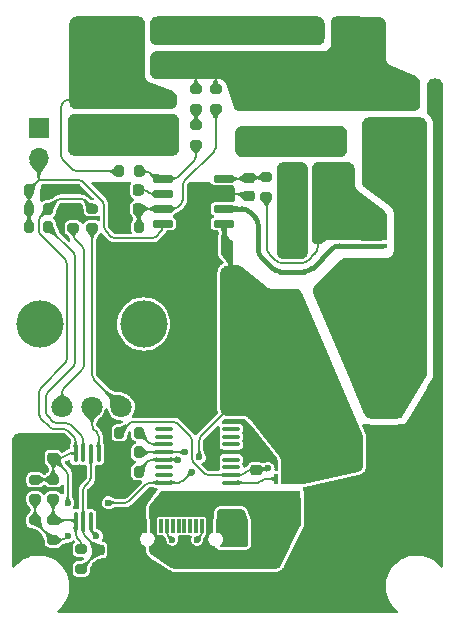
<source format=gtl>
G04 #@! TF.GenerationSoftware,KiCad,Pcbnew,(7.0.0)*
G04 #@! TF.CreationDate,2023-04-23T17:00:46-07:00*
G04 #@! TF.ProjectId,boostdriver-al8853,626f6f73-7464-4726-9976-65722d616c38,1*
G04 #@! TF.SameCoordinates,Original*
G04 #@! TF.FileFunction,Copper,L1,Top*
G04 #@! TF.FilePolarity,Positive*
%FSLAX46Y46*%
G04 Gerber Fmt 4.6, Leading zero omitted, Abs format (unit mm)*
G04 Created by KiCad (PCBNEW (7.0.0)) date 2023-04-23 17:00:46*
%MOMM*%
%LPD*%
G01*
G04 APERTURE LIST*
G04 Aperture macros list*
%AMRoundRect*
0 Rectangle with rounded corners*
0 $1 Rounding radius*
0 $2 $3 $4 $5 $6 $7 $8 $9 X,Y pos of 4 corners*
0 Add a 4 corners polygon primitive as box body*
4,1,4,$2,$3,$4,$5,$6,$7,$8,$9,$2,$3,0*
0 Add four circle primitives for the rounded corners*
1,1,$1+$1,$2,$3*
1,1,$1+$1,$4,$5*
1,1,$1+$1,$6,$7*
1,1,$1+$1,$8,$9*
0 Add four rect primitives between the rounded corners*
20,1,$1+$1,$2,$3,$4,$5,0*
20,1,$1+$1,$4,$5,$6,$7,0*
20,1,$1+$1,$6,$7,$8,$9,0*
20,1,$1+$1,$8,$9,$2,$3,0*%
%AMFreePoly0*
4,1,21,1.545000,0.775000,0.925000,0.775000,0.925000,0.525000,1.545000,0.525000,1.545000,0.125000,0.925000,0.125000,0.925000,-0.125000,1.545000,-0.125000,1.545000,-0.525000,0.925000,-0.525000,0.925000,-0.775000,1.545000,-0.775000,1.545000,-1.175000,0.925000,-1.175000,0.925000,-1.125000,-0.925000,-1.125000,-0.925000,1.125000,0.925000,1.125000,0.925000,1.175000,1.545000,1.175000,
1.545000,0.775000,1.545000,0.775000,$1*%
G04 Aperture macros list end*
G04 #@! TA.AperFunction,ComponentPad*
%ADD10R,4.600000X2.000000*%
G04 #@! TD*
G04 #@! TA.AperFunction,ComponentPad*
%ADD11O,4.200000X2.000000*%
G04 #@! TD*
G04 #@! TA.AperFunction,ComponentPad*
%ADD12O,2.000000X4.200000*%
G04 #@! TD*
G04 #@! TA.AperFunction,SMDPad,CuDef*
%ADD13FreePoly0,270.000000*%
G04 #@! TD*
G04 #@! TA.AperFunction,SMDPad,CuDef*
%ADD14R,0.400000X0.830000*%
G04 #@! TD*
G04 #@! TA.AperFunction,SMDPad,CuDef*
%ADD15RoundRect,0.250000X-0.625000X0.312500X-0.625000X-0.312500X0.625000X-0.312500X0.625000X0.312500X0*%
G04 #@! TD*
G04 #@! TA.AperFunction,SMDPad,CuDef*
%ADD16RoundRect,0.225000X0.250000X-0.225000X0.250000X0.225000X-0.250000X0.225000X-0.250000X-0.225000X0*%
G04 #@! TD*
G04 #@! TA.AperFunction,SMDPad,CuDef*
%ADD17RoundRect,0.200000X0.200000X0.275000X-0.200000X0.275000X-0.200000X-0.275000X0.200000X-0.275000X0*%
G04 #@! TD*
G04 #@! TA.AperFunction,SMDPad,CuDef*
%ADD18R,0.830000X0.400000*%
G04 #@! TD*
G04 #@! TA.AperFunction,SMDPad,CuDef*
%ADD19FreePoly0,0.000000*%
G04 #@! TD*
G04 #@! TA.AperFunction,SMDPad,CuDef*
%ADD20RoundRect,0.200000X-0.275000X0.200000X-0.275000X-0.200000X0.275000X-0.200000X0.275000X0.200000X0*%
G04 #@! TD*
G04 #@! TA.AperFunction,SMDPad,CuDef*
%ADD21RoundRect,0.250000X0.312500X0.625000X-0.312500X0.625000X-0.312500X-0.625000X0.312500X-0.625000X0*%
G04 #@! TD*
G04 #@! TA.AperFunction,SMDPad,CuDef*
%ADD22RoundRect,0.250000X-1.400000X-1.000000X1.400000X-1.000000X1.400000X1.000000X-1.400000X1.000000X0*%
G04 #@! TD*
G04 #@! TA.AperFunction,WasherPad*
%ADD23C,4.000000*%
G04 #@! TD*
G04 #@! TA.AperFunction,ComponentPad*
%ADD24C,1.800000*%
G04 #@! TD*
G04 #@! TA.AperFunction,SMDPad,CuDef*
%ADD25RoundRect,0.200000X0.275000X-0.200000X0.275000X0.200000X-0.275000X0.200000X-0.275000X-0.200000X0*%
G04 #@! TD*
G04 #@! TA.AperFunction,SMDPad,CuDef*
%ADD26RoundRect,0.200000X-0.200000X-0.275000X0.200000X-0.275000X0.200000X0.275000X-0.200000X0.275000X0*%
G04 #@! TD*
G04 #@! TA.AperFunction,SMDPad,CuDef*
%ADD27RoundRect,0.225000X-0.250000X0.225000X-0.250000X-0.225000X0.250000X-0.225000X0.250000X0.225000X0*%
G04 #@! TD*
G04 #@! TA.AperFunction,SMDPad,CuDef*
%ADD28RoundRect,0.250000X0.325000X1.100000X-0.325000X1.100000X-0.325000X-1.100000X0.325000X-1.100000X0*%
G04 #@! TD*
G04 #@! TA.AperFunction,SMDPad,CuDef*
%ADD29RoundRect,0.250000X1.100000X-0.325000X1.100000X0.325000X-1.100000X0.325000X-1.100000X-0.325000X0*%
G04 #@! TD*
G04 #@! TA.AperFunction,SMDPad,CuDef*
%ADD30RoundRect,0.328000X1.722000X2.472000X-1.722000X2.472000X-1.722000X-2.472000X1.722000X-2.472000X0*%
G04 #@! TD*
G04 #@! TA.AperFunction,SMDPad,CuDef*
%ADD31RoundRect,0.225000X-0.225000X-0.250000X0.225000X-0.250000X0.225000X0.250000X-0.225000X0.250000X0*%
G04 #@! TD*
G04 #@! TA.AperFunction,SMDPad,CuDef*
%ADD32R,0.600000X1.150000*%
G04 #@! TD*
G04 #@! TA.AperFunction,SMDPad,CuDef*
%ADD33R,0.300000X1.150000*%
G04 #@! TD*
G04 #@! TA.AperFunction,ComponentPad*
%ADD34O,1.000000X2.100000*%
G04 #@! TD*
G04 #@! TA.AperFunction,ComponentPad*
%ADD35O,1.000000X1.800000*%
G04 #@! TD*
G04 #@! TA.AperFunction,SMDPad,CuDef*
%ADD36RoundRect,0.250000X0.250000X0.475000X-0.250000X0.475000X-0.250000X-0.475000X0.250000X-0.475000X0*%
G04 #@! TD*
G04 #@! TA.AperFunction,SMDPad,CuDef*
%ADD37RoundRect,0.100000X0.100000X-0.637500X0.100000X0.637500X-0.100000X0.637500X-0.100000X-0.637500X0*%
G04 #@! TD*
G04 #@! TA.AperFunction,ComponentPad*
%ADD38RoundRect,0.600000X-1.400000X-1.400000X1.400000X-1.400000X1.400000X1.400000X-1.400000X1.400000X0*%
G04 #@! TD*
G04 #@! TA.AperFunction,SMDPad,CuDef*
%ADD39RoundRect,0.100000X0.637500X0.100000X-0.637500X0.100000X-0.637500X-0.100000X0.637500X-0.100000X0*%
G04 #@! TD*
G04 #@! TA.AperFunction,SMDPad,CuDef*
%ADD40RoundRect,0.250000X0.475000X-0.250000X0.475000X0.250000X-0.475000X0.250000X-0.475000X-0.250000X0*%
G04 #@! TD*
G04 #@! TA.AperFunction,SMDPad,CuDef*
%ADD41RoundRect,0.150000X0.725000X0.150000X-0.725000X0.150000X-0.725000X-0.150000X0.725000X-0.150000X0*%
G04 #@! TD*
G04 #@! TA.AperFunction,ComponentPad*
%ADD42R,1.700000X1.700000*%
G04 #@! TD*
G04 #@! TA.AperFunction,ComponentPad*
%ADD43O,1.700000X1.700000*%
G04 #@! TD*
G04 #@! TA.AperFunction,SMDPad,CuDef*
%ADD44RoundRect,0.250000X-1.100000X0.325000X-1.100000X-0.325000X1.100000X-0.325000X1.100000X0.325000X0*%
G04 #@! TD*
G04 #@! TA.AperFunction,ViaPad*
%ADD45C,0.600000*%
G04 #@! TD*
G04 #@! TA.AperFunction,ViaPad*
%ADD46C,1.000000*%
G04 #@! TD*
G04 #@! TA.AperFunction,Conductor*
%ADD47C,0.200000*%
G04 #@! TD*
G04 #@! TA.AperFunction,Conductor*
%ADD48C,0.400000*%
G04 #@! TD*
G04 APERTURE END LIST*
D10*
X160799999Y-98849999D03*
D11*
X160799999Y-105149999D03*
D12*
X165599999Y-101749999D03*
D13*
X157050000Y-102830000D03*
D14*
X156074999Y-100889999D03*
X156724999Y-100889999D03*
X157374999Y-100889999D03*
X158024999Y-100889999D03*
D15*
X146630001Y-68817500D03*
X146630001Y-71742500D03*
D16*
X137250000Y-99125000D03*
X137250000Y-97575000D03*
D17*
X136825000Y-79600000D03*
X135175000Y-79600000D03*
D18*
X165104999Y-79234999D03*
X165104999Y-79884999D03*
X165104999Y-80534999D03*
X165104999Y-81184999D03*
D19*
X167045000Y-80210000D03*
D15*
X139730001Y-68817500D03*
X139730001Y-71742500D03*
D17*
X144500000Y-100300000D03*
X142850000Y-100300000D03*
D20*
X135700000Y-100975000D03*
X135700000Y-102625000D03*
X140550000Y-78025000D03*
X140550000Y-79675000D03*
D21*
X161032501Y-79830002D03*
X158107501Y-79830002D03*
D22*
X166525000Y-68400000D03*
X166525000Y-75200000D03*
D15*
X142030001Y-68817501D03*
X142030001Y-71742501D03*
D23*
X136100000Y-87800000D03*
X144900000Y-87800000D03*
D24*
X143000000Y-94800000D03*
X140500000Y-94800000D03*
X138000000Y-94800000D03*
D15*
X144330001Y-68817501D03*
X144330001Y-71742501D03*
D17*
X144500000Y-79600000D03*
X142850000Y-79600000D03*
D25*
X149310000Y-72620000D03*
X149310000Y-70970000D03*
D17*
X144500000Y-98650000D03*
X142850000Y-98650000D03*
D25*
X155290000Y-77005000D03*
X155290000Y-75355000D03*
D26*
X135175000Y-76450000D03*
X136825000Y-76450000D03*
D27*
X154375000Y-100175000D03*
X154375000Y-98625000D03*
D28*
X152215000Y-94080000D03*
X149265000Y-94080000D03*
D29*
X156659999Y-65880001D03*
X156659999Y-62930001D03*
D25*
X139600000Y-108525000D03*
X139600000Y-106875000D03*
D30*
X166800000Y-89200000D03*
X156400000Y-89200000D03*
D25*
X137250000Y-106075000D03*
X137250000Y-104425000D03*
D20*
X135700000Y-104425000D03*
X135700000Y-106075000D03*
D16*
X153780000Y-76955000D03*
X153780000Y-75405000D03*
D29*
X153409999Y-65880001D03*
X153409999Y-62930001D03*
D31*
X142900000Y-76450000D03*
X144450000Y-76450000D03*
D32*
X144899999Y-104919999D03*
X145699999Y-104919999D03*
D33*
X146849999Y-104919999D03*
X147849999Y-104919999D03*
X148349999Y-104919999D03*
X149349999Y-104919999D03*
D32*
X150499999Y-104919999D03*
X151299999Y-104919999D03*
X151299999Y-104919999D03*
X150499999Y-104919999D03*
D33*
X149849999Y-104919999D03*
X148849999Y-104919999D03*
X147349999Y-104919999D03*
X146349999Y-104919999D03*
D32*
X145699999Y-104919999D03*
X144899999Y-104919999D03*
D34*
X143779999Y-105494999D03*
D35*
X143779999Y-109674999D03*
D34*
X152419999Y-105494999D03*
D35*
X152419999Y-109674999D03*
D21*
X161032500Y-77530003D03*
X158107500Y-77530003D03*
D20*
X137250000Y-100975000D03*
X137250000Y-102625000D03*
D36*
X151950000Y-81400000D03*
X150050000Y-81400000D03*
D25*
X149320000Y-69580000D03*
X149320000Y-67930000D03*
D37*
X139125000Y-104462500D03*
X139775000Y-104462500D03*
X140425000Y-104462500D03*
X141075000Y-104462500D03*
X141075000Y-98737500D03*
X140425000Y-98737500D03*
X139775000Y-98737500D03*
X139125000Y-98737500D03*
D25*
X138950000Y-79675000D03*
X138950000Y-78025000D03*
D20*
X150980000Y-67930000D03*
X150980000Y-69580000D03*
D38*
X141000000Y-64000000D03*
D39*
X152312500Y-101225000D03*
X152312500Y-100575000D03*
X152312500Y-99925000D03*
X152312500Y-99275000D03*
X152312500Y-98625000D03*
X152312500Y-97975000D03*
X152312500Y-97325000D03*
X152312500Y-96675000D03*
X146587500Y-96675000D03*
X146587500Y-97325000D03*
X146587500Y-97975000D03*
X146587500Y-98625000D03*
X146587500Y-99275000D03*
X146587500Y-99925000D03*
X146587500Y-100575000D03*
X146587500Y-101225000D03*
D40*
X159309999Y-65355001D03*
X159309999Y-63455001D03*
D41*
X151685000Y-79305000D03*
X151685000Y-78035000D03*
X151685000Y-76765000D03*
X151685000Y-75495000D03*
X146535000Y-75495000D03*
X146535000Y-76765000D03*
X146535000Y-78035000D03*
X146535000Y-79305000D03*
D31*
X142900000Y-78025000D03*
X144450000Y-78025000D03*
D29*
X146900000Y-65875000D03*
X146900000Y-62925000D03*
D28*
X152215000Y-90830000D03*
X149265000Y-90830000D03*
D29*
X150160000Y-65875000D03*
X150160000Y-62925000D03*
D26*
X142850000Y-97000000D03*
X144500000Y-97000000D03*
D42*
X135999999Y-71224999D03*
D43*
X135999999Y-73764999D03*
D44*
X160649999Y-68805001D03*
X160649999Y-71755001D03*
D26*
X142845000Y-74875000D03*
X144495000Y-74875000D03*
D27*
X141100000Y-106925000D03*
X141100000Y-108475000D03*
D28*
X152215000Y-87580000D03*
X149265000Y-87580000D03*
D44*
X154149999Y-68805000D03*
X154149999Y-71755000D03*
D38*
X163000000Y-64000000D03*
D28*
X152215000Y-84330000D03*
X149265000Y-84330000D03*
D44*
X157400000Y-68805000D03*
X157400000Y-71755000D03*
D17*
X136825000Y-78040000D03*
X135175000Y-78040000D03*
D45*
X159200000Y-102125000D03*
X149599500Y-99075000D03*
X148999000Y-100296822D03*
X141900000Y-102925000D03*
X145300000Y-102250000D03*
X147800000Y-99275000D03*
X147325000Y-106050000D03*
X148400000Y-98625000D03*
X149425000Y-106050000D03*
X144450000Y-107050000D03*
X155075000Y-102275000D03*
X153900000Y-97450000D03*
X155425000Y-100025000D03*
X153400000Y-105450000D03*
X153400000Y-104600000D03*
X151000000Y-98650000D03*
X138475000Y-102950000D03*
D46*
X156700000Y-74550000D03*
X160399999Y-73140000D03*
X156700000Y-78200000D03*
X156700000Y-80600000D03*
X147900000Y-88074999D03*
D45*
X134350000Y-97575000D03*
X139150000Y-111550000D03*
X156650000Y-63900000D03*
X168120000Y-95320000D03*
D46*
X140180000Y-70480000D03*
D45*
X151500000Y-103800000D03*
D46*
X146179999Y-73030000D03*
D45*
X148550000Y-63900000D03*
X139210000Y-100720000D03*
X169700000Y-84900000D03*
X134350000Y-107250000D03*
X138300000Y-97600000D03*
D46*
X157999998Y-73140000D03*
X143780001Y-73030000D03*
X147900000Y-92889998D03*
D45*
X141725000Y-96050000D03*
X158100000Y-63900000D03*
D46*
X156700000Y-75749997D03*
X157950000Y-74550000D03*
D45*
X141690000Y-76450000D03*
D46*
X150600000Y-86699998D03*
D45*
X150150000Y-63900000D03*
X155950000Y-111550000D03*
X141380000Y-87830000D03*
X142650000Y-104550000D03*
X141525000Y-81950000D03*
X155050000Y-63900000D03*
X153450000Y-63900000D03*
D46*
X156700000Y-81800000D03*
D45*
X142250000Y-78825000D03*
X137800000Y-76450000D03*
X151800000Y-63900000D03*
X147100000Y-111550000D03*
D46*
X141380002Y-73030000D03*
X147380001Y-70480000D03*
X159199996Y-73140000D03*
D45*
X169700000Y-107300000D03*
D46*
X155600000Y-73140000D03*
X157950000Y-75749997D03*
X157950000Y-81800000D03*
X147900000Y-90475000D03*
X147900000Y-83275000D03*
D45*
X169720000Y-100070000D03*
X152300000Y-103800000D03*
D46*
X142580001Y-73030000D03*
D45*
X153100000Y-103800000D03*
D46*
X154399997Y-73140000D03*
D45*
X137950000Y-78000000D03*
D46*
X161599997Y-73140000D03*
X153189997Y-73140000D03*
D45*
X169700000Y-67650000D03*
D46*
X138980001Y-70480000D03*
D45*
X148900000Y-81100000D03*
X169700000Y-91900000D03*
D46*
X150600000Y-84300000D03*
D45*
X146900000Y-63900000D03*
D46*
X144980001Y-73030000D03*
D45*
X169750500Y-78290000D03*
X153400000Y-106300000D03*
X164000000Y-96800000D03*
X159750000Y-62249500D03*
D46*
X156799998Y-73140000D03*
X138980001Y-73030000D03*
D45*
X144700000Y-103800000D03*
D46*
X147900000Y-95289999D03*
D45*
X169700000Y-72300000D03*
X142650000Y-105400000D03*
D46*
X156700000Y-79399997D03*
X150600000Y-89099999D03*
D45*
X143590000Y-93300000D03*
D46*
X143780001Y-70480000D03*
D45*
X150250000Y-76750000D03*
X140825000Y-102075000D03*
D46*
X156700000Y-77000001D03*
D45*
X164500000Y-111550000D03*
D46*
X146179999Y-70480000D03*
X141380002Y-70480000D03*
D45*
X146350000Y-81000000D03*
D46*
X147380001Y-73030000D03*
X142580001Y-70480000D03*
X147900000Y-85675001D03*
X150600000Y-91514997D03*
X144980001Y-70480000D03*
D45*
X143900000Y-103800000D03*
D46*
X140180000Y-73030000D03*
D45*
X143100000Y-103800000D03*
X161610000Y-65400000D03*
X164410000Y-65400000D03*
X161610000Y-62600000D03*
X164410000Y-62600000D03*
X139620000Y-65405000D03*
X142420000Y-65405000D03*
X139620000Y-62605000D03*
X142420000Y-62605000D03*
D46*
X160850000Y-74550000D03*
X159650000Y-80550000D03*
X163900000Y-80200000D03*
X163900000Y-78100000D03*
X160850000Y-75750000D03*
X162050000Y-75750000D03*
X159650000Y-79350000D03*
X162050000Y-74550000D03*
X162400000Y-76900000D03*
X159650000Y-74550000D03*
X159650000Y-76950000D03*
X162400000Y-78100000D03*
X159650000Y-78150000D03*
X162400000Y-80200000D03*
X159650000Y-75750000D03*
X163150000Y-79150000D03*
D45*
X138452539Y-105750000D03*
X140900000Y-105750000D03*
D47*
X149746444Y-97303550D02*
G75*
G03*
X149600000Y-97657107I353556J-353550D01*
G01*
X145318553Y-76618553D02*
X145385593Y-76685592D01*
X138707107Y-98750005D02*
G75*
G03*
X138353554Y-98896446I-7J-499995D01*
G01*
X137917893Y-99124995D02*
G75*
G03*
X138271447Y-98978553I7J499995D01*
G01*
X139112500Y-98750000D02*
X139125000Y-98737500D01*
X138271447Y-98978553D02*
X138353554Y-98896446D01*
X138707107Y-98750000D02*
X139112500Y-98750000D01*
X137250000Y-99125000D02*
X137917893Y-99125000D01*
X138474995Y-100557107D02*
G75*
G03*
X138328553Y-100203553I-499995J7D01*
G01*
X154542893Y-101224995D02*
G75*
G03*
X154896447Y-101078553I7J499995D01*
G01*
X155292107Y-100890005D02*
G75*
G03*
X154938554Y-101036446I-7J-499995D01*
G01*
X143342893Y-102924995D02*
G75*
G03*
X143696447Y-102778553I7J499995D01*
G01*
X145457107Y-101225005D02*
G75*
G03*
X145103554Y-101371446I-7J-499995D01*
G01*
X145657107Y-99275005D02*
G75*
G03*
X145303553Y-99421447I-7J-499995D01*
G01*
X154732107Y-100025005D02*
G75*
G03*
X154378553Y-100171447I-7J-499995D01*
G01*
X147863715Y-101225010D02*
G75*
G03*
X148217267Y-101078553I-15J500010D01*
G01*
X148999995Y-97657107D02*
G75*
G03*
X148853553Y-97303553I-499995J7D01*
G01*
X147771449Y-96221443D02*
G75*
G03*
X147417893Y-96075000I-353549J-353557D01*
G01*
X145328550Y-97828556D02*
G75*
G03*
X145682107Y-97975000I353550J353556D01*
G01*
X143982107Y-96075005D02*
G75*
G03*
X143628553Y-96221447I-7J-499995D01*
G01*
X149000005Y-99242893D02*
G75*
G03*
X149146446Y-99596446I499995J-7D01*
G01*
X149978550Y-100428556D02*
G75*
G03*
X150332107Y-100575000I353550J353556D01*
G01*
X153092893Y-100574995D02*
G75*
G03*
X153446447Y-100428553I7J499995D01*
G01*
X153907107Y-100175005D02*
G75*
G03*
X153553554Y-100321446I-7J-499995D01*
G01*
X149703557Y-105771449D02*
G75*
G03*
X149850000Y-105417893I-353557J353549D01*
G01*
X146850005Y-105417893D02*
G75*
G03*
X146996446Y-105771446I499995J-7D01*
G01*
X140500005Y-96292893D02*
G75*
G03*
X140646447Y-96646447I499995J-7D01*
G01*
X137920432Y-106075022D02*
G75*
G03*
X138273984Y-105928553I-32J500022D01*
G01*
X141074995Y-97282107D02*
G75*
G03*
X140928554Y-96928554I-499995J7D01*
G01*
X140424990Y-105238697D02*
G75*
G03*
X140450670Y-105300670I87610J-3D01*
G01*
X139125005Y-105517893D02*
G75*
G03*
X139271446Y-105871446I499995J-7D01*
G01*
X139599995Y-106407105D02*
G75*
G03*
X139453551Y-106053551I-499995J5D01*
G01*
X140278557Y-101146449D02*
G75*
G03*
X140425000Y-100792893I-353557J353549D01*
G01*
X139775005Y-105392893D02*
G75*
G03*
X139921446Y-105746446I499995J-7D01*
G01*
X139921444Y-101503550D02*
G75*
G03*
X139775000Y-101857107I353556J-353550D01*
G01*
X140550005Y-92142893D02*
G75*
G03*
X140696446Y-92496446I499995J-7D01*
G01*
X139901450Y-77326444D02*
G75*
G03*
X139547893Y-77180000I-353550J-353556D01*
G01*
X139901447Y-77326447D02*
X140550000Y-77975000D01*
X136825000Y-78037500D02*
X137536054Y-77326446D01*
X137889607Y-77180005D02*
G75*
G03*
X137536054Y-77326446I-7J-499995D01*
G01*
X136825000Y-78040000D02*
X136825000Y-78037500D01*
X137889607Y-77180000D02*
X139547893Y-77180000D01*
X140550000Y-77975000D02*
X140550000Y-78025000D01*
X136771444Y-93578550D02*
G75*
G03*
X136625000Y-93932107I353556J-353550D01*
G01*
X139119995Y-82127107D02*
G75*
G03*
X138973553Y-81773553I-499995J7D01*
G01*
X138973557Y-91376449D02*
G75*
G03*
X139120000Y-91022893I-353557J353549D01*
G01*
X138746449Y-96346443D02*
G75*
G03*
X138392893Y-96200000I-353549J-353557D01*
G01*
X139774995Y-97582107D02*
G75*
G03*
X139628553Y-97228553I-499995J7D01*
G01*
X139693557Y-91656449D02*
G75*
G03*
X139840000Y-91302893I-353557J353549D01*
G01*
X149163557Y-73976449D02*
G75*
G03*
X149310000Y-73622893I-353557J353549D01*
G01*
X147437893Y-75494995D02*
G75*
G03*
X147791447Y-75348553I7J499995D01*
G01*
X136625005Y-95267893D02*
G75*
G03*
X136771446Y-95621446I499995J-7D01*
G01*
X137203550Y-96053556D02*
G75*
G03*
X137557107Y-96200000I353550J353556D01*
G01*
X138950005Y-80272893D02*
G75*
G03*
X139096446Y-80626446I499995J-7D01*
G01*
X139839995Y-81577107D02*
G75*
G03*
X139693553Y-81223553I-499995J7D01*
G01*
X145441449Y-75021443D02*
G75*
G03*
X145087893Y-74875000I-353549J-353557D01*
G01*
X145768550Y-75348556D02*
G75*
G03*
X146122107Y-75495000I353550J353556D01*
G01*
X138146444Y-93203550D02*
G75*
G03*
X138000000Y-93557107I353556J-353550D01*
G01*
X145385596Y-76685589D02*
G75*
G03*
X145577301Y-76765000I191704J191689D01*
G01*
X139786449Y-75746443D02*
G75*
G03*
X139432893Y-75600000I-353549J-353557D01*
G01*
X148346444Y-75703550D02*
G75*
G03*
X148200000Y-76057107I353556J-353550D01*
G01*
X138878550Y-74728556D02*
G75*
G03*
X139232107Y-74875000I353550J353556D01*
G01*
X141539995Y-77707107D02*
G75*
G03*
X141393553Y-77353553I-499995J7D01*
G01*
X150833557Y-73216449D02*
G75*
G03*
X150980000Y-72862893I-353557J353549D01*
G01*
X138489607Y-68817505D02*
G75*
G03*
X138136054Y-68963946I-7J-499995D01*
G01*
X138046444Y-69053550D02*
G75*
G03*
X137900000Y-69407107I353556J-353550D01*
G01*
X137900005Y-73542893D02*
G75*
G03*
X138046446Y-73896446I499995J-7D01*
G01*
X145296449Y-76596443D02*
G75*
G03*
X144942893Y-76450000I-353549J-353557D01*
G01*
X148053557Y-77646449D02*
G75*
G03*
X148200000Y-77292893I-353557J353549D01*
G01*
X147457893Y-78034995D02*
G75*
G03*
X147811447Y-77888553I7J499995D01*
G01*
X145582893Y-80539995D02*
G75*
G03*
X145936446Y-80393554I7J499995D01*
G01*
X146388556Y-79941450D02*
G75*
G03*
X146535000Y-79587893I-353556J353550D01*
G01*
X141540005Y-79572893D02*
G75*
G03*
X141686446Y-79926446I499995J-7D01*
G01*
X142153550Y-80393556D02*
G75*
G03*
X142507107Y-80540000I353550J353556D01*
G01*
X139124995Y-97682107D02*
G75*
G03*
X138978554Y-97328554I-499995J7D01*
G01*
X136000005Y-79862893D02*
G75*
G03*
X136146447Y-80216447I499995J-7D01*
G01*
X136146443Y-78718551D02*
G75*
G03*
X136000000Y-79072107I353557J-353549D01*
G01*
X138253556Y-91126450D02*
G75*
G03*
X138400000Y-90772893I-353556J353550D01*
G01*
X138399995Y-82677107D02*
G75*
G03*
X138253554Y-82323554I-499995J7D01*
G01*
X136050016Y-95458578D02*
G75*
G03*
X136196447Y-95812132I499984J-22D01*
G01*
X136196443Y-93183551D02*
G75*
G03*
X136050000Y-93537107I353557J-353549D01*
G01*
X138496450Y-96846444D02*
G75*
G03*
X138142893Y-96700000I-353550J-353556D01*
G01*
X136937858Y-96553565D02*
G75*
G03*
X137291422Y-96700000I353542J353565D01*
G01*
X147863715Y-101225000D02*
X146587500Y-101225000D01*
X148999000Y-100296822D02*
X148217268Y-101078554D01*
X145457107Y-101225000D02*
X146587500Y-101225000D01*
X143696447Y-102778553D02*
X145103554Y-101371446D01*
X141900000Y-102925000D02*
X143342893Y-102925000D01*
X153446447Y-100428553D02*
X153553554Y-100321446D01*
X153907107Y-100175000D02*
X154375000Y-100175000D01*
X152312500Y-100575000D02*
X153092893Y-100575000D01*
X145328553Y-97828553D02*
X144500000Y-97000000D01*
X146587500Y-97975000D02*
X145682107Y-97975000D01*
X147417893Y-96075000D02*
X143982107Y-96075000D01*
X148853553Y-97303553D02*
X147771446Y-96221446D01*
X143628553Y-96221447D02*
X142850000Y-97000000D01*
X152312500Y-100575000D02*
X150332107Y-100575000D01*
X149978553Y-100428553D02*
X149146446Y-99596446D01*
X149000000Y-99242893D02*
X149000000Y-97657107D01*
X155292107Y-100890000D02*
X156075000Y-100890000D01*
X154896447Y-101078553D02*
X154938554Y-101036446D01*
X152312500Y-101225000D02*
X154542893Y-101225000D01*
X138452539Y-105750000D02*
X138273985Y-105928554D01*
X137920432Y-106075000D02*
X137250000Y-106075000D01*
X152215000Y-94835000D02*
X152215000Y-94080000D01*
X149600000Y-99074500D02*
X149600000Y-97657107D01*
X149746447Y-97303553D02*
X152215000Y-94835000D01*
X149599500Y-99075000D02*
X149600000Y-99074500D01*
X148400000Y-98625000D02*
X146587500Y-98625000D01*
X154378553Y-100171447D02*
X154375000Y-100175000D01*
X155425000Y-100025000D02*
X154732107Y-100025000D01*
X147800000Y-99275000D02*
X146587500Y-99275000D01*
X138328553Y-100203553D02*
X137250000Y-99125000D01*
X138475000Y-102950000D02*
X138475000Y-100557107D01*
X146850000Y-105417893D02*
X146850000Y-104920000D01*
X147275000Y-106050000D02*
X146996446Y-105771446D01*
X147325000Y-106050000D02*
X147275000Y-106050000D01*
X149425000Y-106050000D02*
X149703554Y-105771446D01*
X149850000Y-105417893D02*
X149850000Y-104920000D01*
X146562500Y-98650000D02*
X144500000Y-98650000D01*
X144500000Y-100225000D02*
X144500000Y-100300000D01*
X145303553Y-99421447D02*
X144500000Y-100225000D01*
X146587500Y-99275000D02*
X145657107Y-99275000D01*
X146587500Y-98625000D02*
X146562500Y-98650000D01*
D48*
X154600010Y-81485786D02*
G75*
G03*
X154892893Y-82192893I999990J-14D01*
G01*
X155757100Y-83057114D02*
G75*
G03*
X156464214Y-83350000I707100J707114D01*
G01*
X154599990Y-79464214D02*
G75*
G03*
X154307107Y-78757107I-999990J14D01*
G01*
X153877900Y-78327886D02*
G75*
G03*
X153170786Y-78035000I-707100J-707114D01*
G01*
X158485786Y-83349990D02*
G75*
G03*
X159192893Y-83057107I14J999990D01*
G01*
X161479214Y-81185010D02*
G75*
G03*
X160772107Y-81477893I-14J-999990D01*
G01*
D47*
X159357114Y-81892900D02*
G75*
G03*
X159650000Y-81185786I-707114J707100D01*
G01*
X155300007Y-81235790D02*
G75*
G03*
X155592898Y-81942902I999993J-10D01*
G01*
X158185786Y-82649990D02*
G75*
G03*
X158892893Y-82357107I14J999990D01*
G01*
X156007105Y-82357119D02*
G75*
G03*
X156714215Y-82650000I707095J707119D01*
G01*
X139125000Y-97682107D02*
X139125000Y-98737500D01*
D48*
X152215000Y-84330000D02*
X152215000Y-81790000D01*
D47*
X136000000Y-79072107D02*
X136000000Y-79862893D01*
X137291422Y-96700000D02*
X138142893Y-96700000D01*
X138496447Y-96846447D02*
X138978554Y-97328554D01*
D48*
X151690000Y-79310000D02*
X151685000Y-79305000D01*
D47*
X136196447Y-95812132D02*
X136937869Y-96553554D01*
X136146447Y-80216447D02*
X138253554Y-82323554D01*
D48*
X152215000Y-81790000D02*
X151705000Y-81280000D01*
D47*
X138400000Y-82677107D02*
X138400000Y-90772893D01*
X136825000Y-78040000D02*
X136146446Y-78718554D01*
X135700000Y-100975000D02*
X137250000Y-100975000D01*
D48*
X151690000Y-81265000D02*
X151690000Y-79310000D01*
D47*
X137250000Y-99125000D02*
X137250000Y-100975000D01*
D48*
X151705000Y-81280000D02*
X151690000Y-81265000D01*
D47*
X138253553Y-91126447D02*
X136196446Y-93183554D01*
X136050000Y-93537107D02*
X136050000Y-95458578D01*
X151685000Y-76765000D02*
X153590000Y-76765000D01*
X153590000Y-76765000D02*
X153780000Y-76955000D01*
X150980000Y-67930000D02*
X150980000Y-66980000D01*
X150980000Y-66980000D02*
X150950000Y-66950000D01*
X149300000Y-67910000D02*
X149300000Y-66950000D01*
X149320000Y-67930000D02*
X149300000Y-67910000D01*
X151685000Y-75495000D02*
X153690000Y-75495000D01*
X155240000Y-75405000D02*
X155290000Y-75355000D01*
X153780000Y-75405000D02*
X155240000Y-75405000D01*
X153690000Y-75495000D02*
X153780000Y-75405000D01*
X144942893Y-76450000D02*
X144450000Y-76450000D01*
X146535000Y-76765000D02*
X145577301Y-76765000D01*
X145318553Y-76618553D02*
X145296446Y-76596446D01*
X137900000Y-73542893D02*
X137900000Y-69407107D01*
X138878553Y-74728553D02*
X138046446Y-73896446D01*
X138489607Y-68817500D02*
X139730001Y-68817500D01*
X138046447Y-69053553D02*
X138136054Y-68963946D01*
X142845000Y-74875000D02*
X139232107Y-74875000D01*
X148346447Y-75703553D02*
X150833554Y-73216446D01*
X148200000Y-77292893D02*
X148200000Y-76057107D01*
X146535000Y-78035000D02*
X147457893Y-78035000D01*
X144450000Y-79550000D02*
X144500000Y-79600000D01*
X144460000Y-78035000D02*
X144450000Y-78025000D01*
X150980000Y-72862893D02*
X150980000Y-69580000D01*
X147811447Y-77888553D02*
X148053554Y-77646446D01*
X146535000Y-78035000D02*
X144460000Y-78035000D01*
X144450000Y-78025000D02*
X144450000Y-79550000D01*
X141540000Y-79572893D02*
X141540000Y-77707107D01*
X135175000Y-79600000D02*
X135175000Y-78040000D01*
X146388553Y-79941447D02*
X145936446Y-80393554D01*
X141393553Y-77353553D02*
X139786446Y-75746446D01*
X136025000Y-75600000D02*
X136000000Y-75575000D01*
X135175000Y-78040000D02*
X135175000Y-76450000D01*
X145582893Y-80540000D02*
X142507107Y-80540000D01*
X136000000Y-75575000D02*
X136000000Y-73765000D01*
X136025000Y-75600000D02*
X135175000Y-76450000D01*
X146535000Y-79305000D02*
X146535000Y-79587893D01*
X142153553Y-80393553D02*
X141686446Y-79926446D01*
X139432893Y-75600000D02*
X136025000Y-75600000D01*
X156714215Y-82650000D02*
X158185786Y-82650000D01*
X155300000Y-77015000D02*
X155300000Y-81235790D01*
X159650000Y-81185786D02*
X159650000Y-80550000D01*
X158892893Y-82357107D02*
X159357107Y-81892893D01*
X156007113Y-82357111D02*
X155592898Y-81942902D01*
X155290000Y-77005000D02*
X155300000Y-77015000D01*
X141100000Y-106925000D02*
X139921446Y-105746446D01*
X139775000Y-104412500D02*
X139775000Y-101857107D01*
X141100000Y-106925000D02*
X141100000Y-107024998D01*
X139775000Y-105392893D02*
X139775000Y-104412500D01*
X141100000Y-107024998D02*
X139599998Y-108525000D01*
X140425000Y-100792893D02*
X140425000Y-98687500D01*
X139921447Y-101503553D02*
X140278554Y-101146446D01*
X149320000Y-69580000D02*
X149320000Y-71010000D01*
X135700000Y-104525000D02*
X137250000Y-106075000D01*
X140425000Y-105238697D02*
X140425000Y-104412500D01*
X140900000Y-105750000D02*
X140450670Y-105300670D01*
X135700000Y-104425000D02*
X135700000Y-104525000D01*
X135700000Y-104425000D02*
X135700000Y-102625000D01*
X139453551Y-106053551D02*
X139271446Y-105871446D01*
X139125000Y-105517893D02*
X139125000Y-104412500D01*
X137250000Y-104425000D02*
X137250000Y-102625000D01*
X139599998Y-106875000D02*
X139599998Y-106407105D01*
X137250000Y-104425000D02*
X139112500Y-104425000D01*
X139112500Y-104425000D02*
X139125000Y-104412500D01*
X140550000Y-92142893D02*
X140550000Y-79650000D01*
X143000000Y-94800000D02*
X140696446Y-92496446D01*
D48*
X154307107Y-78757107D02*
X153877893Y-78327893D01*
X154600000Y-81485786D02*
X154600000Y-79464214D01*
X160772107Y-81477893D02*
X159192893Y-83057107D01*
X153170786Y-78035000D02*
X151685000Y-78035000D01*
X155757107Y-83057107D02*
X154892893Y-82192893D01*
X165105000Y-81185000D02*
X161479214Y-81185000D01*
X158485786Y-83350000D02*
X156464214Y-83350000D01*
D47*
X145768553Y-75348553D02*
X145441446Y-75021446D01*
X146535000Y-75495000D02*
X147437893Y-75495000D01*
X147791447Y-75348553D02*
X149163554Y-73976446D01*
X146535000Y-75495000D02*
X146122107Y-75495000D01*
X149310000Y-73622893D02*
X149310000Y-72620000D01*
X145087893Y-74875000D02*
X144495000Y-74875000D01*
X138000000Y-94800000D02*
X138000000Y-93557107D01*
X139840000Y-91302893D02*
X139840000Y-81577107D01*
X139693553Y-81223553D02*
X139096446Y-80626446D01*
X138146447Y-93203553D02*
X139693554Y-91656446D01*
X138950000Y-80272893D02*
X138950000Y-79675000D01*
X140500000Y-94800000D02*
X140500000Y-96292893D01*
X140646447Y-96646447D02*
X140928554Y-96928554D01*
X141075000Y-97282107D02*
X141075000Y-98687500D01*
X136825000Y-79625000D02*
X136825000Y-79600000D01*
X139628553Y-97228553D02*
X138746446Y-96346446D01*
X139775000Y-98687500D02*
X139775000Y-97582107D01*
X138973553Y-81773553D02*
X136825000Y-79625000D01*
X138392893Y-96200000D02*
X137557107Y-96200000D01*
X139120000Y-91022893D02*
X139120000Y-82127107D01*
X137203553Y-96053553D02*
X136771446Y-95621446D01*
X136625000Y-95267893D02*
X136625000Y-93932107D01*
X136771447Y-93578553D02*
X138973554Y-91376446D01*
G04 #@! TA.AperFunction,Conductor*
G36*
X162158058Y-74051061D02*
G01*
X162215772Y-74058659D01*
X162289107Y-74068314D01*
X162320370Y-74076691D01*
X162434919Y-74124138D01*
X162462950Y-74140322D01*
X162561314Y-74215799D01*
X162584202Y-74238687D01*
X162659677Y-74337049D01*
X162675862Y-74365082D01*
X162723307Y-74479625D01*
X162731685Y-74510892D01*
X162748939Y-74641941D01*
X162750000Y-74658127D01*
X162750000Y-75959670D01*
X162750696Y-75964272D01*
X162750697Y-75964277D01*
X162775480Y-76128013D01*
X162775481Y-76128016D01*
X162776877Y-76137239D01*
X162780939Y-76145635D01*
X162780941Y-76145639D01*
X162839555Y-76266770D01*
X162855102Y-76298899D01*
X162861466Y-76305715D01*
X162861469Y-76305719D01*
X162974488Y-76426764D01*
X162974492Y-76426767D01*
X162977665Y-76430166D01*
X162981316Y-76433055D01*
X165295015Y-78264041D01*
X165308701Y-78276652D01*
X165412089Y-78387383D01*
X165433073Y-78417997D01*
X165494946Y-78545864D01*
X165505930Y-78581317D01*
X165528603Y-78731106D01*
X165530000Y-78749664D01*
X165530000Y-80136061D01*
X165528926Y-80152345D01*
X165511464Y-80284166D01*
X165502986Y-80315608D01*
X165454978Y-80430732D01*
X165438604Y-80458884D01*
X165362280Y-80557534D01*
X165339143Y-80580451D01*
X165263931Y-80637500D01*
X165239770Y-80655826D01*
X165211463Y-80671929D01*
X165095888Y-80718834D01*
X165064365Y-80727012D01*
X165010881Y-80733576D01*
X164995784Y-80734500D01*
X163909257Y-80734500D01*
X163908120Y-80734494D01*
X163808612Y-80733543D01*
X162870867Y-80724578D01*
X160551591Y-80702405D01*
X160551585Y-80702405D01*
X160547476Y-80702366D01*
X160543401Y-80702869D01*
X160543392Y-80702870D01*
X160401066Y-80720455D01*
X160401060Y-80720456D01*
X160392898Y-80721465D01*
X160385283Y-80724576D01*
X160385278Y-80724578D01*
X160256332Y-80777269D01*
X160256327Y-80777271D01*
X160248718Y-80780381D01*
X160125000Y-80875000D01*
X160124815Y-80875142D01*
X160014207Y-80960013D01*
X159986174Y-80976198D01*
X159872235Y-81023393D01*
X159840968Y-81031771D01*
X159725946Y-81046914D01*
X159710571Y-81048939D01*
X159694387Y-81050000D01*
X159547257Y-81050000D01*
X159527859Y-81048473D01*
X159429429Y-81032883D01*
X159392532Y-81020895D01*
X159312536Y-80980135D01*
X159281150Y-80957331D01*
X159217668Y-80893849D01*
X159194864Y-80862463D01*
X159154104Y-80782467D01*
X159142116Y-80745569D01*
X159141900Y-80744208D01*
X159126527Y-80647140D01*
X159125000Y-80627743D01*
X159125000Y-74658127D01*
X159126061Y-74641942D01*
X159143314Y-74510893D01*
X159151690Y-74479631D01*
X159199140Y-74365076D01*
X159215320Y-74337052D01*
X159290802Y-74238681D01*
X159313681Y-74215802D01*
X159412052Y-74140320D01*
X159440076Y-74124140D01*
X159554631Y-74076690D01*
X159585890Y-74068314D01*
X159678513Y-74056120D01*
X159716942Y-74051061D01*
X159733127Y-74050000D01*
X162141873Y-74050000D01*
X162158058Y-74051061D01*
G37*
G04 #@! TD.AperFunction*
G04 #@! TA.AperFunction,Conductor*
G36*
X169658058Y-67001061D02*
G01*
X169715772Y-67008659D01*
X169789107Y-67018314D01*
X169820370Y-67026691D01*
X169934919Y-67074138D01*
X169962950Y-67090322D01*
X170061314Y-67165799D01*
X170084202Y-67188687D01*
X170159677Y-67287049D01*
X170175862Y-67315082D01*
X170223307Y-67429625D01*
X170231685Y-67460892D01*
X170248439Y-67588143D01*
X170249500Y-67604329D01*
X170249500Y-108293338D01*
X170235105Y-108351328D01*
X170195261Y-108395853D01*
X170139221Y-108416577D01*
X170079995Y-108408686D01*
X170031334Y-108374015D01*
X170005699Y-108344094D01*
X169870478Y-108186263D01*
X169633414Y-107970151D01*
X169630309Y-107967953D01*
X169630304Y-107967949D01*
X169374697Y-107787010D01*
X169371588Y-107784809D01*
X169368233Y-107783007D01*
X169368226Y-107783003D01*
X169092332Y-107634851D01*
X169088971Y-107633046D01*
X169085425Y-107631672D01*
X169085418Y-107631669D01*
X168793407Y-107518544D01*
X168793404Y-107518543D01*
X168789847Y-107517165D01*
X168786149Y-107516235D01*
X168786140Y-107516232D01*
X168482452Y-107439852D01*
X168482446Y-107439851D01*
X168478749Y-107438921D01*
X168474961Y-107438451D01*
X168474956Y-107438451D01*
X168164190Y-107399970D01*
X168164187Y-107399969D01*
X168160393Y-107399500D01*
X167919874Y-107399500D01*
X167918004Y-107399615D01*
X167917982Y-107399616D01*
X167683626Y-107414071D01*
X167683619Y-107414071D01*
X167679822Y-107414306D01*
X167676079Y-107415005D01*
X167676076Y-107415006D01*
X167368252Y-107472547D01*
X167368235Y-107472551D01*
X167364497Y-107473250D01*
X167360867Y-107474404D01*
X167360854Y-107474408D01*
X167062449Y-107569338D01*
X167062433Y-107569343D01*
X167058806Y-107570498D01*
X167055335Y-107572094D01*
X167055332Y-107572096D01*
X166770851Y-107702977D01*
X166770837Y-107702984D01*
X166767382Y-107704574D01*
X166764140Y-107706581D01*
X166764135Y-107706584D01*
X166497883Y-107871440D01*
X166497877Y-107871443D01*
X166494644Y-107873446D01*
X166491676Y-107875833D01*
X166491675Y-107875835D01*
X166247702Y-108072159D01*
X166247698Y-108072162D01*
X166244725Y-108074555D01*
X166242071Y-108077291D01*
X166242060Y-108077302D01*
X166024075Y-108302108D01*
X166024069Y-108302114D01*
X166021415Y-108304852D01*
X166019126Y-108307882D01*
X166019114Y-108307897D01*
X165830402Y-108557791D01*
X165830392Y-108557804D01*
X165828097Y-108560845D01*
X165826183Y-108564158D01*
X165826183Y-108564160D01*
X165669612Y-108835349D01*
X165669607Y-108835357D01*
X165667704Y-108838655D01*
X165666220Y-108842160D01*
X165666215Y-108842171D01*
X165544156Y-109130546D01*
X165544150Y-109130562D01*
X165542666Y-109134069D01*
X165541620Y-109137744D01*
X165541619Y-109137748D01*
X165455921Y-109438941D01*
X165455917Y-109438955D01*
X165454878Y-109442610D01*
X165454295Y-109446364D01*
X165454294Y-109446370D01*
X165429803Y-109604145D01*
X165405672Y-109759600D01*
X165405554Y-109763422D01*
X165405554Y-109763425D01*
X165395911Y-110076417D01*
X165395911Y-110076427D01*
X165395794Y-110080235D01*
X165425392Y-110399653D01*
X165426207Y-110403378D01*
X165426208Y-110403379D01*
X165493201Y-110709281D01*
X165493203Y-110709291D01*
X165494019Y-110713013D01*
X165495286Y-110716610D01*
X165495288Y-110716615D01*
X165547905Y-110865931D01*
X165600634Y-111015564D01*
X165743621Y-111302721D01*
X165745732Y-111305907D01*
X165745735Y-111305912D01*
X165918701Y-111566945D01*
X165918705Y-111566950D01*
X165920812Y-111570130D01*
X166129522Y-111813737D01*
X166366299Y-112029587D01*
X166366586Y-112029849D01*
X166366537Y-112029902D01*
X166402229Y-112077168D01*
X166411507Y-112136943D01*
X166391402Y-112193994D01*
X166346699Y-112234746D01*
X166288036Y-112249500D01*
X137704457Y-112249500D01*
X137645793Y-112234745D01*
X137601090Y-112193993D01*
X137580986Y-112136941D01*
X137590265Y-112077166D01*
X137626719Y-112028894D01*
X137752290Y-111927847D01*
X137752289Y-111927847D01*
X137755275Y-111925445D01*
X137978585Y-111695148D01*
X138171903Y-111439155D01*
X138332296Y-111161345D01*
X138457334Y-110865931D01*
X138545122Y-110557390D01*
X138594328Y-110240400D01*
X138604206Y-109919765D01*
X138574608Y-109600347D01*
X138505981Y-109286987D01*
X138399366Y-108984436D01*
X138256379Y-108697279D01*
X138227015Y-108652964D01*
X138081298Y-108433054D01*
X138081296Y-108433051D01*
X138079188Y-108429870D01*
X138068415Y-108417296D01*
X137872965Y-108189166D01*
X137870478Y-108186263D01*
X137633414Y-107970151D01*
X137630309Y-107967953D01*
X137630304Y-107967949D01*
X137374697Y-107787010D01*
X137371588Y-107784809D01*
X137368233Y-107783007D01*
X137368226Y-107783003D01*
X137092332Y-107634851D01*
X137088971Y-107633046D01*
X137085425Y-107631672D01*
X137085418Y-107631669D01*
X136793407Y-107518544D01*
X136793404Y-107518543D01*
X136789847Y-107517165D01*
X136786149Y-107516235D01*
X136786140Y-107516232D01*
X136482452Y-107439852D01*
X136482446Y-107439851D01*
X136478749Y-107438921D01*
X136474961Y-107438451D01*
X136474956Y-107438451D01*
X136164190Y-107399970D01*
X136164187Y-107399969D01*
X136160393Y-107399500D01*
X135919874Y-107399500D01*
X135918004Y-107399615D01*
X135917982Y-107399616D01*
X135683626Y-107414071D01*
X135683619Y-107414071D01*
X135679822Y-107414306D01*
X135676079Y-107415005D01*
X135676076Y-107415006D01*
X135368252Y-107472547D01*
X135368235Y-107472551D01*
X135364497Y-107473250D01*
X135360867Y-107474404D01*
X135360854Y-107474408D01*
X135062449Y-107569338D01*
X135062433Y-107569343D01*
X135058806Y-107570498D01*
X135055335Y-107572094D01*
X135055332Y-107572096D01*
X134770851Y-107702977D01*
X134770837Y-107702984D01*
X134767382Y-107704574D01*
X134764140Y-107706581D01*
X134764135Y-107706584D01*
X134497883Y-107871440D01*
X134497877Y-107871443D01*
X134494644Y-107873446D01*
X134491676Y-107875833D01*
X134491675Y-107875835D01*
X134247702Y-108072159D01*
X134247698Y-108072162D01*
X134244725Y-108074555D01*
X134242071Y-108077291D01*
X134242060Y-108077302D01*
X134024075Y-108302108D01*
X134024069Y-108302114D01*
X134021415Y-108304852D01*
X134019120Y-108307890D01*
X134019114Y-108307898D01*
X133973454Y-108368362D01*
X133925632Y-108406602D01*
X133865342Y-108417296D01*
X133807285Y-108397838D01*
X133765618Y-108352970D01*
X133750500Y-108293635D01*
X133750500Y-97654329D01*
X133751561Y-97638144D01*
X133757320Y-97594401D01*
X133768314Y-97510890D01*
X133776690Y-97479631D01*
X133824140Y-97365076D01*
X133840320Y-97337052D01*
X133915802Y-97238681D01*
X133938681Y-97215802D01*
X134037052Y-97140320D01*
X134065076Y-97124140D01*
X134179631Y-97076690D01*
X134210890Y-97068314D01*
X134316124Y-97054460D01*
X134341942Y-97051061D01*
X134358127Y-97050000D01*
X137218113Y-97050000D01*
X137222383Y-97050167D01*
X137224501Y-97050503D01*
X137291437Y-97050500D01*
X138087381Y-97050500D01*
X138087384Y-97050501D01*
X138134772Y-97050500D01*
X138150957Y-97051561D01*
X138165405Y-97053463D01*
X138196674Y-97061841D01*
X138202567Y-97064282D01*
X138230597Y-97080465D01*
X138242134Y-97089317D01*
X138254332Y-97100014D01*
X138724963Y-97570645D01*
X138735652Y-97582833D01*
X138744531Y-97594405D01*
X138760712Y-97622432D01*
X138763153Y-97628325D01*
X138771532Y-97659597D01*
X138773439Y-97674086D01*
X138774499Y-97690267D01*
X138774499Y-97728774D01*
X138769575Y-97763371D01*
X138766601Y-97773607D01*
X138758419Y-97801768D01*
X138757118Y-97805964D01*
X138738810Y-97861545D01*
X138736939Y-97866821D01*
X138720882Y-97909051D01*
X138718074Y-97915828D01*
X138703553Y-97948124D01*
X138703551Y-97948129D01*
X138701332Y-97953065D01*
X138700004Y-97958315D01*
X138700000Y-97958328D01*
X138698745Y-97963291D01*
X138689938Y-97987332D01*
X138688655Y-97989956D01*
X138688653Y-97989960D01*
X138684427Y-97998607D01*
X138683039Y-98008130D01*
X138683038Y-98008135D01*
X138675146Y-98062302D01*
X138675145Y-98062310D01*
X138674500Y-98066740D01*
X138674500Y-98071222D01*
X138674500Y-98288160D01*
X138660985Y-98344455D01*
X138623385Y-98388479D01*
X138569896Y-98410634D01*
X138512760Y-98419682D01*
X138512751Y-98419684D01*
X138507953Y-98420444D01*
X138503326Y-98421947D01*
X138503319Y-98421949D01*
X138385272Y-98460303D01*
X138385263Y-98460306D01*
X138380633Y-98461811D01*
X138376294Y-98464021D01*
X138376286Y-98464025D01*
X138265689Y-98520375D01*
X138265676Y-98520382D01*
X138261352Y-98522586D01*
X138257419Y-98525442D01*
X138257413Y-98525447D01*
X138156986Y-98598409D01*
X138156976Y-98598417D01*
X138153047Y-98601272D01*
X138147071Y-98607247D01*
X138147070Y-98607248D01*
X138129318Y-98625000D01*
X138105716Y-98648602D01*
X138092560Y-98661758D01*
X138031237Y-98695240D01*
X137961548Y-98690254D01*
X137905616Y-98648385D01*
X137895552Y-98634940D01*
X137891334Y-98628942D01*
X137882470Y-98615510D01*
X137879991Y-98611753D01*
X137872337Y-98603172D01*
X137865619Y-98594955D01*
X137839687Y-98560313D01*
X137827565Y-98551239D01*
X137737326Y-98483687D01*
X137730226Y-98478372D01*
X137721919Y-98475273D01*
X137721918Y-98475273D01*
X137609382Y-98433298D01*
X137609375Y-98433296D01*
X137602114Y-98430588D01*
X137594405Y-98429759D01*
X137594400Y-98429758D01*
X137548772Y-98424853D01*
X137548765Y-98424852D01*
X137545485Y-98424500D01*
X137542174Y-98424500D01*
X136957827Y-98424500D01*
X136957808Y-98424500D01*
X136954516Y-98424501D01*
X136951239Y-98424853D01*
X136951224Y-98424854D01*
X136905597Y-98429759D01*
X136905595Y-98429759D01*
X136897886Y-98430588D01*
X136890620Y-98433297D01*
X136890620Y-98433298D01*
X136778081Y-98475273D01*
X136778077Y-98475274D01*
X136769774Y-98478372D01*
X136762676Y-98483685D01*
X136762673Y-98483687D01*
X136667412Y-98554998D01*
X136667408Y-98555001D01*
X136660313Y-98560313D01*
X136655001Y-98567408D01*
X136654998Y-98567412D01*
X136583687Y-98662673D01*
X136583685Y-98662676D01*
X136578372Y-98669774D01*
X136575274Y-98678077D01*
X136575273Y-98678081D01*
X136533298Y-98790617D01*
X136533295Y-98790626D01*
X136530588Y-98797886D01*
X136529759Y-98805592D01*
X136529758Y-98805599D01*
X136524853Y-98851227D01*
X136524500Y-98854515D01*
X136524500Y-98857824D01*
X136524500Y-98857825D01*
X136524500Y-99392172D01*
X136524500Y-99392190D01*
X136524501Y-99395484D01*
X136524853Y-99398761D01*
X136524854Y-99398775D01*
X136526997Y-99418709D01*
X136530588Y-99452114D01*
X136549601Y-99503090D01*
X136565434Y-99545540D01*
X136578372Y-99580226D01*
X136583687Y-99587326D01*
X136654998Y-99682588D01*
X136655001Y-99682591D01*
X136660313Y-99689687D01*
X136667409Y-99694999D01*
X136667411Y-99695001D01*
X136678048Y-99702964D01*
X136706220Y-99732422D01*
X136753378Y-99801654D01*
X136759704Y-99811994D01*
X136831739Y-99943797D01*
X136835737Y-99951782D01*
X136843070Y-99967850D01*
X136872829Y-100033059D01*
X136878006Y-100044401D01*
X136889178Y-100098120D01*
X136876075Y-100151401D01*
X136853153Y-100197180D01*
X136848500Y-100205636D01*
X136791411Y-100300429D01*
X136784125Y-100311204D01*
X136737751Y-100372585D01*
X136725914Y-100386095D01*
X136680677Y-100430739D01*
X136667215Y-100442247D01*
X136660326Y-100447331D01*
X136660320Y-100447336D01*
X136652850Y-100452850D01*
X136647335Y-100460321D01*
X136647335Y-100460322D01*
X136647331Y-100460328D01*
X136637342Y-100473861D01*
X136605210Y-100504153D01*
X136542629Y-100544877D01*
X136498697Y-100562659D01*
X136451300Y-100562659D01*
X136407365Y-100544876D01*
X136400869Y-100540649D01*
X136348501Y-100506570D01*
X136344790Y-100504155D01*
X136312654Y-100473857D01*
X136302669Y-100460328D01*
X136302668Y-100460327D01*
X136297150Y-100452850D01*
X136287481Y-100445714D01*
X136195358Y-100377724D01*
X136195355Y-100377722D01*
X136187882Y-100372207D01*
X136179116Y-100369139D01*
X136179113Y-100369138D01*
X136146334Y-100357669D01*
X136144139Y-100356792D01*
X136142246Y-100355708D01*
X136133916Y-100352881D01*
X136132914Y-100352745D01*
X136129011Y-100351606D01*
X136066821Y-100329846D01*
X136066820Y-100329845D01*
X136059699Y-100327354D01*
X136052187Y-100326649D01*
X136052185Y-100326649D01*
X136032149Y-100324770D01*
X136032141Y-100324769D01*
X136029266Y-100324500D01*
X135370734Y-100324500D01*
X135367859Y-100324769D01*
X135367850Y-100324770D01*
X135347812Y-100326649D01*
X135347807Y-100326650D01*
X135340301Y-100327354D01*
X135333189Y-100329842D01*
X135333182Y-100329844D01*
X135220886Y-100369138D01*
X135220880Y-100369140D01*
X135212118Y-100372207D01*
X135204646Y-100377720D01*
X135204641Y-100377724D01*
X135110327Y-100447331D01*
X135110324Y-100447333D01*
X135102850Y-100452850D01*
X135097333Y-100460324D01*
X135097331Y-100460327D01*
X135027724Y-100554641D01*
X135027720Y-100554646D01*
X135022207Y-100562118D01*
X135019140Y-100570880D01*
X135019138Y-100570886D01*
X134979844Y-100683182D01*
X134979842Y-100683189D01*
X134977354Y-100690301D01*
X134976650Y-100697807D01*
X134976649Y-100697812D01*
X134974770Y-100717850D01*
X134974500Y-100720734D01*
X134974500Y-101229266D01*
X134974769Y-101232141D01*
X134974770Y-101232149D01*
X134976649Y-101252187D01*
X134976649Y-101252191D01*
X134977354Y-101259699D01*
X134979842Y-101266811D01*
X134979844Y-101266817D01*
X135019138Y-101379113D01*
X135019139Y-101379116D01*
X135022207Y-101387882D01*
X135027722Y-101395355D01*
X135027724Y-101395358D01*
X135059645Y-101438609D01*
X135102850Y-101497150D01*
X135110327Y-101502668D01*
X135190976Y-101562190D01*
X135212118Y-101577793D01*
X135267209Y-101597070D01*
X135333173Y-101620152D01*
X135340301Y-101622646D01*
X135370734Y-101625500D01*
X136026373Y-101625500D01*
X136029266Y-101625500D01*
X136059699Y-101622646D01*
X136129048Y-101598379D01*
X136132923Y-101597249D01*
X136133933Y-101597113D01*
X136142264Y-101594285D01*
X136144156Y-101593200D01*
X136146339Y-101592328D01*
X136187882Y-101577793D01*
X136297150Y-101497150D01*
X136312656Y-101476138D01*
X136344793Y-101445841D01*
X136407367Y-101405122D01*
X136451301Y-101387340D01*
X136498697Y-101387340D01*
X136542631Y-101405122D01*
X136605208Y-101445843D01*
X136637342Y-101476137D01*
X136652850Y-101497150D01*
X136762118Y-101577793D01*
X136803637Y-101592320D01*
X136805846Y-101593202D01*
X136807735Y-101594285D01*
X136816066Y-101597113D01*
X136817071Y-101597249D01*
X136820961Y-101598383D01*
X136883182Y-101620155D01*
X136890301Y-101622646D01*
X136920734Y-101625500D01*
X137576373Y-101625500D01*
X137579266Y-101625500D01*
X137609699Y-101622646D01*
X137737882Y-101577793D01*
X137847150Y-101497150D01*
X137900730Y-101424550D01*
X137948375Y-101385672D01*
X138008841Y-101374465D01*
X138067255Y-101393686D01*
X138109251Y-101438609D01*
X138124500Y-101498184D01*
X138124500Y-102101816D01*
X138109251Y-102161391D01*
X138067255Y-102206314D01*
X138008841Y-102225535D01*
X137948375Y-102214328D01*
X137900730Y-102175449D01*
X137852668Y-102110327D01*
X137847150Y-102102850D01*
X137839672Y-102097331D01*
X137745358Y-102027724D01*
X137745355Y-102027722D01*
X137737882Y-102022207D01*
X137729116Y-102019139D01*
X137729113Y-102019138D01*
X137616817Y-101979844D01*
X137616811Y-101979842D01*
X137609699Y-101977354D01*
X137602191Y-101976649D01*
X137602187Y-101976649D01*
X137582149Y-101974770D01*
X137582141Y-101974769D01*
X137579266Y-101974500D01*
X136920734Y-101974500D01*
X136917859Y-101974769D01*
X136917850Y-101974770D01*
X136897812Y-101976649D01*
X136897807Y-101976650D01*
X136890301Y-101977354D01*
X136883189Y-101979842D01*
X136883182Y-101979844D01*
X136770886Y-102019138D01*
X136770880Y-102019140D01*
X136762118Y-102022207D01*
X136754646Y-102027720D01*
X136754641Y-102027724D01*
X136660327Y-102097331D01*
X136660324Y-102097333D01*
X136652850Y-102102850D01*
X136574768Y-102208647D01*
X136530881Y-102245707D01*
X136475000Y-102259012D01*
X136419119Y-102245707D01*
X136375231Y-102208647D01*
X136297150Y-102102850D01*
X136289672Y-102097331D01*
X136195358Y-102027724D01*
X136195355Y-102027722D01*
X136187882Y-102022207D01*
X136179116Y-102019139D01*
X136179113Y-102019138D01*
X136066817Y-101979844D01*
X136066811Y-101979842D01*
X136059699Y-101977354D01*
X136052191Y-101976649D01*
X136052187Y-101976649D01*
X136032149Y-101974770D01*
X136032141Y-101974769D01*
X136029266Y-101974500D01*
X135370734Y-101974500D01*
X135367859Y-101974769D01*
X135367850Y-101974770D01*
X135347812Y-101976649D01*
X135347807Y-101976650D01*
X135340301Y-101977354D01*
X135333189Y-101979842D01*
X135333182Y-101979844D01*
X135220886Y-102019138D01*
X135220880Y-102019140D01*
X135212118Y-102022207D01*
X135204646Y-102027720D01*
X135204641Y-102027724D01*
X135110327Y-102097331D01*
X135110324Y-102097333D01*
X135102850Y-102102850D01*
X135097333Y-102110324D01*
X135097331Y-102110327D01*
X135027724Y-102204641D01*
X135027720Y-102204646D01*
X135022207Y-102212118D01*
X135019140Y-102220880D01*
X135019138Y-102220886D01*
X134979844Y-102333182D01*
X134979842Y-102333189D01*
X134977354Y-102340301D01*
X134976650Y-102347807D01*
X134976649Y-102347812D01*
X134974770Y-102367850D01*
X134974500Y-102370734D01*
X134974500Y-102879266D01*
X134974769Y-102882141D01*
X134974770Y-102882149D01*
X134976649Y-102902187D01*
X134976649Y-102902191D01*
X134977354Y-102909699D01*
X134979842Y-102916811D01*
X134979844Y-102916817D01*
X135019138Y-103029113D01*
X135019139Y-103029116D01*
X135022207Y-103037882D01*
X135027722Y-103045355D01*
X135027724Y-103045358D01*
X135097328Y-103139669D01*
X135097331Y-103139672D01*
X135102850Y-103147150D01*
X135117218Y-103157753D01*
X135130675Y-103169257D01*
X135175913Y-103213901D01*
X135175914Y-103213902D01*
X135187751Y-103227412D01*
X135234123Y-103288791D01*
X135241409Y-103299566D01*
X135298502Y-103394366D01*
X135303155Y-103402821D01*
X135336377Y-103469170D01*
X135349500Y-103524688D01*
X135349500Y-103525310D01*
X135336377Y-103580828D01*
X135303153Y-103647181D01*
X135298500Y-103655636D01*
X135241411Y-103750429D01*
X135234125Y-103761204D01*
X135187751Y-103822585D01*
X135175914Y-103836095D01*
X135130677Y-103880739D01*
X135117215Y-103892247D01*
X135110331Y-103897327D01*
X135110324Y-103897333D01*
X135102850Y-103902850D01*
X135097333Y-103910324D01*
X135097328Y-103910330D01*
X135027724Y-104004641D01*
X135027720Y-104004646D01*
X135022207Y-104012118D01*
X135019140Y-104020880D01*
X135019138Y-104020886D01*
X134979844Y-104133182D01*
X134979842Y-104133189D01*
X134977354Y-104140301D01*
X134976650Y-104147807D01*
X134976649Y-104147812D01*
X134974770Y-104167850D01*
X134974500Y-104170734D01*
X134974500Y-104679266D01*
X134974769Y-104682141D01*
X134974770Y-104682149D01*
X134976649Y-104702187D01*
X134976649Y-104702191D01*
X134977354Y-104709699D01*
X134979842Y-104716811D01*
X134979844Y-104716817D01*
X135019138Y-104829113D01*
X135019139Y-104829116D01*
X135022207Y-104837882D01*
X135027722Y-104845355D01*
X135027724Y-104845358D01*
X135043266Y-104866416D01*
X135102850Y-104947150D01*
X135110327Y-104952668D01*
X135202157Y-105020442D01*
X135212118Y-105027793D01*
X135220886Y-105030861D01*
X135333173Y-105070152D01*
X135340301Y-105072646D01*
X135370734Y-105075500D01*
X135447472Y-105075500D01*
X135478765Y-105079514D01*
X135597286Y-105110425D01*
X135614322Y-105116217D01*
X135739408Y-105169156D01*
X135753740Y-105176347D01*
X135887275Y-105254551D01*
X135898876Y-105262253D01*
X135914694Y-105274085D01*
X136036578Y-105365261D01*
X136046824Y-105372925D01*
X136049013Y-105374020D01*
X136069702Y-105390384D01*
X136293251Y-105613933D01*
X136316720Y-105646644D01*
X136352170Y-105718324D01*
X136355962Y-105726774D01*
X136409243Y-105858481D01*
X136411611Y-105864830D01*
X136468214Y-106030216D01*
X136469777Y-106035112D01*
X136515659Y-106189826D01*
X136519382Y-106202378D01*
X136524500Y-106237634D01*
X136524500Y-106329266D01*
X136524769Y-106332141D01*
X136524770Y-106332149D01*
X136526649Y-106352187D01*
X136526649Y-106352191D01*
X136527354Y-106359699D01*
X136529842Y-106366811D01*
X136529844Y-106366817D01*
X136569138Y-106479113D01*
X136569139Y-106479116D01*
X136572207Y-106487882D01*
X136577722Y-106495355D01*
X136577724Y-106495358D01*
X136622632Y-106556206D01*
X136652850Y-106597150D01*
X136688725Y-106623627D01*
X136730578Y-106654516D01*
X136762118Y-106677793D01*
X136770886Y-106680861D01*
X136852917Y-106709565D01*
X136890301Y-106722646D01*
X136920734Y-106725500D01*
X137576373Y-106725500D01*
X137579266Y-106725500D01*
X137609699Y-106722646D01*
X137737882Y-106677793D01*
X137847150Y-106597150D01*
X137859065Y-106581004D01*
X137870362Y-106567755D01*
X137878420Y-106559550D01*
X137922620Y-106500387D01*
X137930972Y-106490357D01*
X137962480Y-106456336D01*
X137995049Y-106431212D01*
X138034046Y-106418125D01*
X138119612Y-106404568D01*
X138246930Y-106363192D01*
X138345192Y-106313117D01*
X138380492Y-106301390D01*
X138417677Y-106300660D01*
X138452539Y-106305250D01*
X138596248Y-106286330D01*
X138730164Y-106230861D01*
X138845160Y-106142621D01*
X138850104Y-106136176D01*
X138855855Y-106130427D01*
X138857869Y-106132441D01*
X138902625Y-106099601D01*
X138971891Y-106095047D01*
X139032751Y-106128433D01*
X139047290Y-106142973D01*
X139075862Y-106187517D01*
X139083259Y-106239918D01*
X139068134Y-106290632D01*
X139033242Y-106330419D01*
X139002850Y-106352850D01*
X138997333Y-106360324D01*
X138997331Y-106360327D01*
X138927724Y-106454641D01*
X138927720Y-106454646D01*
X138922207Y-106462118D01*
X138919140Y-106470880D01*
X138919138Y-106470886D01*
X138879844Y-106583182D01*
X138879842Y-106583189D01*
X138877354Y-106590301D01*
X138876650Y-106597807D01*
X138876649Y-106597812D01*
X138874770Y-106617850D01*
X138874500Y-106620734D01*
X138874500Y-107129266D01*
X138874769Y-107132141D01*
X138874770Y-107132149D01*
X138876649Y-107152187D01*
X138876649Y-107152191D01*
X138877354Y-107159699D01*
X138879842Y-107166811D01*
X138879844Y-107166817D01*
X138919138Y-107279113D01*
X138919139Y-107279116D01*
X138922207Y-107287882D01*
X138927722Y-107295355D01*
X138927724Y-107295358D01*
X138929991Y-107298429D01*
X139002850Y-107397150D01*
X139112118Y-107477793D01*
X139240301Y-107522646D01*
X139270734Y-107525500D01*
X139273627Y-107525500D01*
X139697791Y-107525500D01*
X139760924Y-107542775D01*
X139806466Y-107589787D01*
X139821728Y-107653437D01*
X139802458Y-107715989D01*
X139754024Y-107760016D01*
X139714456Y-107780149D01*
X139700094Y-107786349D01*
X139591832Y-107825183D01*
X139560201Y-107836529D01*
X139543652Y-107841198D01*
X139396503Y-107871888D01*
X139371186Y-107874500D01*
X139270734Y-107874500D01*
X139267859Y-107874769D01*
X139267850Y-107874770D01*
X139247812Y-107876649D01*
X139247807Y-107876650D01*
X139240301Y-107877354D01*
X139233189Y-107879842D01*
X139233182Y-107879844D01*
X139120886Y-107919138D01*
X139120880Y-107919140D01*
X139112118Y-107922207D01*
X139104646Y-107927720D01*
X139104641Y-107927724D01*
X139010327Y-107997331D01*
X139010324Y-107997333D01*
X139002850Y-108002850D01*
X138997333Y-108010324D01*
X138997331Y-108010327D01*
X138927724Y-108104641D01*
X138927720Y-108104646D01*
X138922207Y-108112118D01*
X138919140Y-108120880D01*
X138919138Y-108120886D01*
X138879844Y-108233182D01*
X138879842Y-108233189D01*
X138877354Y-108240301D01*
X138876650Y-108247807D01*
X138876649Y-108247812D01*
X138874770Y-108267850D01*
X138874500Y-108270734D01*
X138874500Y-108779266D01*
X138874769Y-108782141D01*
X138874770Y-108782149D01*
X138876649Y-108802187D01*
X138876649Y-108802191D01*
X138877354Y-108809699D01*
X138879842Y-108816811D01*
X138879844Y-108816817D01*
X138919138Y-108929113D01*
X138919139Y-108929116D01*
X138922207Y-108937882D01*
X138927722Y-108945355D01*
X138927724Y-108945358D01*
X138954039Y-108981013D01*
X139002850Y-109047150D01*
X139112118Y-109127793D01*
X139240301Y-109172646D01*
X139270734Y-109175500D01*
X139926373Y-109175500D01*
X139929266Y-109175500D01*
X139959699Y-109172646D01*
X140087882Y-109127793D01*
X140197150Y-109047150D01*
X140277793Y-108937882D01*
X140322646Y-108809699D01*
X140325500Y-108779266D01*
X140325500Y-108687629D01*
X140330616Y-108652378D01*
X140380242Y-108485039D01*
X140381769Y-108480259D01*
X140438391Y-108314815D01*
X140440735Y-108308529D01*
X140494037Y-108176765D01*
X140497831Y-108168314D01*
X140533274Y-108096647D01*
X140556740Y-108063938D01*
X140655707Y-107964971D01*
X140676828Y-107948519D01*
X140676986Y-107948443D01*
X140847299Y-107825171D01*
X140859650Y-107817301D01*
X141013992Y-107731351D01*
X141029261Y-107724165D01*
X141174761Y-107667421D01*
X141192811Y-107661922D01*
X141288844Y-107640499D01*
X141342750Y-107628474D01*
X141369748Y-107625499D01*
X141392172Y-107625499D01*
X141395484Y-107625499D01*
X141452114Y-107619412D01*
X141580226Y-107571628D01*
X141689687Y-107489687D01*
X141771628Y-107380226D01*
X141819412Y-107252114D01*
X141825500Y-107195485D01*
X141825499Y-106654516D01*
X141819412Y-106597886D01*
X141771628Y-106469774D01*
X141689687Y-106360313D01*
X141664308Y-106341315D01*
X141602694Y-106295191D01*
X141580226Y-106278372D01*
X141571919Y-106275273D01*
X141571918Y-106275273D01*
X141459380Y-106233298D01*
X141459379Y-106233297D01*
X141452114Y-106230588D01*
X141445414Y-106229867D01*
X141391660Y-106201797D01*
X141357573Y-106151023D01*
X141351900Y-106090132D01*
X141372721Y-106041619D01*
X141371848Y-106041115D01*
X141375912Y-106034074D01*
X141380861Y-106027625D01*
X141436330Y-105893709D01*
X141455250Y-105750000D01*
X141436330Y-105606291D01*
X141380861Y-105472375D01*
X141292621Y-105357379D01*
X141265213Y-105336348D01*
X141184071Y-105274085D01*
X141184069Y-105274084D01*
X141177625Y-105269139D01*
X141135216Y-105251573D01*
X141127410Y-105248018D01*
X141119162Y-105243911D01*
X141084755Y-105226781D01*
X140959816Y-105184577D01*
X140915818Y-105158605D01*
X140886026Y-105117096D01*
X140875500Y-105067099D01*
X140875500Y-103796222D01*
X140875500Y-103791740D01*
X140865573Y-103723607D01*
X140861343Y-103714954D01*
X140818710Y-103627746D01*
X140818709Y-103627744D01*
X140814198Y-103618517D01*
X140731483Y-103535802D01*
X140722256Y-103531291D01*
X140722253Y-103531289D01*
X140635045Y-103488656D01*
X140635041Y-103488654D01*
X140626393Y-103484427D01*
X140597725Y-103480250D01*
X140562697Y-103475146D01*
X140562690Y-103475145D01*
X140558260Y-103474500D01*
X140291740Y-103474500D01*
X140267376Y-103478049D01*
X140214735Y-103474373D01*
X140168386Y-103449136D01*
X140136730Y-103406911D01*
X140125500Y-103355346D01*
X140125500Y-101912619D01*
X140125501Y-101912616D01*
X140125500Y-101865226D01*
X140126561Y-101849042D01*
X140128463Y-101834594D01*
X140136840Y-101803329D01*
X140139282Y-101797433D01*
X140155466Y-101769399D01*
X140164318Y-101757862D01*
X140175004Y-101745676D01*
X140487141Y-101433540D01*
X140487144Y-101433539D01*
X140526388Y-101394293D01*
X140526399Y-101394285D01*
X140526401Y-101394288D01*
X140573732Y-101346956D01*
X140652418Y-101238650D01*
X140713193Y-101119369D01*
X140754561Y-100992048D01*
X140775501Y-100859824D01*
X140775500Y-100792888D01*
X140775500Y-100765288D01*
X140775500Y-99844654D01*
X140786730Y-99793089D01*
X140818386Y-99750864D01*
X140864735Y-99725627D01*
X140917376Y-99721950D01*
X140941740Y-99725500D01*
X141203778Y-99725500D01*
X141208260Y-99725500D01*
X141276393Y-99715573D01*
X141381483Y-99664198D01*
X141464198Y-99581483D01*
X141515573Y-99476393D01*
X141525500Y-99408260D01*
X141525500Y-98066740D01*
X141515573Y-97998607D01*
X141510065Y-97987341D01*
X141501248Y-97963272D01*
X141499998Y-97958328D01*
X141499997Y-97958325D01*
X141498667Y-97953065D01*
X141481924Y-97915828D01*
X141479122Y-97909068D01*
X141463044Y-97866784D01*
X141461185Y-97861539D01*
X141456101Y-97846105D01*
X141442879Y-97805964D01*
X141441580Y-97801771D01*
X141430424Y-97763373D01*
X141425500Y-97728777D01*
X141425500Y-97253121D01*
X141425500Y-97253067D01*
X141425496Y-97253049D01*
X141425495Y-97253007D01*
X141425495Y-97238681D01*
X141425496Y-97215176D01*
X141404556Y-97082953D01*
X141363189Y-96955633D01*
X141309573Y-96850403D01*
X141304624Y-96840689D01*
X141304622Y-96840686D01*
X141302414Y-96836352D01*
X141228279Y-96734311D01*
X141226593Y-96731990D01*
X141226590Y-96731987D01*
X141223728Y-96728047D01*
X141217755Y-96722074D01*
X141217753Y-96722071D01*
X141158908Y-96663226D01*
X141137151Y-96641468D01*
X141137150Y-96641467D01*
X141137144Y-96641461D01*
X141137141Y-96641459D01*
X140900040Y-96404358D01*
X140889339Y-96392155D01*
X140885246Y-96386820D01*
X140862780Y-96339123D01*
X140862162Y-96286403D01*
X140907581Y-96065189D01*
X140936125Y-96008023D01*
X141042287Y-95887883D01*
X141054341Y-95875990D01*
X141272581Y-95688312D01*
X141298814Y-95662219D01*
X141301029Y-95659671D01*
X141323177Y-95630126D01*
X141368225Y-95559992D01*
X141373588Y-95552297D01*
X141482366Y-95408255D01*
X141577405Y-95217389D01*
X141630734Y-95029959D01*
X141663133Y-94975407D01*
X141718276Y-94944022D01*
X141781724Y-94944022D01*
X141836867Y-94975407D01*
X141869266Y-95029960D01*
X141921024Y-95211870D01*
X141921026Y-95211876D01*
X141922595Y-95217389D01*
X142017634Y-95408255D01*
X142021086Y-95412826D01*
X142132221Y-95559992D01*
X142146128Y-95578407D01*
X142303698Y-95722052D01*
X142484981Y-95834298D01*
X142683802Y-95911321D01*
X142893390Y-95950500D01*
X142899119Y-95950500D01*
X143019239Y-95950500D01*
X143083316Y-95968339D01*
X143128956Y-96016724D01*
X143143028Y-96081732D01*
X143121482Y-96144659D01*
X143070518Y-96187400D01*
X143016150Y-96212094D01*
X142999118Y-96218371D01*
X142886532Y-96250724D01*
X142867124Y-96254656D01*
X142745353Y-96269333D01*
X142745345Y-96269334D01*
X142741159Y-96269839D01*
X142737073Y-96270910D01*
X142732907Y-96271704D01*
X142732815Y-96271222D01*
X142707397Y-96274500D01*
X142595734Y-96274500D01*
X142592859Y-96274769D01*
X142592850Y-96274770D01*
X142572812Y-96276649D01*
X142572807Y-96276650D01*
X142565301Y-96277354D01*
X142558189Y-96279842D01*
X142558182Y-96279844D01*
X142445886Y-96319138D01*
X142445880Y-96319140D01*
X142437118Y-96322207D01*
X142429646Y-96327720D01*
X142429641Y-96327724D01*
X142335327Y-96397331D01*
X142335324Y-96397333D01*
X142327850Y-96402850D01*
X142322333Y-96410324D01*
X142322331Y-96410327D01*
X142252724Y-96504641D01*
X142252720Y-96504646D01*
X142247207Y-96512118D01*
X142244140Y-96520880D01*
X142244138Y-96520886D01*
X142204844Y-96633182D01*
X142204842Y-96633189D01*
X142202354Y-96640301D01*
X142201650Y-96647807D01*
X142201649Y-96647812D01*
X142200204Y-96663226D01*
X142199500Y-96670734D01*
X142199500Y-97329266D01*
X142199769Y-97332141D01*
X142199770Y-97332149D01*
X142201649Y-97352187D01*
X142201649Y-97352191D01*
X142202354Y-97359699D01*
X142204842Y-97366811D01*
X142204844Y-97366817D01*
X142244138Y-97479113D01*
X142244139Y-97479116D01*
X142247207Y-97487882D01*
X142252722Y-97495355D01*
X142252724Y-97495358D01*
X142312530Y-97576392D01*
X142327850Y-97597150D01*
X142358006Y-97619406D01*
X142409082Y-97657102D01*
X142437118Y-97677793D01*
X142565301Y-97722646D01*
X142595734Y-97725500D01*
X143101373Y-97725500D01*
X143104266Y-97725500D01*
X143134699Y-97722646D01*
X143262882Y-97677793D01*
X143372150Y-97597150D01*
X143452793Y-97487882D01*
X143497646Y-97359699D01*
X143500500Y-97329266D01*
X143500500Y-97245002D01*
X143507609Y-97203620D01*
X143535747Y-97124140D01*
X143569372Y-97029161D01*
X143571247Y-97024205D01*
X143604635Y-96941459D01*
X143610508Y-96926903D01*
X143651879Y-96873522D01*
X143715090Y-96849740D01*
X143781389Y-96862611D01*
X143831108Y-96908318D01*
X143849500Y-96973302D01*
X143849500Y-97329266D01*
X143849769Y-97332141D01*
X143849770Y-97332149D01*
X143851649Y-97352187D01*
X143851649Y-97352191D01*
X143852354Y-97359699D01*
X143854842Y-97366811D01*
X143854844Y-97366817D01*
X143894138Y-97479113D01*
X143894139Y-97479116D01*
X143897207Y-97487882D01*
X143902722Y-97495355D01*
X143902724Y-97495358D01*
X143962530Y-97576392D01*
X143977850Y-97597150D01*
X144008006Y-97619406D01*
X144059082Y-97657102D01*
X144087118Y-97677793D01*
X144173326Y-97707958D01*
X144223896Y-97741339D01*
X144252611Y-97794700D01*
X144252612Y-97855296D01*
X144223898Y-97908657D01*
X144173326Y-97942040D01*
X144095889Y-97969137D01*
X144095883Y-97969139D01*
X144087118Y-97972207D01*
X144079646Y-97977720D01*
X144079641Y-97977724D01*
X143985327Y-98047331D01*
X143985324Y-98047333D01*
X143977850Y-98052850D01*
X143972333Y-98060324D01*
X143972331Y-98060327D01*
X143902724Y-98154641D01*
X143902720Y-98154646D01*
X143897207Y-98162118D01*
X143894140Y-98170880D01*
X143894138Y-98170886D01*
X143854844Y-98283182D01*
X143854842Y-98283189D01*
X143852354Y-98290301D01*
X143851650Y-98297807D01*
X143851649Y-98297812D01*
X143851491Y-98299500D01*
X143849500Y-98320734D01*
X143849500Y-98979266D01*
X143849769Y-98982141D01*
X143849770Y-98982149D01*
X143851649Y-99002187D01*
X143851649Y-99002191D01*
X143852354Y-99009699D01*
X143854842Y-99016811D01*
X143854844Y-99016817D01*
X143894138Y-99129113D01*
X143894139Y-99129116D01*
X143897207Y-99137882D01*
X143902722Y-99145355D01*
X143902724Y-99145358D01*
X143922817Y-99172583D01*
X143977850Y-99247150D01*
X144087118Y-99327793D01*
X144095886Y-99330861D01*
X144095890Y-99330863D01*
X144173325Y-99357959D01*
X144223897Y-99391341D01*
X144252612Y-99444702D01*
X144252612Y-99505298D01*
X144223897Y-99558659D01*
X144173325Y-99592041D01*
X144095890Y-99619136D01*
X144095881Y-99619140D01*
X144087118Y-99622207D01*
X144079646Y-99627720D01*
X144079641Y-99627724D01*
X143985327Y-99697331D01*
X143985324Y-99697333D01*
X143977850Y-99702850D01*
X143972333Y-99710324D01*
X143972331Y-99710327D01*
X143902724Y-99804641D01*
X143902720Y-99804646D01*
X143897207Y-99812118D01*
X143894140Y-99820880D01*
X143894138Y-99820886D01*
X143854844Y-99933182D01*
X143854842Y-99933189D01*
X143852354Y-99940301D01*
X143851650Y-99947807D01*
X143851649Y-99947812D01*
X143849770Y-99967850D01*
X143849500Y-99970734D01*
X143849500Y-100629266D01*
X143849769Y-100632141D01*
X143849770Y-100632149D01*
X143851649Y-100652187D01*
X143851649Y-100652191D01*
X143852354Y-100659699D01*
X143854842Y-100666811D01*
X143854844Y-100666817D01*
X143894138Y-100779113D01*
X143894139Y-100779116D01*
X143897207Y-100787882D01*
X143902722Y-100795355D01*
X143902724Y-100795358D01*
X143961698Y-100875265D01*
X143977850Y-100897150D01*
X144087118Y-100977793D01*
X144215301Y-101022646D01*
X144245734Y-101025500D01*
X144248627Y-101025500D01*
X144654455Y-101025500D01*
X144710750Y-101039015D01*
X144754773Y-101076615D01*
X144776928Y-101130102D01*
X144772386Y-101187818D01*
X144742136Y-101237181D01*
X143458255Y-102521063D01*
X143458244Y-102521074D01*
X143454343Y-102524974D01*
X143442158Y-102535658D01*
X143438037Y-102538821D01*
X143430598Y-102544529D01*
X143402567Y-102560712D01*
X143396674Y-102563153D01*
X143365402Y-102571532D01*
X143350913Y-102573439D01*
X143334732Y-102574499D01*
X143287392Y-102574499D01*
X143287391Y-102574499D01*
X143287384Y-102574499D01*
X143287381Y-102574499D01*
X143287380Y-102574500D01*
X142547132Y-102574500D01*
X142523892Y-102571272D01*
X142523721Y-102572195D01*
X142518076Y-102571147D01*
X142512556Y-102569585D01*
X142506846Y-102569064D01*
X142506838Y-102569063D01*
X142424098Y-102561521D01*
X142391095Y-102553865D01*
X142371328Y-102546312D01*
X142352431Y-102537191D01*
X142286007Y-102497878D01*
X142286006Y-102497877D01*
X142285468Y-102497559D01*
X142284922Y-102497250D01*
X142284888Y-102497230D01*
X142277581Y-102493091D01*
X142277568Y-102493084D01*
X142277007Y-102492766D01*
X142276237Y-102492349D01*
X142271433Y-102489860D01*
X142268424Y-102488301D01*
X142268401Y-102488289D01*
X142267912Y-102488036D01*
X142267451Y-102487808D01*
X142267408Y-102487786D01*
X142143111Y-102426259D01*
X142143109Y-102426258D01*
X142139329Y-102424387D01*
X142135329Y-102423046D01*
X142094164Y-102409247D01*
X142086125Y-102406239D01*
X142051220Y-102391781D01*
X142051219Y-102391780D01*
X142043709Y-102388670D01*
X142035649Y-102387608D01*
X142035646Y-102387608D01*
X141908059Y-102370811D01*
X141900000Y-102369750D01*
X141891941Y-102370811D01*
X141764353Y-102387608D01*
X141764348Y-102387609D01*
X141756291Y-102388670D01*
X141748781Y-102391780D01*
X141748776Y-102391782D01*
X141629885Y-102441028D01*
X141629883Y-102441029D01*
X141622375Y-102444139D01*
X141615933Y-102449082D01*
X141615928Y-102449085D01*
X141513821Y-102527435D01*
X141513817Y-102527438D01*
X141507379Y-102532379D01*
X141502438Y-102538817D01*
X141502435Y-102538821D01*
X141424085Y-102640928D01*
X141424082Y-102640933D01*
X141419139Y-102647375D01*
X141416029Y-102654883D01*
X141416028Y-102654885D01*
X141366782Y-102773776D01*
X141366780Y-102773781D01*
X141363670Y-102781291D01*
X141362609Y-102789348D01*
X141362608Y-102789353D01*
X141347753Y-102902187D01*
X141344750Y-102925000D01*
X141345811Y-102933059D01*
X141360595Y-103045358D01*
X141363670Y-103068709D01*
X141366781Y-103076220D01*
X141366782Y-103076223D01*
X141393062Y-103139669D01*
X141419139Y-103202625D01*
X141424084Y-103209069D01*
X141424085Y-103209071D01*
X141474470Y-103274734D01*
X141507379Y-103317621D01*
X141622375Y-103405861D01*
X141756291Y-103461330D01*
X141900000Y-103480250D01*
X142043709Y-103461330D01*
X142086166Y-103443742D01*
X142094146Y-103440756D01*
X142139332Y-103425611D01*
X142267920Y-103361958D01*
X142276487Y-103357514D01*
X142277255Y-103357097D01*
X142285469Y-103352438D01*
X142352441Y-103312801D01*
X142371318Y-103303690D01*
X142391101Y-103296130D01*
X142424095Y-103288477D01*
X142512556Y-103280414D01*
X142518080Y-103278850D01*
X142523718Y-103277805D01*
X142523888Y-103278726D01*
X142547127Y-103275500D01*
X143371882Y-103275500D01*
X143371933Y-103275500D01*
X143371950Y-103275496D01*
X143371989Y-103275495D01*
X143409824Y-103275496D01*
X143542048Y-103254556D01*
X143669368Y-103213188D01*
X143788649Y-103152413D01*
X143896955Y-103073726D01*
X143902916Y-103067763D01*
X143902932Y-103067752D01*
X143902931Y-103067751D01*
X145326181Y-101644500D01*
X145326183Y-101644498D01*
X145345648Y-101625034D01*
X145357831Y-101614349D01*
X145369408Y-101605466D01*
X145397429Y-101589288D01*
X145403328Y-101586845D01*
X145434594Y-101578467D01*
X145449088Y-101576559D01*
X145465267Y-101575500D01*
X145512616Y-101575501D01*
X145512619Y-101575500D01*
X145595940Y-101575500D01*
X145622034Y-101578471D01*
X145625154Y-101579493D01*
X145654684Y-101583569D01*
X145671309Y-101587038D01*
X145684522Y-101590756D01*
X145688383Y-101591843D01*
X145703257Y-101597070D01*
X145726342Y-101606872D01*
X145739109Y-101613181D01*
X145781298Y-101637140D01*
X145827572Y-101657653D01*
X145831952Y-101659095D01*
X145834260Y-101659608D01*
X145835774Y-101660050D01*
X145839949Y-101661340D01*
X145848607Y-101665573D01*
X145916740Y-101675500D01*
X145970958Y-101675500D01*
X146026621Y-101688696D01*
X146070438Y-101725474D01*
X146093081Y-101778008D01*
X146089733Y-101835116D01*
X146061105Y-101884643D01*
X145989250Y-101960722D01*
X145988688Y-101961352D01*
X145988653Y-101961391D01*
X145979933Y-101971180D01*
X145979899Y-101971218D01*
X145979363Y-101971821D01*
X145978831Y-101972454D01*
X145978801Y-101972489D01*
X145970688Y-101982147D01*
X145970657Y-101982184D01*
X145970095Y-101982854D01*
X145969563Y-101983525D01*
X145969532Y-101983564D01*
X145961446Y-101993778D01*
X145961417Y-101993814D01*
X145960884Y-101994489D01*
X145960355Y-101995198D01*
X145960324Y-101995239D01*
X145245808Y-102953736D01*
X145245786Y-102953765D01*
X145245053Y-102954750D01*
X145244374Y-102955741D01*
X145244347Y-102955779D01*
X145234190Y-102970607D01*
X145234166Y-102970643D01*
X145233504Y-102971610D01*
X145232885Y-102972594D01*
X145232864Y-102972628D01*
X145223621Y-102987352D01*
X145223601Y-102987384D01*
X145222959Y-102988408D01*
X145222341Y-102989484D01*
X145222326Y-102989511D01*
X145213399Y-103005083D01*
X145213378Y-103005120D01*
X145212778Y-103006168D01*
X145212219Y-103007240D01*
X145212204Y-103007268D01*
X145139338Y-103147081D01*
X145139327Y-103147102D01*
X145138192Y-103149282D01*
X145137228Y-103151558D01*
X145137225Y-103151566D01*
X145123229Y-103184635D01*
X145123220Y-103184657D01*
X145122263Y-103186920D01*
X145121484Y-103189265D01*
X145121481Y-103189276D01*
X145110600Y-103222078D01*
X145109815Y-103224445D01*
X145109226Y-103226847D01*
X145109222Y-103226863D01*
X145100679Y-103261738D01*
X145100676Y-103261752D01*
X145100089Y-103264149D01*
X145099695Y-103266583D01*
X145099692Y-103266602D01*
X145074554Y-103422231D01*
X145074547Y-103422279D01*
X145074356Y-103423463D01*
X145074213Y-103424645D01*
X145074208Y-103424683D01*
X145072051Y-103442557D01*
X145072048Y-103442584D01*
X145071906Y-103443763D01*
X145071813Y-103444919D01*
X145071808Y-103444971D01*
X145070414Y-103462340D01*
X145070411Y-103462389D01*
X145070319Y-103463536D01*
X145070272Y-103464687D01*
X145070270Y-103464735D01*
X145069649Y-103480250D01*
X145069500Y-103483977D01*
X145069500Y-104133571D01*
X145069668Y-104135848D01*
X145072097Y-104168790D01*
X145072099Y-104168811D01*
X145072265Y-104171057D01*
X145072596Y-104173290D01*
X145072598Y-104173306D01*
X145072646Y-104173627D01*
X145077604Y-104207053D01*
X145078927Y-104211414D01*
X145098047Y-104274447D01*
X145098051Y-104274457D01*
X145099372Y-104278812D01*
X145101319Y-104282929D01*
X145101322Y-104282936D01*
X145113956Y-104309647D01*
X145113963Y-104309660D01*
X145114931Y-104311707D01*
X145128891Y-104336350D01*
X145145000Y-104397468D01*
X145145000Y-105265593D01*
X145133199Y-105318389D01*
X145100041Y-105361136D01*
X145054939Y-105384117D01*
X145053208Y-105384336D01*
X145045956Y-105387207D01*
X145045953Y-105387208D01*
X144913517Y-105439643D01*
X144913511Y-105439646D01*
X144906268Y-105442514D01*
X144899963Y-105447094D01*
X144899959Y-105447097D01*
X144784726Y-105530818D01*
X144784719Y-105530823D01*
X144778413Y-105535406D01*
X144773444Y-105541411D01*
X144773438Y-105541418D01*
X144682649Y-105651165D01*
X144682647Y-105651167D01*
X144677676Y-105657177D01*
X144674356Y-105664232D01*
X144674353Y-105664237D01*
X144633996Y-105750000D01*
X144610386Y-105800174D01*
X144608925Y-105807830D01*
X144608924Y-105807835D01*
X144582233Y-105947754D01*
X144582232Y-105947760D01*
X144580773Y-105955412D01*
X144581262Y-105963189D01*
X144581262Y-105963195D01*
X144586236Y-106042245D01*
X144590696Y-106113138D01*
X144593105Y-106120553D01*
X144593106Y-106120556D01*
X144631889Y-106239918D01*
X144639533Y-106263441D01*
X144643710Y-106270023D01*
X144643712Y-106270027D01*
X144687379Y-106338834D01*
X144724214Y-106396877D01*
X144729898Y-106402215D01*
X144729900Y-106402217D01*
X144778375Y-106447738D01*
X144839418Y-106505062D01*
X144977908Y-106581197D01*
X144985470Y-106583138D01*
X144991429Y-106585498D01*
X145033996Y-106613645D01*
X145061623Y-106656551D01*
X145069521Y-106706267D01*
X145069500Y-106706481D01*
X145069500Y-106844033D01*
X145069527Y-106844913D01*
X145069528Y-106844967D01*
X145069958Y-106858885D01*
X145069960Y-106858928D01*
X145069987Y-106859802D01*
X145070932Y-106875084D01*
X145071017Y-106876005D01*
X145071019Y-106876023D01*
X145072307Y-106889885D01*
X145072311Y-106889927D01*
X145072393Y-106890803D01*
X145072505Y-106891705D01*
X145072506Y-106891714D01*
X145087542Y-107012794D01*
X145087544Y-107012810D01*
X145087776Y-107014674D01*
X145088121Y-107016514D01*
X145088125Y-107016540D01*
X145093236Y-107043804D01*
X145093241Y-107043827D01*
X145093589Y-107045683D01*
X145101065Y-107075318D01*
X145101636Y-107077109D01*
X145101644Y-107077135D01*
X145108975Y-107100105D01*
X145110656Y-107105372D01*
X145111342Y-107107138D01*
X145111348Y-107107154D01*
X145152384Y-107212746D01*
X145152390Y-107212760D01*
X145153072Y-107214515D01*
X145166294Y-107243161D01*
X145180788Y-107270060D01*
X145181799Y-107271687D01*
X145181806Y-107271699D01*
X145191863Y-107287882D01*
X145197438Y-107296854D01*
X145265262Y-107392307D01*
X145266468Y-107393799D01*
X145266472Y-107393805D01*
X145271073Y-107399500D01*
X145285089Y-107416848D01*
X145305728Y-107439391D01*
X145307103Y-107440718D01*
X145327044Y-107459965D01*
X145327056Y-107459976D01*
X145328429Y-107461301D01*
X145423422Y-107542276D01*
X145435745Y-107552140D01*
X145447988Y-107561334D01*
X145460890Y-107570414D01*
X146566917Y-108298773D01*
X147053129Y-108618962D01*
X147076744Y-108634513D01*
X147092631Y-108644165D01*
X147108377Y-108652964D01*
X147109350Y-108653462D01*
X147109361Y-108653468D01*
X147120403Y-108659121D01*
X147124935Y-108661441D01*
X147258018Y-108723568D01*
X147292750Y-108736799D01*
X147327213Y-108747127D01*
X147363491Y-108755178D01*
X147508802Y-108776485D01*
X147527284Y-108778511D01*
X147545272Y-108779823D01*
X147563858Y-108780500D01*
X155993373Y-108780500D01*
X155994447Y-108780500D01*
X156012151Y-108779886D01*
X156029298Y-108778695D01*
X156046926Y-108776854D01*
X156185596Y-108757492D01*
X156220249Y-108750175D01*
X156253233Y-108740781D01*
X156286543Y-108728742D01*
X156406649Y-108675653D01*
X156437976Y-108659121D01*
X156467123Y-108641052D01*
X156495853Y-108620355D01*
X156596824Y-108536400D01*
X156622421Y-108511924D01*
X156645504Y-108486564D01*
X156667473Y-108458781D01*
X156746496Y-108343197D01*
X156755984Y-108328230D01*
X156764676Y-108313406D01*
X156773102Y-108297820D01*
X158388028Y-105046145D01*
X158394197Y-105032770D01*
X158399802Y-105019634D01*
X158405184Y-105005943D01*
X158444652Y-104896365D01*
X158453011Y-104868156D01*
X158459526Y-104840394D01*
X158464589Y-104811400D01*
X158477983Y-104695690D01*
X158479254Y-104681017D01*
X158480076Y-104666759D01*
X158480500Y-104652053D01*
X158480500Y-104132042D01*
X158480438Y-104131526D01*
X158480408Y-104130490D01*
X158480408Y-103761095D01*
X158480408Y-103755000D01*
X158460966Y-103657260D01*
X158452061Y-103643933D01*
X158451398Y-103642940D01*
X158435839Y-103610044D01*
X158430500Y-103574049D01*
X158430500Y-102509161D01*
X158430500Y-102508127D01*
X158430466Y-102507104D01*
X158430450Y-102506088D01*
X158430453Y-102506087D01*
X158430408Y-102503277D01*
X158430408Y-101911095D01*
X158430408Y-101905000D01*
X158410966Y-101807260D01*
X158382543Y-101764721D01*
X158362074Y-101706129D01*
X158372563Y-101644957D01*
X158411380Y-101596530D01*
X158468798Y-101572981D01*
X158472906Y-101572418D01*
X158527426Y-101563418D01*
X158534284Y-101562190D01*
X158540924Y-101560907D01*
X158547748Y-101559492D01*
X163076951Y-100555482D01*
X163093682Y-100551174D01*
X163109763Y-100546449D01*
X163126166Y-100541021D01*
X163254270Y-100493763D01*
X163285788Y-100479648D01*
X163315316Y-100463948D01*
X163344640Y-100445714D01*
X163448582Y-100370889D01*
X163475181Y-100348866D01*
X163499441Y-100325845D01*
X163522829Y-100300433D01*
X163602994Y-100200551D01*
X163622741Y-100172219D01*
X163639966Y-100143552D01*
X163655711Y-100112816D01*
X163706267Y-99995144D01*
X163717724Y-99962566D01*
X163726661Y-99930340D01*
X163733619Y-99896517D01*
X163752033Y-99761221D01*
X163753783Y-99744037D01*
X163754916Y-99727315D01*
X163755500Y-99710043D01*
X163755500Y-97528337D01*
X163755179Y-97515524D01*
X163754555Y-97503097D01*
X163753590Y-97490303D01*
X163743413Y-97389269D01*
X163739565Y-97363917D01*
X163734608Y-97339563D01*
X163728243Y-97314734D01*
X163698125Y-97217768D01*
X163694016Y-97205624D01*
X163689734Y-97193942D01*
X163685020Y-97182017D01*
X163383740Y-96472462D01*
X163374397Y-96412664D01*
X163394472Y-96355565D01*
X163439183Y-96314771D01*
X163497878Y-96300000D01*
X164064112Y-96300000D01*
X164078598Y-96300849D01*
X164078956Y-96300891D01*
X164081498Y-96301190D01*
X164110977Y-96303785D01*
X164125463Y-96304634D01*
X164155039Y-96305500D01*
X166351619Y-96305500D01*
X166352610Y-96305500D01*
X166385131Y-96304453D01*
X166401046Y-96303427D01*
X166430460Y-96300578D01*
X166442415Y-96300000D01*
X166660055Y-96300000D01*
X166664013Y-96300000D01*
X166815497Y-96280562D01*
X166957166Y-96223509D01*
X167079841Y-96132535D01*
X167175574Y-96013537D01*
X167502921Y-95479445D01*
X167859846Y-94897094D01*
X168811561Y-93344296D01*
X168877467Y-93193644D01*
X168880269Y-93173382D01*
X168896818Y-93126495D01*
X169243173Y-92550288D01*
X169259786Y-92520404D01*
X169267432Y-92505484D01*
X169281989Y-92474544D01*
X169335923Y-92349053D01*
X169358602Y-92284584D01*
X169367545Y-92252348D01*
X169381322Y-92185404D01*
X169399747Y-92050063D01*
X169403211Y-92016036D01*
X169404344Y-91999309D01*
X169405500Y-91965147D01*
X169405500Y-91956352D01*
X169404704Y-91927998D01*
X169403924Y-91914114D01*
X169403611Y-91910416D01*
X169403614Y-91889568D01*
X169403848Y-91886793D01*
X169403850Y-91886760D01*
X169403924Y-91885887D01*
X169404704Y-91872004D01*
X169405500Y-91843648D01*
X169405500Y-84956352D01*
X169404704Y-84927998D01*
X169403924Y-84914114D01*
X169403611Y-84910416D01*
X169403614Y-84889568D01*
X169403848Y-84886793D01*
X169403850Y-84886760D01*
X169403924Y-84885887D01*
X169404704Y-84872004D01*
X169405500Y-84843648D01*
X169405500Y-72356352D01*
X169404704Y-72327998D01*
X169403924Y-72314114D01*
X169403611Y-72310416D01*
X169403614Y-72289568D01*
X169403848Y-72286793D01*
X169403850Y-72286760D01*
X169403924Y-72285887D01*
X169404704Y-72272004D01*
X169405500Y-72243648D01*
X169405500Y-70908127D01*
X169404417Y-70875062D01*
X169403356Y-70858876D01*
X169400114Y-70825956D01*
X169382860Y-70694907D01*
X169369960Y-70630058D01*
X169361582Y-70598791D01*
X169340328Y-70536179D01*
X169292883Y-70421636D01*
X169263637Y-70362330D01*
X169247452Y-70334297D01*
X169210719Y-70279322D01*
X169187445Y-70248990D01*
X169136480Y-70182570D01*
X169136470Y-70182558D01*
X169135244Y-70180960D01*
X169091644Y-70131245D01*
X169068756Y-70108357D01*
X169019042Y-70064758D01*
X169003680Y-70052970D01*
X168948514Y-70010640D01*
X168912788Y-69967108D01*
X168900000Y-69912264D01*
X168900000Y-67608127D01*
X168901061Y-67591942D01*
X168918314Y-67460893D01*
X168926690Y-67429631D01*
X168974140Y-67315076D01*
X168990320Y-67287052D01*
X169065802Y-67188681D01*
X169088681Y-67165802D01*
X169187052Y-67090320D01*
X169215076Y-67074140D01*
X169329631Y-67026690D01*
X169360890Y-67018314D01*
X169453513Y-67006120D01*
X169491942Y-67001061D01*
X169508127Y-67000000D01*
X169641873Y-67000000D01*
X169658058Y-67001061D01*
G37*
G04 #@! TD.AperFunction*
G04 #@! TA.AperFunction,Conductor*
G36*
X153121962Y-103456803D02*
G01*
X153131661Y-103458220D01*
X153211472Y-103469880D01*
X153245828Y-103480138D01*
X153302588Y-103506531D01*
X153332571Y-103526189D01*
X153343412Y-103535802D01*
X153379402Y-103567714D01*
X153402508Y-103595130D01*
X153434794Y-103647180D01*
X153450196Y-103672009D01*
X153458537Y-103687927D01*
X153759217Y-104379488D01*
X153769500Y-104428930D01*
X153769500Y-106325127D01*
X153768439Y-106341315D01*
X153757761Y-106422409D01*
X153749383Y-106453674D01*
X153727682Y-106506065D01*
X153711498Y-106534097D01*
X153676978Y-106579086D01*
X153654086Y-106601978D01*
X153609097Y-106636498D01*
X153581065Y-106652682D01*
X153528674Y-106674383D01*
X153497409Y-106682761D01*
X153439385Y-106690401D01*
X153416310Y-106693439D01*
X153400127Y-106694500D01*
X151474873Y-106694500D01*
X151458689Y-106693439D01*
X151457111Y-106693231D01*
X151402530Y-106672114D01*
X151363713Y-106628314D01*
X151349308Y-106571589D01*
X151362524Y-106514575D01*
X151400415Y-106469976D01*
X151421587Y-106454594D01*
X151522324Y-106332823D01*
X151589614Y-106189826D01*
X151619227Y-106034588D01*
X151609304Y-105876862D01*
X151560467Y-105726559D01*
X151475786Y-105593123D01*
X151470100Y-105587784D01*
X151470099Y-105587782D01*
X151399354Y-105521348D01*
X151360582Y-105484938D01*
X151283413Y-105442514D01*
X151228929Y-105412561D01*
X151228924Y-105412559D01*
X151222092Y-105408803D01*
X151214539Y-105406863D01*
X151214535Y-105406862D01*
X151166566Y-105394546D01*
X151148160Y-105389820D01*
X151099959Y-105365261D01*
X151066801Y-105322514D01*
X151055000Y-105269717D01*
X151055000Y-104387685D01*
X151066906Y-104334668D01*
X151073675Y-104320355D01*
X151075629Y-104316224D01*
X151097394Y-104244475D01*
X151102734Y-104208479D01*
X151105500Y-104170986D01*
X151105500Y-103824872D01*
X151106561Y-103808687D01*
X151117237Y-103727592D01*
X151125615Y-103696324D01*
X151141796Y-103657260D01*
X151147316Y-103643931D01*
X151163498Y-103615904D01*
X151198027Y-103570904D01*
X151220904Y-103548027D01*
X151265904Y-103513498D01*
X151293931Y-103497316D01*
X151346325Y-103475614D01*
X151377591Y-103467237D01*
X151458686Y-103456561D01*
X151474872Y-103455500D01*
X153104036Y-103455500D01*
X153121962Y-103456803D01*
G37*
G04 #@! TD.AperFunction*
G04 #@! TA.AperFunction,Conductor*
G36*
X138602414Y-99256600D02*
G01*
X138654935Y-99302357D01*
X138674500Y-99369210D01*
X138674500Y-99408260D01*
X138675145Y-99412690D01*
X138675146Y-99412697D01*
X138681581Y-99456865D01*
X138684427Y-99476393D01*
X138688654Y-99485041D01*
X138688656Y-99485045D01*
X138731289Y-99572253D01*
X138731291Y-99572256D01*
X138735802Y-99581483D01*
X138818517Y-99664198D01*
X138827744Y-99668709D01*
X138827746Y-99668710D01*
X138914950Y-99711341D01*
X138923607Y-99715573D01*
X138991740Y-99725500D01*
X139253778Y-99725500D01*
X139258260Y-99725500D01*
X139326393Y-99715573D01*
X139335050Y-99711341D01*
X139395540Y-99681770D01*
X139450000Y-99669170D01*
X139504460Y-99681770D01*
X139564949Y-99711341D01*
X139564952Y-99711342D01*
X139573607Y-99715573D01*
X139641740Y-99725500D01*
X139903778Y-99725500D01*
X139908260Y-99725500D01*
X139932623Y-99721950D01*
X139985265Y-99725627D01*
X140031614Y-99750864D01*
X140063270Y-99793089D01*
X140074500Y-99844654D01*
X140074500Y-100737381D01*
X140074499Y-100737384D01*
X140074499Y-100737390D01*
X140074499Y-100737391D01*
X140074499Y-100784773D01*
X140073439Y-100800955D01*
X140071537Y-100815405D01*
X140063156Y-100846680D01*
X140060716Y-100852570D01*
X140044534Y-100880598D01*
X140035680Y-100892137D01*
X140024990Y-100904327D01*
X140010806Y-100918513D01*
X140010800Y-100918515D01*
X140010802Y-100918517D01*
X139712858Y-101216459D01*
X139673615Y-101255702D01*
X139673602Y-101255712D01*
X139673601Y-101255711D01*
X139673593Y-101255718D01*
X139673589Y-101255722D01*
X139629718Y-101299593D01*
X139629712Y-101299599D01*
X139626270Y-101303042D01*
X139623412Y-101306974D01*
X139623404Y-101306985D01*
X139550444Y-101407409D01*
X139550439Y-101407415D01*
X139547583Y-101411348D01*
X139545379Y-101415673D01*
X139545372Y-101415685D01*
X139489016Y-101526293D01*
X139489012Y-101526301D01*
X139486807Y-101530630D01*
X139485307Y-101535244D01*
X139485303Y-101535256D01*
X139448755Y-101647747D01*
X139445440Y-101657951D01*
X139444680Y-101662746D01*
X139444678Y-101662757D01*
X139426426Y-101778008D01*
X139424499Y-101790176D01*
X139424499Y-101795042D01*
X139424499Y-101795044D01*
X139424500Y-101824500D01*
X139424500Y-103355346D01*
X139413270Y-103406911D01*
X139381614Y-103449136D01*
X139335265Y-103474373D01*
X139282623Y-103478049D01*
X139258260Y-103474500D01*
X139017875Y-103474500D01*
X138952395Y-103455801D01*
X138906663Y-103405344D01*
X138894472Y-103338346D01*
X138919499Y-103275014D01*
X138950911Y-103234076D01*
X138950911Y-103234075D01*
X138955861Y-103227625D01*
X139011330Y-103093709D01*
X139030250Y-102950000D01*
X139011330Y-102806291D01*
X139004314Y-102789353D01*
X138993756Y-102763863D01*
X138990745Y-102755816D01*
X138976958Y-102714682D01*
X138976953Y-102714670D01*
X138975612Y-102710669D01*
X138911962Y-102582085D01*
X138908029Y-102574500D01*
X138907844Y-102574142D01*
X138907834Y-102574124D01*
X138907583Y-102573639D01*
X138907166Y-102572870D01*
X138902440Y-102564532D01*
X138862803Y-102497559D01*
X138853689Y-102478679D01*
X138846130Y-102458897D01*
X138838476Y-102425900D01*
X138830414Y-102337443D01*
X138828849Y-102331916D01*
X138827804Y-102326279D01*
X138828724Y-102326108D01*
X138825500Y-102302871D01*
X138825500Y-100528121D01*
X138825500Y-100528067D01*
X138825496Y-100528049D01*
X138825495Y-100528007D01*
X138825495Y-100515319D01*
X138825496Y-100490176D01*
X138804556Y-100357952D01*
X138763188Y-100230632D01*
X138722819Y-100151401D01*
X138704623Y-100115688D01*
X138704621Y-100115685D01*
X138702413Y-100111351D01*
X138623726Y-100003045D01*
X138617753Y-99997072D01*
X138617751Y-99997069D01*
X138263642Y-99642960D01*
X138240778Y-99611456D01*
X138217600Y-99565846D01*
X138204320Y-99503090D01*
X138224175Y-99442095D01*
X138271847Y-99399186D01*
X138363649Y-99352413D01*
X138471955Y-99273726D01*
X138472120Y-99273953D01*
X138533510Y-99246379D01*
X138602414Y-99256600D01*
G37*
G04 #@! TD.AperFunction*
G04 #@! TA.AperFunction,Conductor*
G36*
X151817990Y-95833197D02*
G01*
X151825163Y-95834624D01*
X151825169Y-95834625D01*
X151827156Y-95835020D01*
X151958141Y-95852256D01*
X151974767Y-95853893D01*
X151990943Y-95854953D01*
X152007650Y-95855500D01*
X153357193Y-95855500D01*
X153375695Y-95856888D01*
X153391250Y-95859235D01*
X153467975Y-95870813D01*
X153503329Y-95881732D01*
X153561446Y-95909757D01*
X153592006Y-95930624D01*
X153660358Y-95994156D01*
X153672963Y-96007767D01*
X154311466Y-96810133D01*
X156156306Y-99128427D01*
X156164330Y-99139758D01*
X156201624Y-99199225D01*
X156213635Y-99224211D01*
X156229716Y-99270243D01*
X156235877Y-99297275D01*
X156243723Y-99367015D01*
X156244500Y-99380878D01*
X156244500Y-100100500D01*
X156227887Y-100162500D01*
X156182500Y-100207887D01*
X156120500Y-100224500D01*
X156095380Y-100224500D01*
X156028755Y-100205080D01*
X155982998Y-100152904D01*
X155972441Y-100084314D01*
X155979189Y-100033059D01*
X155980250Y-100025000D01*
X155961330Y-99881291D01*
X155905861Y-99747375D01*
X155817621Y-99632379D01*
X155803258Y-99621358D01*
X155709071Y-99549085D01*
X155709069Y-99549084D01*
X155702625Y-99544139D01*
X155651689Y-99523041D01*
X155576223Y-99491782D01*
X155576220Y-99491781D01*
X155568709Y-99488670D01*
X155560649Y-99487608D01*
X155560646Y-99487608D01*
X155433059Y-99470811D01*
X155425000Y-99469750D01*
X155416941Y-99470811D01*
X155289346Y-99487609D01*
X155289342Y-99487610D01*
X155281291Y-99488670D01*
X155273790Y-99491776D01*
X155273778Y-99491780D01*
X155238858Y-99506244D01*
X155230818Y-99509253D01*
X155189680Y-99523041D01*
X155189668Y-99523045D01*
X155185673Y-99524385D01*
X155181888Y-99526258D01*
X155181887Y-99526259D01*
X155059164Y-99587007D01*
X154998919Y-99599765D01*
X154939965Y-99581968D01*
X154876667Y-99543670D01*
X154866551Y-99536848D01*
X154862326Y-99533686D01*
X154862321Y-99533683D01*
X154855226Y-99528372D01*
X154846923Y-99525275D01*
X154734382Y-99483298D01*
X154734375Y-99483296D01*
X154727114Y-99480588D01*
X154719405Y-99479759D01*
X154719400Y-99479758D01*
X154673772Y-99474853D01*
X154673765Y-99474852D01*
X154670485Y-99474500D01*
X154667174Y-99474500D01*
X154082827Y-99474500D01*
X154082808Y-99474500D01*
X154079516Y-99474501D01*
X154076239Y-99474853D01*
X154076224Y-99474854D01*
X154030597Y-99479759D01*
X154030595Y-99479759D01*
X154022886Y-99480588D01*
X154015620Y-99483297D01*
X154015620Y-99483298D01*
X153903081Y-99525273D01*
X153903077Y-99525274D01*
X153894774Y-99528372D01*
X153887676Y-99533685D01*
X153887673Y-99533687D01*
X153792412Y-99604998D01*
X153792408Y-99605001D01*
X153785313Y-99610313D01*
X153780001Y-99617408D01*
X153779998Y-99617412D01*
X153708687Y-99712673D01*
X153708685Y-99712676D01*
X153703372Y-99719774D01*
X153700275Y-99728075D01*
X153700270Y-99728086D01*
X153670325Y-99808371D01*
X153639929Y-99854573D01*
X153592469Y-99882965D01*
X153580633Y-99886811D01*
X153576295Y-99889020D01*
X153576281Y-99889027D01*
X153480793Y-99937680D01*
X153419631Y-99951099D01*
X153359710Y-99932922D01*
X153316310Y-99887784D01*
X153300500Y-99827195D01*
X153300500Y-99796222D01*
X153300500Y-99791740D01*
X153290573Y-99723607D01*
X153286342Y-99714952D01*
X153286341Y-99714949D01*
X153256770Y-99654460D01*
X153244170Y-99600000D01*
X153256770Y-99545540D01*
X153286341Y-99485050D01*
X153286343Y-99485045D01*
X153290573Y-99476393D01*
X153300500Y-99408260D01*
X153300500Y-99141740D01*
X153290573Y-99073607D01*
X153239198Y-98968517D01*
X153156483Y-98885802D01*
X153147256Y-98881291D01*
X153147253Y-98881289D01*
X153060045Y-98838656D01*
X153060041Y-98838654D01*
X153051393Y-98834427D01*
X153031865Y-98831581D01*
X152987697Y-98825146D01*
X152987690Y-98825145D01*
X152983260Y-98824500D01*
X151641740Y-98824500D01*
X151637310Y-98825145D01*
X151637302Y-98825146D01*
X151583140Y-98833038D01*
X151573607Y-98834427D01*
X151564960Y-98838654D01*
X151564954Y-98838656D01*
X151477746Y-98881289D01*
X151477740Y-98881292D01*
X151468517Y-98885802D01*
X151461254Y-98893064D01*
X151461251Y-98893067D01*
X151393067Y-98961251D01*
X151393064Y-98961254D01*
X151385802Y-98968517D01*
X151381292Y-98977740D01*
X151381289Y-98977746D01*
X151338656Y-99064954D01*
X151338654Y-99064960D01*
X151334427Y-99073607D01*
X151333038Y-99083139D01*
X151333038Y-99083140D01*
X151325146Y-99137302D01*
X151325145Y-99137310D01*
X151324500Y-99141740D01*
X151324500Y-99408260D01*
X151325145Y-99412690D01*
X151325146Y-99412697D01*
X151331581Y-99456865D01*
X151334427Y-99476393D01*
X151338655Y-99485041D01*
X151338657Y-99485048D01*
X151368230Y-99545541D01*
X151380829Y-99600000D01*
X151368230Y-99654459D01*
X151338657Y-99714951D01*
X151338654Y-99714960D01*
X151334427Y-99723607D01*
X151333038Y-99733139D01*
X151333038Y-99733140D01*
X151325146Y-99787302D01*
X151325145Y-99787310D01*
X151324500Y-99791740D01*
X151324500Y-100058260D01*
X151328049Y-100082623D01*
X151324373Y-100135265D01*
X151299136Y-100181614D01*
X151256911Y-100213270D01*
X151205346Y-100224500D01*
X150387620Y-100224500D01*
X150387618Y-100224499D01*
X150387616Y-100224499D01*
X150387608Y-100224499D01*
X150340226Y-100224499D01*
X150324042Y-100223438D01*
X150309594Y-100221536D01*
X150278329Y-100213159D01*
X150272433Y-100210717D01*
X150244397Y-100194532D01*
X150232862Y-100185681D01*
X150220671Y-100174989D01*
X149813482Y-99767800D01*
X149782502Y-99716113D01*
X149779546Y-99655925D01*
X149805313Y-99601451D01*
X149853712Y-99565558D01*
X149877125Y-99555861D01*
X149992121Y-99467621D01*
X150080361Y-99352625D01*
X150135830Y-99218709D01*
X150154750Y-99075000D01*
X150135830Y-98931291D01*
X150118245Y-98888837D01*
X150115232Y-98880777D01*
X150101511Y-98839784D01*
X150101510Y-98839782D01*
X150100168Y-98835772D01*
X150036610Y-98707232D01*
X150032321Y-98698941D01*
X150031910Y-98698181D01*
X150027218Y-98689879D01*
X150026912Y-98689360D01*
X149987720Y-98622938D01*
X149978621Y-98604022D01*
X149976792Y-98599215D01*
X149971052Y-98584129D01*
X149963456Y-98551243D01*
X149955420Y-98462659D01*
X149953859Y-98457138D01*
X149952815Y-98451493D01*
X149953723Y-98451324D01*
X149950500Y-98428064D01*
X149950500Y-97712619D01*
X149950501Y-97712616D01*
X149950500Y-97665226D01*
X149951561Y-97649042D01*
X149953463Y-97634592D01*
X149961840Y-97603329D01*
X149964282Y-97597433D01*
X149980466Y-97569399D01*
X149989315Y-97557866D01*
X150000004Y-97545676D01*
X151114904Y-96430776D01*
X151167692Y-96399469D01*
X151229030Y-96397312D01*
X151283889Y-96424836D01*
X151318829Y-96475297D01*
X151324912Y-96532786D01*
X151325471Y-96532827D01*
X151325245Y-96535933D01*
X151325288Y-96536332D01*
X151325147Y-96537302D01*
X151324500Y-96541740D01*
X151324500Y-96808260D01*
X151325145Y-96812690D01*
X151325146Y-96812697D01*
X151330544Y-96849740D01*
X151334427Y-96876393D01*
X151338655Y-96885041D01*
X151338657Y-96885048D01*
X151368230Y-96945541D01*
X151380829Y-97000000D01*
X151368230Y-97054459D01*
X151338657Y-97114951D01*
X151338654Y-97114960D01*
X151334427Y-97123607D01*
X151333038Y-97133139D01*
X151333038Y-97133140D01*
X151325146Y-97187302D01*
X151325145Y-97187310D01*
X151324500Y-97191740D01*
X151324500Y-97458260D01*
X151325145Y-97462690D01*
X151325146Y-97462697D01*
X151329276Y-97491038D01*
X151334427Y-97526393D01*
X151349813Y-97557866D01*
X151368230Y-97595539D01*
X151380829Y-97649998D01*
X151368230Y-97704458D01*
X151338658Y-97764950D01*
X151338656Y-97764956D01*
X151334427Y-97773607D01*
X151333038Y-97783139D01*
X151333038Y-97783140D01*
X151325146Y-97837302D01*
X151325145Y-97837310D01*
X151324500Y-97841740D01*
X151324500Y-98108260D01*
X151325145Y-98112690D01*
X151325146Y-98112697D01*
X151328030Y-98132489D01*
X151334427Y-98176393D01*
X151338654Y-98185041D01*
X151338656Y-98185045D01*
X151381289Y-98272253D01*
X151381291Y-98272256D01*
X151385802Y-98281483D01*
X151468517Y-98364198D01*
X151477744Y-98368709D01*
X151477746Y-98368710D01*
X151540737Y-98399504D01*
X151573607Y-98415573D01*
X151641740Y-98425500D01*
X152978778Y-98425500D01*
X152983260Y-98425500D01*
X153051393Y-98415573D01*
X153156483Y-98364198D01*
X153239198Y-98281483D01*
X153290573Y-98176393D01*
X153300500Y-98108260D01*
X153300500Y-97841740D01*
X153290573Y-97773607D01*
X153286341Y-97764950D01*
X153286341Y-97764949D01*
X153256770Y-97704460D01*
X153244170Y-97650000D01*
X153256770Y-97595540D01*
X153286341Y-97535050D01*
X153286343Y-97535045D01*
X153290573Y-97526393D01*
X153300500Y-97458260D01*
X153300500Y-97191740D01*
X153290573Y-97123607D01*
X153286342Y-97114952D01*
X153286341Y-97114949D01*
X153256770Y-97054460D01*
X153244170Y-97000000D01*
X153256770Y-96945540D01*
X153286341Y-96885050D01*
X153286342Y-96885048D01*
X153290573Y-96876393D01*
X153300500Y-96808260D01*
X153300500Y-96541740D01*
X153290573Y-96473607D01*
X153273818Y-96439333D01*
X153243710Y-96377746D01*
X153243709Y-96377744D01*
X153239198Y-96368517D01*
X153156483Y-96285802D01*
X153147256Y-96281291D01*
X153147253Y-96281289D01*
X153060045Y-96238656D01*
X153060041Y-96238654D01*
X153051393Y-96234427D01*
X153031865Y-96231581D01*
X152987697Y-96225146D01*
X152987690Y-96225145D01*
X152983260Y-96224500D01*
X151641740Y-96224500D01*
X151637309Y-96225145D01*
X151637303Y-96225146D01*
X151636332Y-96225288D01*
X151635933Y-96225245D01*
X151632827Y-96225471D01*
X151632786Y-96224912D01*
X151575297Y-96218829D01*
X151524836Y-96183889D01*
X151497312Y-96129030D01*
X151499469Y-96067692D01*
X151530776Y-96014904D01*
X151683121Y-95862559D01*
X151734800Y-95831583D01*
X151794979Y-95828623D01*
X151817990Y-95833197D01*
G37*
G04 #@! TD.AperFunction*
G04 #@! TA.AperFunction,Conductor*
G36*
X150552811Y-75768273D02*
G01*
X150598506Y-75817705D01*
X150620345Y-75860567D01*
X150631950Y-75883342D01*
X150721658Y-75973050D01*
X150834696Y-76030646D01*
X150928481Y-76045500D01*
X152431941Y-76045499D01*
X152479533Y-76054996D01*
X152519836Y-76082032D01*
X152546672Y-76122461D01*
X152563710Y-76164021D01*
X152571042Y-76181906D01*
X152579318Y-76213303D01*
X152596037Y-76344826D01*
X152597026Y-76361066D01*
X152592146Y-77363775D01*
X152580567Y-77415496D01*
X152548450Y-77457657D01*
X152501662Y-77482557D01*
X152451197Y-77485503D01*
X152451186Y-77485645D01*
X152450156Y-77485563D01*
X152448753Y-77485645D01*
X152446812Y-77485338D01*
X152446331Y-77485262D01*
X152446329Y-77485261D01*
X152441519Y-77484500D01*
X152436640Y-77484500D01*
X150933352Y-77484500D01*
X150933339Y-77484500D01*
X150928482Y-77484501D01*
X150923680Y-77485261D01*
X150923673Y-77485262D01*
X150844331Y-77497828D01*
X150844330Y-77497828D01*
X150834696Y-77499354D01*
X150826010Y-77503779D01*
X150826003Y-77503782D01*
X150730353Y-77552519D01*
X150730349Y-77552521D01*
X150721658Y-77556950D01*
X150714759Y-77563848D01*
X150714756Y-77563851D01*
X150638851Y-77639756D01*
X150638848Y-77639759D01*
X150631950Y-77646658D01*
X150627521Y-77655349D01*
X150627519Y-77655353D01*
X150583071Y-77742588D01*
X150574354Y-77759696D01*
X150572827Y-77769330D01*
X150572826Y-77769337D01*
X150560263Y-77848660D01*
X150560262Y-77848667D01*
X150559500Y-77853481D01*
X150559500Y-77858358D01*
X150559500Y-77858359D01*
X150559500Y-78211647D01*
X150559500Y-78211659D01*
X150559501Y-78216518D01*
X150574354Y-78310304D01*
X150578780Y-78318991D01*
X150578782Y-78318996D01*
X150622150Y-78404108D01*
X150631950Y-78423342D01*
X150721658Y-78513050D01*
X150784165Y-78544899D01*
X150812850Y-78559515D01*
X150862282Y-78605210D01*
X150880555Y-78670000D01*
X150862282Y-78734790D01*
X150812850Y-78780485D01*
X150730353Y-78822519D01*
X150730349Y-78822521D01*
X150721658Y-78826950D01*
X150714759Y-78833848D01*
X150714756Y-78833851D01*
X150638851Y-78909756D01*
X150638848Y-78909759D01*
X150631950Y-78916658D01*
X150627521Y-78925349D01*
X150627519Y-78925353D01*
X150578785Y-79020999D01*
X150574354Y-79029696D01*
X150572827Y-79039330D01*
X150572826Y-79039337D01*
X150560263Y-79118660D01*
X150560262Y-79118667D01*
X150559500Y-79123481D01*
X150559500Y-79128358D01*
X150559500Y-79128359D01*
X150559500Y-79481647D01*
X150559500Y-79481659D01*
X150559501Y-79486518D01*
X150560261Y-79491320D01*
X150560262Y-79491326D01*
X150564389Y-79517381D01*
X150574354Y-79580304D01*
X150578780Y-79588991D01*
X150578782Y-79588996D01*
X150627370Y-79684354D01*
X150631950Y-79693342D01*
X150721658Y-79783050D01*
X150834696Y-79840646D01*
X150928481Y-79855500D01*
X151115500Y-79855499D01*
X151177500Y-79872112D01*
X151222887Y-79917499D01*
X151239500Y-79979499D01*
X151239500Y-80140480D01*
X151236105Y-80169296D01*
X151235631Y-80171276D01*
X151235629Y-80171285D01*
X151234254Y-80177043D01*
X151233995Y-80182958D01*
X151233995Y-80182965D01*
X151224799Y-80393742D01*
X151224764Y-80394497D01*
X151214887Y-80593088D01*
X151214833Y-80594087D01*
X151205044Y-80763357D01*
X151204969Y-80764555D01*
X151195485Y-80901915D01*
X151195624Y-80905311D01*
X151195624Y-80905325D01*
X151197640Y-80954520D01*
X151197641Y-80954535D01*
X151197780Y-80957915D01*
X151198289Y-80961265D01*
X151198618Y-80964680D01*
X151198448Y-80964696D01*
X151199500Y-80978603D01*
X151199500Y-81919560D01*
X151199500Y-81919578D01*
X151199501Y-81922872D01*
X151199853Y-81926150D01*
X151199854Y-81926161D01*
X151205079Y-81974768D01*
X151205080Y-81974773D01*
X151205909Y-81982483D01*
X151208619Y-81989749D01*
X151208620Y-81989753D01*
X151242217Y-82079831D01*
X151256204Y-82117331D01*
X151261518Y-82124430D01*
X151261519Y-82124431D01*
X151310637Y-82190045D01*
X151342454Y-82232546D01*
X151452666Y-82315051D01*
X151458070Y-82319337D01*
X151511700Y-82364356D01*
X151523872Y-82376077D01*
X151599480Y-82459534D01*
X151607694Y-82469616D01*
X151634032Y-82505651D01*
X151655436Y-82554118D01*
X151654656Y-82607095D01*
X151631833Y-82654910D01*
X151591135Y-82688834D01*
X151564250Y-82702815D01*
X151564227Y-82702827D01*
X151562475Y-82703739D01*
X151560764Y-82704773D01*
X151560763Y-82704774D01*
X151536998Y-82719141D01*
X151536967Y-82719160D01*
X151535295Y-82720172D01*
X151533679Y-82721296D01*
X151533657Y-82721311D01*
X151510013Y-82737768D01*
X151510005Y-82737773D01*
X151508367Y-82738914D01*
X151506816Y-82740148D01*
X151506802Y-82740159D01*
X151414699Y-82813472D01*
X151414686Y-82813482D01*
X151413137Y-82814716D01*
X151411671Y-82816044D01*
X151411656Y-82816058D01*
X151390319Y-82835404D01*
X151390288Y-82835433D01*
X151388841Y-82836746D01*
X151387471Y-82838157D01*
X151387452Y-82838177D01*
X151368104Y-82858128D01*
X151368087Y-82858146D01*
X151366728Y-82859548D01*
X151365469Y-82861024D01*
X151365441Y-82861056D01*
X151346744Y-82882996D01*
X151345447Y-82884518D01*
X151344261Y-82886105D01*
X151344248Y-82886122D01*
X151273799Y-82980434D01*
X151273778Y-82980462D01*
X151272609Y-82982029D01*
X151271532Y-82983681D01*
X151271526Y-82983691D01*
X151255795Y-83007842D01*
X151255785Y-83007857D01*
X151254706Y-83009515D01*
X151239110Y-83037196D01*
X151238257Y-83038966D01*
X151238245Y-83038990D01*
X151225747Y-83064940D01*
X151224878Y-83066745D01*
X151179213Y-83179556D01*
X151178598Y-83181408D01*
X151178590Y-83181431D01*
X151169504Y-83208814D01*
X151169499Y-83208828D01*
X151168882Y-83210690D01*
X151160832Y-83241426D01*
X151154575Y-83273623D01*
X151154323Y-83275584D01*
X151154321Y-83275598D01*
X151138184Y-83401281D01*
X151138177Y-83401340D01*
X151138053Y-83402309D01*
X151137957Y-83403302D01*
X151137955Y-83403327D01*
X151136582Y-83417645D01*
X151136578Y-83417684D01*
X151136488Y-83418632D01*
X151136429Y-83419557D01*
X151136424Y-83419622D01*
X151135539Y-83433548D01*
X151135478Y-83434515D01*
X151135448Y-83435441D01*
X151135447Y-83435482D01*
X151135215Y-83442886D01*
X151134963Y-83450930D01*
X151134963Y-83451848D01*
X151134963Y-83451895D01*
X151144021Y-94991513D01*
X151144022Y-94992561D01*
X151144056Y-94993587D01*
X151144057Y-94993623D01*
X151144492Y-95006594D01*
X151144582Y-95009274D01*
X151144649Y-95010290D01*
X151144651Y-95010322D01*
X151145584Y-95024390D01*
X151145588Y-95024442D01*
X151145654Y-95025432D01*
X151145752Y-95026420D01*
X151145757Y-95026479D01*
X151147201Y-95041021D01*
X151147206Y-95041070D01*
X151147304Y-95042050D01*
X151164643Y-95173025D01*
X151171182Y-95205781D01*
X151171706Y-95207734D01*
X151171709Y-95207744D01*
X151179046Y-95235057D01*
X151179052Y-95235078D01*
X151179576Y-95237027D01*
X151180233Y-95238960D01*
X151180235Y-95238965D01*
X151189682Y-95266742D01*
X151193055Y-95334791D01*
X151159967Y-95394349D01*
X149498615Y-97055702D01*
X149498602Y-97055712D01*
X149498601Y-97055711D01*
X149498593Y-97055718D01*
X149498589Y-97055722D01*
X149454718Y-97099593D01*
X149454712Y-97099599D01*
X149451270Y-97103042D01*
X149448410Y-97106978D01*
X149448407Y-97106982D01*
X149400314Y-97173177D01*
X149356290Y-97210776D01*
X149299995Y-97224291D01*
X149243700Y-97210775D01*
X149199677Y-97173175D01*
X149151591Y-97106988D01*
X149151586Y-97106982D01*
X149148726Y-97103045D01*
X149142753Y-97097072D01*
X149142751Y-97097069D01*
X148058540Y-96012858D01*
X148058540Y-96012857D01*
X148058539Y-96012856D01*
X148019295Y-95973613D01*
X148019285Y-95973600D01*
X148019288Y-95973599D01*
X147971956Y-95926268D01*
X147863650Y-95847582D01*
X147859319Y-95845375D01*
X147859312Y-95845371D01*
X147748715Y-95789021D01*
X147748711Y-95789019D01*
X147744369Y-95786807D01*
X147739733Y-95785300D01*
X147739729Y-95785299D01*
X147621681Y-95746944D01*
X147621677Y-95746943D01*
X147617048Y-95745439D01*
X147612246Y-95744678D01*
X147612240Y-95744677D01*
X147489632Y-95725260D01*
X147489626Y-95725259D01*
X147484824Y-95724499D01*
X147479953Y-95724499D01*
X147417888Y-95724500D01*
X143992574Y-95724500D01*
X143927296Y-95705927D01*
X143881574Y-95655771D01*
X143869103Y-95589058D01*
X143893620Y-95525773D01*
X143928605Y-95479445D01*
X143982366Y-95408255D01*
X144077405Y-95217389D01*
X144135756Y-95012310D01*
X144155429Y-94800000D01*
X144135756Y-94587690D01*
X144077405Y-94382611D01*
X143982366Y-94191745D01*
X143853872Y-94021593D01*
X143760894Y-93936832D01*
X143700531Y-93881803D01*
X143700529Y-93881801D01*
X143696302Y-93877948D01*
X143691438Y-93874936D01*
X143691435Y-93874934D01*
X143519891Y-93768718D01*
X143519885Y-93768715D01*
X143515019Y-93765702D01*
X143450010Y-93740517D01*
X143445625Y-93738721D01*
X143402930Y-93720274D01*
X143402922Y-93720271D01*
X143398899Y-93718533D01*
X143394669Y-93717378D01*
X143394660Y-93717375D01*
X143385981Y-93715006D01*
X143373850Y-93711012D01*
X143321548Y-93690751D01*
X143321542Y-93690749D01*
X143316198Y-93688679D01*
X143310567Y-93687626D01*
X143310559Y-93687624D01*
X143236575Y-93673794D01*
X143226708Y-93671530D01*
X142936097Y-93592204D01*
X142936098Y-93592204D01*
X142934672Y-93591815D01*
X142930359Y-93590859D01*
X142912002Y-93586791D01*
X142911981Y-93586786D01*
X142910533Y-93586466D01*
X142908309Y-93586085D01*
X142906823Y-93585903D01*
X142906797Y-93585900D01*
X142885277Y-93583276D01*
X142885244Y-93583272D01*
X142883786Y-93583095D01*
X142882326Y-93582988D01*
X142882292Y-93582985D01*
X142552854Y-93558914D01*
X142533938Y-93556052D01*
X142310745Y-93504408D01*
X142265136Y-93483423D01*
X141957592Y-93256783D01*
X141956309Y-93256151D01*
X141935438Y-93239756D01*
X140950036Y-92254354D01*
X140939348Y-92242167D01*
X140930466Y-92230592D01*
X140914287Y-92202567D01*
X140911846Y-92196674D01*
X140903467Y-92165402D01*
X140901560Y-92150913D01*
X140900500Y-92134729D01*
X140900501Y-92087384D01*
X140900500Y-92087381D01*
X140900500Y-87800000D01*
X142644671Y-87800000D01*
X142663966Y-88094380D01*
X142664757Y-88098361D01*
X142664758Y-88098362D01*
X142720726Y-88379738D01*
X142720728Y-88379745D01*
X142721519Y-88383722D01*
X142722819Y-88387553D01*
X142722823Y-88387566D01*
X142815042Y-88659230D01*
X142816348Y-88663077D01*
X142818141Y-88666713D01*
X142818144Y-88666720D01*
X142945032Y-88924025D01*
X142945038Y-88924036D01*
X142946828Y-88927665D01*
X143110727Y-89172957D01*
X143305242Y-89394758D01*
X143527043Y-89589273D01*
X143772335Y-89753172D01*
X143775968Y-89754963D01*
X143775974Y-89754967D01*
X144033279Y-89881855D01*
X144036923Y-89883652D01*
X144236992Y-89951566D01*
X144312433Y-89977176D01*
X144312435Y-89977176D01*
X144316278Y-89978481D01*
X144605620Y-90036034D01*
X144900000Y-90055329D01*
X145194380Y-90036034D01*
X145483722Y-89978481D01*
X145763077Y-89883652D01*
X146027665Y-89753172D01*
X146272957Y-89589273D01*
X146494758Y-89394758D01*
X146689273Y-89172957D01*
X146853172Y-88927665D01*
X146983652Y-88663077D01*
X147078481Y-88383722D01*
X147136034Y-88094380D01*
X147155329Y-87800000D01*
X147136034Y-87505620D01*
X147078481Y-87216278D01*
X146983652Y-86936923D01*
X146853172Y-86672336D01*
X146689273Y-86427043D01*
X146494758Y-86205242D01*
X146272957Y-86010727D01*
X146269575Y-86008467D01*
X146031039Y-85849082D01*
X146031034Y-85849079D01*
X146027665Y-85846828D01*
X146024036Y-85845038D01*
X146024025Y-85845032D01*
X145766720Y-85718144D01*
X145766713Y-85718141D01*
X145763077Y-85716348D01*
X145759230Y-85715042D01*
X145487566Y-85622823D01*
X145487553Y-85622819D01*
X145483722Y-85621519D01*
X145479745Y-85620728D01*
X145479738Y-85620726D01*
X145198362Y-85564758D01*
X145198361Y-85564757D01*
X145194380Y-85563966D01*
X145190330Y-85563700D01*
X145190326Y-85563700D01*
X144904058Y-85544937D01*
X144900000Y-85544671D01*
X144895942Y-85544937D01*
X144609673Y-85563700D01*
X144609667Y-85563700D01*
X144605620Y-85563966D01*
X144601640Y-85564757D01*
X144601637Y-85564758D01*
X144320261Y-85620726D01*
X144320250Y-85620728D01*
X144316278Y-85621519D01*
X144312449Y-85622818D01*
X144312433Y-85622823D01*
X144040769Y-85715042D01*
X144040762Y-85715044D01*
X144036923Y-85716348D01*
X144033286Y-85718141D01*
X144033280Y-85718144D01*
X143775976Y-85845032D01*
X143775964Y-85845038D01*
X143772336Y-85846828D01*
X143768973Y-85849075D01*
X143768961Y-85849082D01*
X143530424Y-86008467D01*
X143530414Y-86008473D01*
X143527043Y-86010727D01*
X143523992Y-86013402D01*
X143523985Y-86013408D01*
X143308290Y-86202568D01*
X143308282Y-86202575D01*
X143305242Y-86205242D01*
X143302575Y-86208282D01*
X143302568Y-86208290D01*
X143113408Y-86423985D01*
X143113402Y-86423992D01*
X143110727Y-86427043D01*
X143108473Y-86430414D01*
X143108467Y-86430424D01*
X142949082Y-86668961D01*
X142949075Y-86668973D01*
X142946828Y-86672336D01*
X142945038Y-86675964D01*
X142945032Y-86675976D01*
X142818144Y-86933280D01*
X142818141Y-86933286D01*
X142816348Y-86936923D01*
X142815044Y-86940762D01*
X142815042Y-86940769D01*
X142722823Y-87212433D01*
X142722818Y-87212449D01*
X142721519Y-87216278D01*
X142720728Y-87220250D01*
X142720726Y-87220261D01*
X142664758Y-87501637D01*
X142663966Y-87505620D01*
X142644671Y-87800000D01*
X140900500Y-87800000D01*
X140900500Y-80574687D01*
X140913621Y-80519172D01*
X140913622Y-80519170D01*
X140946848Y-80452809D01*
X140951493Y-80444372D01*
X140958643Y-80432500D01*
X141008599Y-80349549D01*
X141015858Y-80338814D01*
X141062256Y-80277399D01*
X141074068Y-80263918D01*
X141119332Y-80219249D01*
X141132777Y-80207756D01*
X141147150Y-80197150D01*
X141195652Y-80131430D01*
X141237581Y-80095383D01*
X141291015Y-80081145D01*
X141345325Y-80091553D01*
X141389286Y-80124220D01*
X141391272Y-80126953D01*
X141397247Y-80132928D01*
X141397248Y-80132930D01*
X141417194Y-80152876D01*
X141438602Y-80174284D01*
X141477856Y-80213539D01*
X141477858Y-80213540D01*
X141905702Y-80641384D01*
X141905712Y-80641397D01*
X141905711Y-80641399D01*
X141953042Y-80688730D01*
X141956982Y-80691592D01*
X141956985Y-80691595D01*
X142016073Y-80734524D01*
X142061348Y-80767417D01*
X142065680Y-80769624D01*
X142065685Y-80769627D01*
X142096909Y-80785536D01*
X142180630Y-80828193D01*
X142307951Y-80869560D01*
X142440176Y-80890501D01*
X142507112Y-80890500D01*
X145582888Y-80890500D01*
X145611933Y-80890500D01*
X145611950Y-80890496D01*
X145611989Y-80890495D01*
X145649824Y-80890496D01*
X145782047Y-80869556D01*
X145909367Y-80828189D01*
X146028648Y-80767414D01*
X146136953Y-80688728D01*
X146142915Y-80682764D01*
X146142931Y-80682753D01*
X146142930Y-80682752D01*
X146202469Y-80623212D01*
X146223539Y-80602144D01*
X146223540Y-80602141D01*
X146597140Y-80228540D01*
X146597142Y-80228540D01*
X146636387Y-80189294D01*
X146636397Y-80189287D01*
X146636399Y-80189289D01*
X146683730Y-80141958D01*
X146762417Y-80033652D01*
X146818691Y-79923203D01*
X146864386Y-79873772D01*
X146929176Y-79855499D01*
X147286647Y-79855499D01*
X147291518Y-79855499D01*
X147385304Y-79840646D01*
X147498342Y-79783050D01*
X147588050Y-79693342D01*
X147645646Y-79580304D01*
X147660500Y-79486519D01*
X147660499Y-79123482D01*
X147645646Y-79029696D01*
X147635778Y-79010330D01*
X147603769Y-78947509D01*
X147588050Y-78916658D01*
X147498342Y-78826950D01*
X147407148Y-78780484D01*
X147357717Y-78734790D01*
X147339444Y-78670000D01*
X147357717Y-78605210D01*
X147407148Y-78559515D01*
X147498342Y-78513050D01*
X147588050Y-78423342D01*
X147592482Y-78414642D01*
X147596484Y-78409135D01*
X147623917Y-78381701D01*
X147658481Y-78364090D01*
X147784368Y-78323188D01*
X147903649Y-78262413D01*
X148011955Y-78183726D01*
X148017916Y-78177763D01*
X148017931Y-78177752D01*
X148017930Y-78177751D01*
X148017931Y-78177751D01*
X148262141Y-77933540D01*
X148262144Y-77933539D01*
X148301388Y-77894293D01*
X148301399Y-77894285D01*
X148301401Y-77894288D01*
X148348732Y-77846956D01*
X148427418Y-77738650D01*
X148488193Y-77619369D01*
X148529561Y-77492048D01*
X148550501Y-77359824D01*
X148550500Y-77292888D01*
X148550500Y-77267232D01*
X148550500Y-76112619D01*
X148550501Y-76112616D01*
X148550500Y-76065226D01*
X148551561Y-76049042D01*
X148552027Y-76045500D01*
X148553463Y-76034592D01*
X148561840Y-76003329D01*
X148564282Y-75997433D01*
X148580466Y-75969399D01*
X148589318Y-75957862D01*
X148599997Y-75945683D01*
X148759365Y-75786315D01*
X148799590Y-75759439D01*
X148847043Y-75750000D01*
X150488021Y-75750000D01*
X150552811Y-75768273D01*
G37*
G04 #@! TD.AperFunction*
G04 #@! TA.AperFunction,Conductor*
G36*
X139492384Y-77530501D02*
G01*
X139539772Y-77530500D01*
X139555956Y-77531561D01*
X139560514Y-77532161D01*
X139619296Y-77556326D01*
X139658384Y-77606440D01*
X139672889Y-77640438D01*
X139675907Y-77648228D01*
X139722682Y-77782213D01*
X139724530Y-77787952D01*
X139773975Y-77955325D01*
X139775181Y-77959699D01*
X139820625Y-78137183D01*
X139824500Y-78167940D01*
X139824500Y-78279266D01*
X139824769Y-78282141D01*
X139824770Y-78282149D01*
X139826649Y-78302187D01*
X139826649Y-78302191D01*
X139827354Y-78309699D01*
X139829842Y-78316811D01*
X139829844Y-78316817D01*
X139869138Y-78429113D01*
X139869139Y-78429116D01*
X139872207Y-78437882D01*
X139877722Y-78445355D01*
X139877724Y-78445358D01*
X139921909Y-78505226D01*
X139952850Y-78547150D01*
X140004393Y-78585190D01*
X140034735Y-78607584D01*
X140062118Y-78627793D01*
X140190301Y-78672646D01*
X140220734Y-78675500D01*
X140876373Y-78675500D01*
X140879266Y-78675500D01*
X140909699Y-78672646D01*
X141011141Y-78637150D01*
X141024545Y-78632460D01*
X141082834Y-78626719D01*
X141137255Y-78648371D01*
X141175667Y-78692587D01*
X141189500Y-78749501D01*
X141189500Y-78950499D01*
X141175667Y-79007413D01*
X141137255Y-79051629D01*
X141082834Y-79073281D01*
X141024545Y-79067540D01*
X140916822Y-79029846D01*
X140916818Y-79029845D01*
X140909699Y-79027354D01*
X140902191Y-79026649D01*
X140902187Y-79026649D01*
X140882149Y-79024770D01*
X140882141Y-79024769D01*
X140879266Y-79024500D01*
X140220734Y-79024500D01*
X140217859Y-79024769D01*
X140217850Y-79024770D01*
X140197812Y-79026649D01*
X140197807Y-79026650D01*
X140190301Y-79027354D01*
X140183189Y-79029842D01*
X140183182Y-79029844D01*
X140070886Y-79069138D01*
X140070880Y-79069140D01*
X140062118Y-79072207D01*
X140054646Y-79077720D01*
X140054641Y-79077724D01*
X139960327Y-79147331D01*
X139960324Y-79147333D01*
X139952850Y-79152850D01*
X139947333Y-79160324D01*
X139947331Y-79160327D01*
X139877724Y-79254641D01*
X139877720Y-79254646D01*
X139872207Y-79262118D01*
X139869139Y-79270883D01*
X139869137Y-79270889D01*
X139867041Y-79276880D01*
X139833658Y-79327452D01*
X139780298Y-79356166D01*
X139719702Y-79356166D01*
X139666342Y-79327452D01*
X139632959Y-79276880D01*
X139630862Y-79270889D01*
X139627793Y-79262118D01*
X139621746Y-79253925D01*
X139552668Y-79160327D01*
X139547150Y-79152850D01*
X139507356Y-79123481D01*
X139445358Y-79077724D01*
X139445355Y-79077722D01*
X139437882Y-79072207D01*
X139429116Y-79069139D01*
X139429113Y-79069138D01*
X139316817Y-79029844D01*
X139316811Y-79029842D01*
X139309699Y-79027354D01*
X139302191Y-79026649D01*
X139302187Y-79026649D01*
X139282149Y-79024770D01*
X139282141Y-79024769D01*
X139279266Y-79024500D01*
X138620734Y-79024500D01*
X138617859Y-79024769D01*
X138617850Y-79024770D01*
X138597812Y-79026649D01*
X138597807Y-79026650D01*
X138590301Y-79027354D01*
X138583189Y-79029842D01*
X138583182Y-79029844D01*
X138470886Y-79069138D01*
X138470880Y-79069140D01*
X138462118Y-79072207D01*
X138454646Y-79077720D01*
X138454641Y-79077724D01*
X138360327Y-79147331D01*
X138360324Y-79147333D01*
X138352850Y-79152850D01*
X138347333Y-79160324D01*
X138347331Y-79160327D01*
X138277724Y-79254641D01*
X138277720Y-79254646D01*
X138272207Y-79262118D01*
X138269140Y-79270880D01*
X138269138Y-79270886D01*
X138229844Y-79383182D01*
X138229842Y-79383189D01*
X138227354Y-79390301D01*
X138226650Y-79397807D01*
X138226649Y-79397812D01*
X138226326Y-79401260D01*
X138224500Y-79420734D01*
X138224500Y-79929266D01*
X138224769Y-79932141D01*
X138224770Y-79932149D01*
X138226649Y-79952187D01*
X138226649Y-79952191D01*
X138227354Y-79959699D01*
X138229842Y-79966811D01*
X138229844Y-79966817D01*
X138269138Y-80079113D01*
X138269139Y-80079116D01*
X138272207Y-80087882D01*
X138277722Y-80095355D01*
X138277724Y-80095358D01*
X138325087Y-80159532D01*
X138352850Y-80197150D01*
X138462118Y-80277793D01*
X138470886Y-80280861D01*
X138470888Y-80280862D01*
X138498996Y-80290697D01*
X138528942Y-80306007D01*
X138531197Y-80307579D01*
X138545189Y-80318928D01*
X138549147Y-80322646D01*
X138574178Y-80346162D01*
X138598868Y-80378525D01*
X138611748Y-80417138D01*
X138612831Y-80423979D01*
X138620444Y-80472047D01*
X138621948Y-80476676D01*
X138621949Y-80476680D01*
X138659770Y-80593088D01*
X138661811Y-80599367D01*
X138664023Y-80603708D01*
X138687387Y-80649564D01*
X138700351Y-80717528D01*
X138674879Y-80781859D01*
X138618904Y-80822527D01*
X138549851Y-80826871D01*
X138489220Y-80793538D01*
X137768704Y-80073022D01*
X137746956Y-80043661D01*
X137743720Y-80037590D01*
X137692859Y-79942155D01*
X137689114Y-79934507D01*
X137619760Y-79779606D01*
X137617278Y-79773647D01*
X137544920Y-79586190D01*
X137543179Y-79581387D01*
X137543018Y-79580913D01*
X137482072Y-79401259D01*
X137475500Y-79361424D01*
X137475500Y-79273627D01*
X137475500Y-79270734D01*
X137472646Y-79240301D01*
X137427793Y-79112118D01*
X137396072Y-79069138D01*
X137364714Y-79026649D01*
X137347150Y-79002850D01*
X137237882Y-78922207D01*
X137239208Y-78920409D01*
X137200695Y-78883997D01*
X137182904Y-78820000D01*
X137200695Y-78756003D01*
X137239208Y-78719590D01*
X137237882Y-78717793D01*
X137299054Y-78672646D01*
X137347150Y-78637150D01*
X137427793Y-78527882D01*
X137472646Y-78399699D01*
X137475500Y-78369266D01*
X137475500Y-78284355D01*
X137482554Y-78243128D01*
X137544252Y-78068115D01*
X137546135Y-78063119D01*
X137566133Y-78013340D01*
X137620219Y-77878701D01*
X137622920Y-77872479D01*
X137649146Y-77816298D01*
X137693785Y-77720673D01*
X137697806Y-77712806D01*
X137755351Y-77609516D01*
X137775987Y-77582193D01*
X137778150Y-77580030D01*
X137790330Y-77569348D01*
X137801907Y-77560466D01*
X137829929Y-77544288D01*
X137835828Y-77541845D01*
X137867094Y-77533467D01*
X137881588Y-77531559D01*
X137897767Y-77530500D01*
X137945116Y-77530501D01*
X137945119Y-77530500D01*
X139492381Y-77530500D01*
X139492384Y-77530501D01*
G37*
G04 #@! TD.AperFunction*
G04 #@! TA.AperFunction,Conductor*
G36*
X143785340Y-75768505D02*
G01*
X143831057Y-75818496D01*
X143843679Y-75885053D01*
X143819441Y-75948308D01*
X143817007Y-75951560D01*
X143808684Y-75962677D01*
X143808682Y-75962680D01*
X143803372Y-75969774D01*
X143800274Y-75978077D01*
X143800273Y-75978081D01*
X143758298Y-76090617D01*
X143758295Y-76090626D01*
X143755588Y-76097886D01*
X143754759Y-76105592D01*
X143754758Y-76105599D01*
X143750746Y-76142924D01*
X143749500Y-76154515D01*
X143749500Y-76157824D01*
X143749500Y-76157825D01*
X143749500Y-76742172D01*
X143749500Y-76742190D01*
X143749501Y-76745484D01*
X143749853Y-76748761D01*
X143749854Y-76748775D01*
X143750065Y-76750734D01*
X143755588Y-76802114D01*
X143758298Y-76809379D01*
X143793071Y-76902610D01*
X143803372Y-76930226D01*
X143885313Y-77039687D01*
X143994774Y-77121628D01*
X144003085Y-77124728D01*
X144010302Y-77128669D01*
X144057515Y-77174228D01*
X144074872Y-77237500D01*
X144057515Y-77300772D01*
X144010302Y-77346331D01*
X144003084Y-77350272D01*
X143994774Y-77353372D01*
X143987672Y-77358688D01*
X143987671Y-77358689D01*
X143892412Y-77429998D01*
X143892408Y-77430001D01*
X143885313Y-77435313D01*
X143880001Y-77442408D01*
X143879998Y-77442412D01*
X143808687Y-77537673D01*
X143808685Y-77537676D01*
X143803372Y-77544774D01*
X143800274Y-77553077D01*
X143800273Y-77553081D01*
X143758298Y-77665617D01*
X143758295Y-77665626D01*
X143755588Y-77672886D01*
X143754759Y-77680592D01*
X143754758Y-77680599D01*
X143750449Y-77720684D01*
X143749500Y-77729515D01*
X143749500Y-77732824D01*
X143749500Y-77732825D01*
X143749500Y-78317172D01*
X143749500Y-78317190D01*
X143749501Y-78320484D01*
X143749853Y-78323761D01*
X143749854Y-78323775D01*
X143753927Y-78361658D01*
X143755588Y-78377114D01*
X143758296Y-78384375D01*
X143758298Y-78384382D01*
X143785624Y-78457645D01*
X143788101Y-78464978D01*
X143788678Y-78466883D01*
X143788685Y-78466903D01*
X143789887Y-78470864D01*
X143791609Y-78474636D01*
X143791706Y-78474848D01*
X143795080Y-78482998D01*
X143800270Y-78496913D01*
X143800273Y-78496919D01*
X143803372Y-78505226D01*
X143808687Y-78512326D01*
X143879998Y-78607588D01*
X143880001Y-78607591D01*
X143885313Y-78614687D01*
X143892408Y-78619998D01*
X143898686Y-78626276D01*
X143897454Y-78627507D01*
X143916692Y-78648300D01*
X143958300Y-78713984D01*
X143963998Y-78723978D01*
X144005841Y-78805976D01*
X144019277Y-78857033D01*
X144010255Y-78909052D01*
X144001466Y-78930663D01*
X143997517Y-78939392D01*
X143954867Y-79024715D01*
X143947997Y-79036731D01*
X143914988Y-79087642D01*
X143910716Y-79093812D01*
X143902726Y-79104637D01*
X143902720Y-79104646D01*
X143897207Y-79112118D01*
X143894139Y-79120884D01*
X143894138Y-79120887D01*
X143877310Y-79168977D01*
X143874505Y-79176249D01*
X143873614Y-79178357D01*
X143873605Y-79178383D01*
X143871497Y-79183376D01*
X143870291Y-79188662D01*
X143869249Y-79191897D01*
X143868276Y-79194794D01*
X143854845Y-79233180D01*
X143854845Y-79233182D01*
X143852354Y-79240301D01*
X143851650Y-79247807D01*
X143851649Y-79247812D01*
X143851076Y-79253925D01*
X143849500Y-79270734D01*
X143849500Y-79929266D01*
X143849769Y-79932141D01*
X143849770Y-79932149D01*
X143851649Y-79952187D01*
X143851649Y-79952191D01*
X143852354Y-79959699D01*
X143874346Y-80022549D01*
X143875045Y-80024545D01*
X143880785Y-80082834D01*
X143859133Y-80137255D01*
X143814917Y-80175667D01*
X143758003Y-80189500D01*
X142562620Y-80189500D01*
X142562618Y-80189499D01*
X142562616Y-80189499D01*
X142562608Y-80189499D01*
X142515226Y-80189499D01*
X142499042Y-80188438D01*
X142484594Y-80186536D01*
X142453329Y-80178159D01*
X142447433Y-80175717D01*
X142419397Y-80159532D01*
X142413604Y-80155087D01*
X142407862Y-80150681D01*
X142395671Y-80139989D01*
X141940036Y-79684354D01*
X141929348Y-79672167D01*
X141920466Y-79660592D01*
X141904287Y-79632567D01*
X141901846Y-79626674D01*
X141893467Y-79595402D01*
X141891560Y-79580913D01*
X141890500Y-79564729D01*
X141890501Y-79517384D01*
X141890500Y-79517381D01*
X141890500Y-77678067D01*
X141890496Y-77678049D01*
X141890495Y-77678007D01*
X141890495Y-77660263D01*
X141890496Y-77640176D01*
X141869556Y-77507952D01*
X141828188Y-77380632D01*
X141794493Y-77314500D01*
X141769623Y-77265688D01*
X141769621Y-77265685D01*
X141767413Y-77261351D01*
X141715719Y-77190198D01*
X141691591Y-77156988D01*
X141691588Y-77156985D01*
X141688726Y-77153045D01*
X141682754Y-77147072D01*
X141682752Y-77147070D01*
X140497363Y-75961681D01*
X140467113Y-75912318D01*
X140462571Y-75854602D01*
X140484726Y-75801115D01*
X140528749Y-75763515D01*
X140585044Y-75750000D01*
X143720173Y-75750000D01*
X143785340Y-75768505D01*
G37*
G04 #@! TD.AperFunction*
G04 #@! TA.AperFunction,Conductor*
G36*
X139377384Y-75950501D02*
G01*
X139424772Y-75950500D01*
X139440944Y-75951559D01*
X139455412Y-75953463D01*
X139486671Y-75961839D01*
X139492571Y-75964283D01*
X139520594Y-75980461D01*
X139532139Y-75989320D01*
X139544326Y-76000008D01*
X140630352Y-77086034D01*
X140663139Y-77144331D01*
X140660877Y-77211177D01*
X140624223Y-77267124D01*
X140563843Y-77295894D01*
X140497302Y-77289117D01*
X140478540Y-77281741D01*
X140464284Y-77275063D01*
X140322876Y-77197513D01*
X140311142Y-77190198D01*
X140155392Y-77080601D01*
X140155618Y-77080279D01*
X140135474Y-77064786D01*
X140105406Y-77034718D01*
X140101958Y-77031270D01*
X140098018Y-77028407D01*
X140098014Y-77028404D01*
X139997590Y-76955444D01*
X139997589Y-76955443D01*
X139993652Y-76952583D01*
X139989320Y-76950376D01*
X139989314Y-76950372D01*
X139878706Y-76894016D01*
X139878703Y-76894014D01*
X139874370Y-76891807D01*
X139869750Y-76890306D01*
X139869743Y-76890303D01*
X139751678Y-76851944D01*
X139747049Y-76850440D01*
X139742250Y-76849680D01*
X139742242Y-76849678D01*
X139619629Y-76830260D01*
X139614824Y-76829499D01*
X139609955Y-76829499D01*
X139547888Y-76829500D01*
X137860567Y-76829500D01*
X137860548Y-76829502D01*
X137860511Y-76829504D01*
X137822676Y-76829504D01*
X137817874Y-76830264D01*
X137817867Y-76830265D01*
X137695260Y-76849682D01*
X137695251Y-76849684D01*
X137690453Y-76850444D01*
X137685826Y-76851947D01*
X137685819Y-76851949D01*
X137567772Y-76890303D01*
X137567763Y-76890306D01*
X137563133Y-76891811D01*
X137558794Y-76894021D01*
X137558786Y-76894025D01*
X137448189Y-76950375D01*
X137448176Y-76950382D01*
X137443852Y-76952586D01*
X137439919Y-76955442D01*
X137439913Y-76955447D01*
X137339486Y-77028409D01*
X137339476Y-77028417D01*
X137335547Y-77031272D01*
X137329571Y-77037247D01*
X137329570Y-77037248D01*
X137311530Y-77055288D01*
X137288216Y-77078602D01*
X137280784Y-77086034D01*
X137276410Y-77090407D01*
X137254344Y-77107940D01*
X137124729Y-77188758D01*
X137110626Y-77196333D01*
X136989773Y-77251516D01*
X136972773Y-77257821D01*
X136860171Y-77290443D01*
X136840779Y-77294417D01*
X136719048Y-77309364D01*
X136719033Y-77309366D01*
X136714846Y-77309881D01*
X136710755Y-77310963D01*
X136706600Y-77311765D01*
X136706494Y-77311218D01*
X136681262Y-77314500D01*
X136570734Y-77314500D01*
X136567859Y-77314769D01*
X136567850Y-77314770D01*
X136547812Y-77316649D01*
X136547807Y-77316650D01*
X136540301Y-77317354D01*
X136533189Y-77319842D01*
X136533182Y-77319844D01*
X136420886Y-77359138D01*
X136420880Y-77359140D01*
X136412118Y-77362207D01*
X136347631Y-77409799D01*
X136284422Y-77433590D01*
X136218119Y-77420724D01*
X136168394Y-77375016D01*
X136150000Y-77310029D01*
X136150000Y-76358127D01*
X136151061Y-76341942D01*
X136164418Y-76240484D01*
X136168314Y-76210890D01*
X136176690Y-76179631D01*
X136224140Y-76065076D01*
X136240319Y-76037053D01*
X136269510Y-75999011D01*
X136313041Y-75963287D01*
X136367884Y-75950500D01*
X139377381Y-75950500D01*
X139377384Y-75950501D01*
G37*
G04 #@! TD.AperFunction*
G04 #@! TA.AperFunction,Conductor*
G36*
X144411856Y-61751561D02*
G01*
X144458811Y-61757742D01*
X144539107Y-61768314D01*
X144570370Y-61776691D01*
X144684919Y-61824138D01*
X144712950Y-61840322D01*
X144811314Y-61915799D01*
X144834202Y-61938687D01*
X144909677Y-62037049D01*
X144925862Y-62065082D01*
X144973307Y-62179625D01*
X144981685Y-62210892D01*
X144998939Y-62341941D01*
X145000000Y-62358127D01*
X145000000Y-66737921D01*
X145000447Y-66741619D01*
X145000448Y-66741631D01*
X145016403Y-66873544D01*
X145016404Y-66873548D01*
X145017301Y-66880964D01*
X145019938Y-66887948D01*
X145019940Y-66887954D01*
X145065564Y-67008767D01*
X145065565Y-67008770D01*
X145068205Y-67015759D01*
X145149778Y-67134531D01*
X145257314Y-67230431D01*
X145384613Y-67297928D01*
X147338417Y-68049391D01*
X147351979Y-68055567D01*
X147459437Y-68112544D01*
X147483880Y-68129552D01*
X147569029Y-68205487D01*
X147588712Y-68227831D01*
X147653302Y-68321875D01*
X147667092Y-68348269D01*
X147707400Y-68455007D01*
X147714499Y-68483924D01*
X147729103Y-68604662D01*
X147730000Y-68619552D01*
X147730000Y-68991873D01*
X147728939Y-69008059D01*
X147711685Y-69139107D01*
X147703307Y-69170374D01*
X147655862Y-69284917D01*
X147639677Y-69312950D01*
X147564202Y-69411312D01*
X147541312Y-69434202D01*
X147442950Y-69509677D01*
X147414917Y-69525862D01*
X147300374Y-69573307D01*
X147269107Y-69581685D01*
X147138059Y-69598939D01*
X147121873Y-69600000D01*
X139208127Y-69600000D01*
X139191941Y-69598939D01*
X139060892Y-69581685D01*
X139029625Y-69573307D01*
X138915082Y-69525862D01*
X138887049Y-69509677D01*
X138788687Y-69434202D01*
X138765799Y-69411314D01*
X138690322Y-69312950D01*
X138674137Y-69284917D01*
X138626691Y-69170370D01*
X138618314Y-69139106D01*
X138601061Y-69008058D01*
X138600000Y-68991873D01*
X138600000Y-64058193D01*
X138600059Y-64054375D01*
X138600574Y-64037668D01*
X138604206Y-63919765D01*
X138600529Y-63880083D01*
X138600000Y-63868642D01*
X138600000Y-62358127D01*
X138601061Y-62341942D01*
X138618314Y-62210893D01*
X138626690Y-62179631D01*
X138674140Y-62065076D01*
X138690320Y-62037052D01*
X138765802Y-61938681D01*
X138788681Y-61915802D01*
X138887052Y-61840320D01*
X138915076Y-61824140D01*
X139029631Y-61776690D01*
X139060890Y-61768314D01*
X139158157Y-61755508D01*
X139188144Y-61751561D01*
X139204329Y-61750500D01*
X144395671Y-61750500D01*
X144411856Y-61751561D01*
G37*
G04 #@! TD.AperFunction*
G04 #@! TA.AperFunction,Conductor*
G36*
X158198058Y-74051061D02*
G01*
X158255772Y-74058659D01*
X158329107Y-74068314D01*
X158360370Y-74076691D01*
X158474919Y-74124138D01*
X158502950Y-74140322D01*
X158601314Y-74215799D01*
X158624202Y-74238687D01*
X158699677Y-74337049D01*
X158715862Y-74365082D01*
X158763307Y-74479625D01*
X158771685Y-74510892D01*
X158788939Y-74641941D01*
X158790000Y-74658127D01*
X158790000Y-81686873D01*
X158788939Y-81703059D01*
X158771685Y-81834107D01*
X158763307Y-81865374D01*
X158715862Y-81979917D01*
X158699677Y-82007950D01*
X158624202Y-82106312D01*
X158601312Y-82129202D01*
X158502950Y-82204677D01*
X158474917Y-82220862D01*
X158360374Y-82268307D01*
X158329107Y-82276685D01*
X158198059Y-82293939D01*
X158181873Y-82295000D01*
X156808127Y-82295000D01*
X156791941Y-82293939D01*
X156660892Y-82276685D01*
X156629625Y-82268307D01*
X156515082Y-82220862D01*
X156487049Y-82204677D01*
X156388687Y-82129202D01*
X156365799Y-82106314D01*
X156290322Y-82007950D01*
X156274137Y-81979917D01*
X156226691Y-81865370D01*
X156218314Y-81834106D01*
X156201061Y-81703058D01*
X156200000Y-81686873D01*
X156200000Y-74658127D01*
X156201061Y-74641942D01*
X156218314Y-74510893D01*
X156226690Y-74479631D01*
X156274140Y-74365076D01*
X156290320Y-74337052D01*
X156365802Y-74238681D01*
X156388681Y-74215802D01*
X156487052Y-74140320D01*
X156515076Y-74124140D01*
X156629631Y-74076690D01*
X156660890Y-74068314D01*
X156753513Y-74056120D01*
X156791942Y-74051061D01*
X156808127Y-74050000D01*
X158181873Y-74050000D01*
X158198058Y-74051061D01*
G37*
G04 #@! TD.AperFunction*
G04 #@! TA.AperFunction,Conductor*
G36*
X147288059Y-69981061D02*
G01*
X147345773Y-69988659D01*
X147419108Y-69998314D01*
X147450371Y-70006691D01*
X147564920Y-70054138D01*
X147592951Y-70070322D01*
X147691315Y-70145799D01*
X147714203Y-70168687D01*
X147789678Y-70267049D01*
X147805863Y-70295082D01*
X147853308Y-70409625D01*
X147861686Y-70440892D01*
X147878940Y-70571941D01*
X147880001Y-70588127D01*
X147880001Y-72931873D01*
X147878940Y-72948059D01*
X147861686Y-73079107D01*
X147853308Y-73110374D01*
X147805863Y-73224917D01*
X147789678Y-73252950D01*
X147714203Y-73351312D01*
X147691313Y-73374202D01*
X147592951Y-73449677D01*
X147564918Y-73465862D01*
X147450375Y-73513307D01*
X147419108Y-73521685D01*
X147288060Y-73538939D01*
X147271874Y-73540000D01*
X139088128Y-73540000D01*
X139071942Y-73538939D01*
X138940893Y-73521685D01*
X138909626Y-73513307D01*
X138795083Y-73465862D01*
X138767050Y-73449677D01*
X138668688Y-73374202D01*
X138645800Y-73351314D01*
X138570323Y-73252950D01*
X138554138Y-73224917D01*
X138506692Y-73110370D01*
X138498315Y-73079106D01*
X138481062Y-72948058D01*
X138480001Y-72931873D01*
X138480001Y-70588127D01*
X138481062Y-70571942D01*
X138498315Y-70440893D01*
X138506691Y-70409631D01*
X138554141Y-70295076D01*
X138570321Y-70267052D01*
X138645803Y-70168681D01*
X138668682Y-70145802D01*
X138767053Y-70070320D01*
X138795077Y-70054140D01*
X138909632Y-70006690D01*
X138940891Y-69998314D01*
X139033514Y-69986120D01*
X139071943Y-69981061D01*
X139088128Y-69980000D01*
X147271874Y-69980000D01*
X147288059Y-69981061D01*
G37*
G04 #@! TD.AperFunction*
G04 #@! TA.AperFunction,Conductor*
G36*
X161542204Y-71014679D02*
G01*
X161558362Y-71015747D01*
X161689367Y-71033059D01*
X161720616Y-71041446D01*
X161835109Y-71088923D01*
X161863123Y-71105111D01*
X161961434Y-71180596D01*
X161984309Y-71203483D01*
X162059736Y-71301826D01*
X162075911Y-71329853D01*
X162123326Y-71444367D01*
X162131698Y-71475620D01*
X162148940Y-71606630D01*
X162150000Y-71622810D01*
X162150000Y-73031872D01*
X162148939Y-73048058D01*
X162131686Y-73179104D01*
X162123308Y-73210371D01*
X162075862Y-73324916D01*
X162059677Y-73352949D01*
X161984202Y-73451310D01*
X161961312Y-73474200D01*
X161862951Y-73549675D01*
X161834918Y-73565860D01*
X161720373Y-73613306D01*
X161689106Y-73621684D01*
X161570266Y-73637329D01*
X161558058Y-73638937D01*
X161541874Y-73639998D01*
X153258125Y-73639999D01*
X153241940Y-73638938D01*
X153110891Y-73621685D01*
X153079623Y-73613307D01*
X152965080Y-73565862D01*
X152937047Y-73549677D01*
X152838685Y-73474202D01*
X152815797Y-73451314D01*
X152740319Y-73352949D01*
X152724135Y-73324917D01*
X152724135Y-73324916D01*
X152676689Y-73210370D01*
X152668312Y-73179106D01*
X152651059Y-73048058D01*
X152649998Y-73031873D01*
X152649998Y-71618443D01*
X152651058Y-71602266D01*
X152668324Y-71471156D01*
X152676704Y-71439893D01*
X152724186Y-71325304D01*
X152740376Y-71297274D01*
X152815903Y-71198891D01*
X152838798Y-71176007D01*
X152937226Y-71100528D01*
X152965267Y-71084352D01*
X153079874Y-71036934D01*
X153111149Y-71028568D01*
X153242258Y-71011372D01*
X153258438Y-71010320D01*
X161542204Y-71014679D01*
G37*
G04 #@! TD.AperFunction*
G04 #@! TA.AperFunction,Conductor*
G36*
X159624361Y-61751555D02*
G01*
X159751278Y-61768220D01*
X159782469Y-61776555D01*
X159896771Y-61823765D01*
X159924752Y-61839871D01*
X160022991Y-61914991D01*
X160045867Y-61937774D01*
X160121381Y-62035705D01*
X160137601Y-62063625D01*
X160185273Y-62177737D01*
X160193734Y-62208896D01*
X160211425Y-62339539D01*
X160212546Y-62355678D01*
X160217532Y-63589427D01*
X160216531Y-63605658D01*
X160199721Y-63737101D01*
X160191427Y-63768477D01*
X160144208Y-63883456D01*
X160128057Y-63911604D01*
X160052622Y-64010394D01*
X160029722Y-64033388D01*
X159931237Y-64109223D01*
X159903152Y-64125488D01*
X159788366Y-64173169D01*
X159757025Y-64181590D01*
X159640692Y-64196945D01*
X159625645Y-64198932D01*
X159609420Y-64199998D01*
X152979893Y-64199998D01*
X152898326Y-64199998D01*
X146048126Y-64199999D01*
X146031941Y-64198938D01*
X145900892Y-64181685D01*
X145869624Y-64173307D01*
X145755081Y-64125862D01*
X145727048Y-64109677D01*
X145628686Y-64034202D01*
X145605798Y-64011314D01*
X145530321Y-63912950D01*
X145514136Y-63884917D01*
X145513531Y-63883456D01*
X145466690Y-63770370D01*
X145458313Y-63739106D01*
X145441060Y-63608058D01*
X145439999Y-63591873D01*
X145439999Y-62358127D01*
X145441060Y-62341942D01*
X145458313Y-62210893D01*
X145466689Y-62179631D01*
X145514139Y-62065076D01*
X145530319Y-62037052D01*
X145605801Y-61938681D01*
X145628680Y-61915802D01*
X145727051Y-61840320D01*
X145755075Y-61824140D01*
X145869630Y-61776690D01*
X145900889Y-61768314D01*
X145998156Y-61755508D01*
X146028143Y-61751561D01*
X146044328Y-61750500D01*
X159608217Y-61750500D01*
X159624361Y-61751555D01*
G37*
G04 #@! TD.AperFunction*
G04 #@! TA.AperFunction,Conductor*
G36*
X168308058Y-70301061D02*
G01*
X168365772Y-70308659D01*
X168439107Y-70318314D01*
X168470370Y-70326691D01*
X168584919Y-70374138D01*
X168612950Y-70390322D01*
X168711314Y-70465799D01*
X168734202Y-70488687D01*
X168809677Y-70587049D01*
X168825862Y-70615082D01*
X168873307Y-70729625D01*
X168881685Y-70760892D01*
X168898939Y-70891941D01*
X168900000Y-70908127D01*
X168900000Y-72243648D01*
X168899220Y-72257531D01*
X168894435Y-72300000D01*
X168895215Y-72306923D01*
X168899220Y-72342468D01*
X168900000Y-72356352D01*
X168900000Y-84843648D01*
X168899220Y-84857531D01*
X168894435Y-84900000D01*
X168895215Y-84906923D01*
X168899220Y-84942468D01*
X168900000Y-84956352D01*
X168900000Y-91843648D01*
X168899220Y-91857531D01*
X168894435Y-91900000D01*
X168895215Y-91906923D01*
X168899220Y-91942468D01*
X168900000Y-91956352D01*
X168900000Y-91965147D01*
X168898867Y-91981874D01*
X168880442Y-92117215D01*
X168871499Y-92149451D01*
X168817565Y-92274942D01*
X168809919Y-92289862D01*
X166878968Y-95502262D01*
X166869890Y-95515374D01*
X166789185Y-95617258D01*
X166766384Y-95639463D01*
X166741758Y-95657933D01*
X166668850Y-95712611D01*
X166641147Y-95728281D01*
X166528209Y-95774190D01*
X166497429Y-95782292D01*
X166368525Y-95798974D01*
X166352610Y-95800000D01*
X164155039Y-95800000D01*
X164140553Y-95799151D01*
X164023033Y-95785327D01*
X163994853Y-95778605D01*
X163890621Y-95740409D01*
X163864770Y-95727331D01*
X163772245Y-95665991D01*
X163750135Y-95647273D01*
X163712250Y-95606705D01*
X163674364Y-95566135D01*
X163657206Y-95542805D01*
X163598709Y-95439930D01*
X163592290Y-95426923D01*
X162263123Y-92282658D01*
X159261837Y-85182841D01*
X159256896Y-85168883D01*
X159256277Y-85166734D01*
X159223475Y-85052855D01*
X159218738Y-85023685D01*
X159214040Y-84910507D01*
X159216342Y-84881043D01*
X159238569Y-84769964D01*
X159247781Y-84741882D01*
X159295667Y-84639226D01*
X159311267Y-84614120D01*
X159386764Y-84519883D01*
X159396681Y-84508916D01*
X161569256Y-82377333D01*
X161581381Y-82366885D01*
X161685631Y-82288198D01*
X161713407Y-82272396D01*
X161826815Y-82226051D01*
X161857723Y-82217875D01*
X161987227Y-82201035D01*
X162003218Y-82200000D01*
X165445947Y-82200000D01*
X165450000Y-82200000D01*
X165605291Y-82179555D01*
X165750000Y-82119615D01*
X165874264Y-82024264D01*
X165969615Y-81900000D01*
X166029555Y-81755291D01*
X166050000Y-81600000D01*
X166050000Y-78393450D01*
X166034548Y-78258161D01*
X165988989Y-78129839D01*
X165915669Y-78015095D01*
X165818364Y-77919839D01*
X163587201Y-76184489D01*
X163576587Y-76175218D01*
X163494454Y-76094815D01*
X163476707Y-76072974D01*
X163418635Y-75982093D01*
X163406273Y-75956816D01*
X163370187Y-75855178D01*
X163363845Y-75827771D01*
X163350801Y-75713562D01*
X163350000Y-75699492D01*
X163350000Y-70908127D01*
X163351061Y-70891942D01*
X163368314Y-70760893D01*
X163376690Y-70729631D01*
X163424140Y-70615076D01*
X163440320Y-70587052D01*
X163515802Y-70488681D01*
X163538681Y-70465802D01*
X163637052Y-70390320D01*
X163665076Y-70374140D01*
X163779631Y-70326690D01*
X163810890Y-70318314D01*
X163903513Y-70306120D01*
X163941942Y-70301061D01*
X163958127Y-70300000D01*
X168291873Y-70300000D01*
X168308058Y-70301061D01*
G37*
G04 #@! TD.AperFunction*
G04 #@! TA.AperFunction,Conductor*
G36*
X152841620Y-82817430D02*
G01*
X152962412Y-82828342D01*
X152991454Y-82834536D01*
X153014171Y-82842321D01*
X153099090Y-82871422D01*
X153125818Y-82884339D01*
X153227925Y-82949816D01*
X153239928Y-82958572D01*
X155303671Y-84662658D01*
X155303672Y-84662659D01*
X155419250Y-84737590D01*
X155548870Y-84784189D01*
X155685702Y-84800000D01*
X157745662Y-84800000D01*
X157760127Y-84800847D01*
X157877485Y-84814631D01*
X157905625Y-84821334D01*
X158009740Y-84859431D01*
X158035563Y-84872475D01*
X158128014Y-84933660D01*
X158150112Y-84952331D01*
X158189994Y-84994943D01*
X158225870Y-85033274D01*
X158243036Y-85056554D01*
X158292304Y-85142909D01*
X158301598Y-85159200D01*
X158308030Y-85172184D01*
X163449842Y-97281874D01*
X163454124Y-97293556D01*
X163484242Y-97390522D01*
X163489199Y-97414876D01*
X163499376Y-97515910D01*
X163500000Y-97528337D01*
X163500000Y-99710043D01*
X163498867Y-99726765D01*
X163480453Y-99862061D01*
X163471516Y-99894287D01*
X163420960Y-100011959D01*
X163403735Y-100040626D01*
X163323570Y-100140508D01*
X163299310Y-100163529D01*
X163195368Y-100238354D01*
X163165840Y-100254054D01*
X163037736Y-100301312D01*
X163021655Y-100306037D01*
X158492452Y-101310047D01*
X158485812Y-101311330D01*
X158431292Y-101320330D01*
X158417858Y-101321802D01*
X158370198Y-101324404D01*
X158362663Y-101324816D01*
X158355905Y-101325000D01*
X157033126Y-101325000D01*
X157016941Y-101323939D01*
X156997914Y-101321434D01*
X156905305Y-101309241D01*
X156874038Y-101300863D01*
X156777581Y-101260909D01*
X156749548Y-101244724D01*
X156666720Y-101181169D01*
X156643832Y-101158281D01*
X156580275Y-101075451D01*
X156564090Y-101047418D01*
X156534939Y-100977042D01*
X156525500Y-100929589D01*
X156525500Y-100456421D01*
X156525500Y-100450326D01*
X156510966Y-100377260D01*
X156508071Y-100372928D01*
X156500000Y-100332346D01*
X156500000Y-99363078D01*
X156500000Y-99359599D01*
X156485003Y-99226289D01*
X156440762Y-99099644D01*
X156369487Y-98985993D01*
X155022688Y-97293556D01*
X153858049Y-95830027D01*
X153855158Y-95826394D01*
X153832850Y-95805659D01*
X153730820Y-95710824D01*
X153730818Y-95710822D01*
X153724006Y-95704491D01*
X153715629Y-95700451D01*
X153715627Y-95700450D01*
X153571102Y-95630758D01*
X153571099Y-95630757D01*
X153562723Y-95626718D01*
X153553529Y-95625330D01*
X153553524Y-95625329D01*
X153390267Y-95600693D01*
X153390259Y-95600692D01*
X153385671Y-95600000D01*
X153381021Y-95600000D01*
X152007650Y-95600000D01*
X151991474Y-95598940D01*
X151949845Y-95593462D01*
X151860489Y-95581704D01*
X151829237Y-95573334D01*
X151714740Y-95525934D01*
X151686718Y-95509766D01*
X151588378Y-95434358D01*
X151565495Y-95411492D01*
X151490009Y-95313210D01*
X151473817Y-95285199D01*
X151426327Y-95170739D01*
X151417933Y-95139493D01*
X151400594Y-95008518D01*
X151399522Y-94992360D01*
X151390463Y-83450729D01*
X151391473Y-83434846D01*
X151407995Y-83306160D01*
X151416045Y-83275424D01*
X151461710Y-83162613D01*
X151477306Y-83134932D01*
X151550144Y-83037421D01*
X151572257Y-83014619D01*
X151667487Y-82938817D01*
X151694667Y-82922384D01*
X151806031Y-82873272D01*
X151836494Y-82864285D01*
X151964631Y-82843817D01*
X151980478Y-82842321D01*
X152826754Y-82816983D01*
X152841620Y-82817430D01*
G37*
G04 #@! TD.AperFunction*
G04 #@! TA.AperFunction,Conductor*
G36*
X157583058Y-101901061D02*
G01*
X157640772Y-101908659D01*
X157714107Y-101918314D01*
X157745370Y-101926691D01*
X157859919Y-101974138D01*
X157887950Y-101990322D01*
X157986314Y-102065799D01*
X158009202Y-102088687D01*
X158084677Y-102187049D01*
X158100862Y-102215082D01*
X158148307Y-102329625D01*
X158156685Y-102360892D01*
X158173939Y-102491941D01*
X158175000Y-102508127D01*
X158175000Y-104047321D01*
X158189777Y-104048112D01*
X158195512Y-104057079D01*
X158211321Y-104075427D01*
X158225000Y-104132042D01*
X158225000Y-104652053D01*
X158224178Y-104666311D01*
X158210784Y-104782021D01*
X158204269Y-104809783D01*
X158164801Y-104919361D01*
X158159196Y-104932497D01*
X156544270Y-108184172D01*
X156535578Y-108198996D01*
X156456555Y-108314580D01*
X156433472Y-108339940D01*
X156332501Y-108423895D01*
X156303354Y-108441964D01*
X156183248Y-108495053D01*
X156150264Y-108504447D01*
X156011594Y-108523809D01*
X155994447Y-108525000D01*
X147563858Y-108525000D01*
X147545870Y-108523688D01*
X147522332Y-108520236D01*
X147400559Y-108502381D01*
X147366096Y-108492053D01*
X147233013Y-108429926D01*
X147217267Y-108421127D01*
X145601413Y-107357028D01*
X145589170Y-107347834D01*
X145494177Y-107266859D01*
X145473538Y-107244316D01*
X145405714Y-107148863D01*
X145391220Y-107121964D01*
X145348804Y-107012821D01*
X145341328Y-106983186D01*
X145325945Y-106859315D01*
X145325000Y-106844033D01*
X145325000Y-106706481D01*
X145334689Y-106658429D01*
X145362242Y-106617887D01*
X145403352Y-106591189D01*
X145448349Y-106573373D01*
X145513732Y-106547486D01*
X145641587Y-106454594D01*
X145742324Y-106332823D01*
X145809614Y-106189826D01*
X145839227Y-106034588D01*
X145829304Y-105876862D01*
X145780467Y-105726559D01*
X145695786Y-105593123D01*
X145690100Y-105587784D01*
X145690099Y-105587782D01*
X145612326Y-105514748D01*
X145999500Y-105514748D01*
X146000688Y-105520723D01*
X146000689Y-105520728D01*
X146003609Y-105535406D01*
X146011133Y-105573231D01*
X146017916Y-105583383D01*
X146017917Y-105583384D01*
X146048660Y-105629394D01*
X146055448Y-105639552D01*
X146121769Y-105683867D01*
X146180252Y-105695500D01*
X146186348Y-105695500D01*
X146517041Y-105695500D01*
X146581832Y-105713773D01*
X146627527Y-105763207D01*
X146634364Y-105776627D01*
X146665350Y-105837442D01*
X146668205Y-105841372D01*
X146668209Y-105841378D01*
X146736551Y-105935444D01*
X146739411Y-105939380D01*
X146742854Y-105942822D01*
X146742854Y-105942823D01*
X146744234Y-105944203D01*
X146744238Y-105944208D01*
X146744240Y-105944211D01*
X146744247Y-105944218D01*
X146749835Y-105949806D01*
X146766731Y-105970870D01*
X146769254Y-105975759D01*
X146772665Y-105980184D01*
X146772672Y-105980195D01*
X146784649Y-105995732D01*
X146809284Y-106054541D01*
X146813153Y-106082677D01*
X146814356Y-106091425D01*
X146814560Y-106092584D01*
X146814563Y-106092601D01*
X146816810Y-106105350D01*
X146817057Y-106106746D01*
X146817430Y-106108476D01*
X146821280Y-106123542D01*
X146821612Y-106124665D01*
X146821621Y-106124695D01*
X146835517Y-106171599D01*
X146836954Y-106178166D01*
X146838572Y-106183677D01*
X146839835Y-106192457D01*
X146843519Y-106200524D01*
X146843807Y-106201505D01*
X146845579Y-106205779D01*
X146845896Y-106206629D01*
X146847122Y-106210763D01*
X146848909Y-106214686D01*
X146848911Y-106214691D01*
X146869007Y-106258805D01*
X146870797Y-106262734D01*
X146873111Y-106266370D01*
X146874093Y-106268179D01*
X146877894Y-106275797D01*
X146895937Y-106315304D01*
X146895938Y-106315305D01*
X146899623Y-106323373D01*
X146905431Y-106330076D01*
X146905432Y-106330077D01*
X146988065Y-106425442D01*
X146988067Y-106425444D01*
X146993872Y-106432143D01*
X147114947Y-106509953D01*
X147253039Y-106550500D01*
X147388090Y-106550500D01*
X147396961Y-106550500D01*
X147535053Y-106509953D01*
X147656128Y-106432143D01*
X147750377Y-106323373D01*
X147810165Y-106192457D01*
X147830647Y-106050000D01*
X147810165Y-105907543D01*
X147793480Y-105871010D01*
X147782592Y-105810654D01*
X147801961Y-105752460D01*
X147846849Y-105710668D01*
X147906276Y-105695500D01*
X148013652Y-105695500D01*
X148019748Y-105695500D01*
X148075813Y-105684348D01*
X148124187Y-105684348D01*
X148180252Y-105695500D01*
X148513652Y-105695500D01*
X148519748Y-105695500D01*
X148575813Y-105684348D01*
X148624187Y-105684348D01*
X148680252Y-105695500D01*
X148686348Y-105695500D01*
X148843724Y-105695500D01*
X148903151Y-105710668D01*
X148948039Y-105752460D01*
X148967408Y-105810654D01*
X148956519Y-105871010D01*
X148939835Y-105907543D01*
X148938573Y-105916316D01*
X148938572Y-105916322D01*
X148927155Y-105995732D01*
X148919353Y-106050000D01*
X148920615Y-106058777D01*
X148938572Y-106183677D01*
X148938573Y-106183681D01*
X148939835Y-106192457D01*
X148943519Y-106200525D01*
X148943520Y-106200526D01*
X148988948Y-106300000D01*
X148999623Y-106323373D01*
X149005430Y-106330075D01*
X149005431Y-106330076D01*
X149088065Y-106425442D01*
X149088067Y-106425444D01*
X149093872Y-106432143D01*
X149214947Y-106509953D01*
X149353039Y-106550500D01*
X149488090Y-106550500D01*
X149496961Y-106550500D01*
X149635053Y-106509953D01*
X149756128Y-106432143D01*
X149850377Y-106323373D01*
X149876035Y-106267188D01*
X149881643Y-106257017D01*
X149881765Y-106256754D01*
X149881625Y-106256677D01*
X149882691Y-106254753D01*
X149884878Y-106250808D01*
X149889858Y-106237602D01*
X149893076Y-106229873D01*
X149910165Y-106192457D01*
X149916617Y-106147571D01*
X149918217Y-106138734D01*
X149921539Y-106123542D01*
X149924074Y-106111950D01*
X149928295Y-106082677D01*
X149928534Y-106079326D01*
X149928528Y-106073716D01*
X149929384Y-106061687D01*
X149929384Y-106058781D01*
X149930647Y-106050000D01*
X149929261Y-106040360D01*
X149929384Y-106038583D01*
X149929385Y-106032348D01*
X149929819Y-106032348D01*
X149932896Y-105988193D01*
X149950571Y-105955412D01*
X150360773Y-105955412D01*
X150361262Y-105963189D01*
X150361262Y-105963195D01*
X150368918Y-106084871D01*
X150370696Y-106113138D01*
X150373105Y-106120553D01*
X150373106Y-106120556D01*
X150414057Y-106246590D01*
X150419533Y-106263441D01*
X150423710Y-106270023D01*
X150423712Y-106270027D01*
X150426379Y-106274229D01*
X150504214Y-106396877D01*
X150619418Y-106505062D01*
X150757908Y-106581197D01*
X150850365Y-106604936D01*
X150865483Y-106608818D01*
X150902995Y-106625461D01*
X150933020Y-106653434D01*
X151025736Y-106774264D01*
X151150000Y-106869615D01*
X151294709Y-106929555D01*
X151450000Y-106950000D01*
X151454053Y-106950000D01*
X153420947Y-106950000D01*
X153425000Y-106950000D01*
X153580291Y-106929555D01*
X153725000Y-106869615D01*
X153849264Y-106774264D01*
X153944615Y-106650000D01*
X154004555Y-106505291D01*
X154025000Y-106350000D01*
X154025000Y-104458003D01*
X154025000Y-104350000D01*
X153936169Y-104145689D01*
X153683644Y-103564881D01*
X153683643Y-103564880D01*
X153681854Y-103560764D01*
X153590403Y-103413334D01*
X153468109Y-103304896D01*
X153467337Y-103304211D01*
X153467336Y-103304210D01*
X153460594Y-103298232D01*
X153422213Y-103280385D01*
X153311451Y-103228881D01*
X153311448Y-103228880D01*
X153303280Y-103225082D01*
X153294366Y-103223779D01*
X153294361Y-103223778D01*
X153136070Y-103200651D01*
X153136065Y-103200650D01*
X153131612Y-103200000D01*
X153127108Y-103200000D01*
X151454053Y-103200000D01*
X151450000Y-103200000D01*
X151445983Y-103200528D01*
X151445980Y-103200529D01*
X151302771Y-103219383D01*
X151302766Y-103219384D01*
X151294709Y-103220445D01*
X151287199Y-103223555D01*
X151287194Y-103223557D01*
X151157512Y-103277273D01*
X151157509Y-103277274D01*
X151150000Y-103280385D01*
X151143554Y-103285330D01*
X151143549Y-103285334D01*
X151032182Y-103370789D01*
X151032178Y-103370792D01*
X151025736Y-103375736D01*
X151020792Y-103382178D01*
X151020789Y-103382182D01*
X150935334Y-103493549D01*
X150935330Y-103493554D01*
X150930385Y-103500000D01*
X150927274Y-103507509D01*
X150927273Y-103507512D01*
X150873557Y-103637194D01*
X150873555Y-103637199D01*
X150870445Y-103644709D01*
X150869384Y-103652766D01*
X150869383Y-103652771D01*
X150850529Y-103795980D01*
X150850000Y-103800000D01*
X150850000Y-103804053D01*
X150850000Y-104170986D01*
X150844660Y-104206982D01*
X150829103Y-104239874D01*
X150811133Y-104266769D01*
X150808750Y-104278745D01*
X150808750Y-104278747D01*
X150800689Y-104319271D01*
X150800688Y-104319277D01*
X150799500Y-104325252D01*
X150799500Y-104331348D01*
X150799500Y-105313412D01*
X150789811Y-105361464D01*
X150762258Y-105402007D01*
X150721148Y-105428704D01*
X150693517Y-105439643D01*
X150693511Y-105439646D01*
X150686268Y-105442514D01*
X150679963Y-105447094D01*
X150679959Y-105447097D01*
X150564726Y-105530818D01*
X150564719Y-105530823D01*
X150558413Y-105535406D01*
X150553444Y-105541411D01*
X150553438Y-105541418D01*
X150462649Y-105651165D01*
X150462647Y-105651167D01*
X150457676Y-105657177D01*
X150454356Y-105664232D01*
X150454353Y-105664237D01*
X150401466Y-105776627D01*
X150390386Y-105800174D01*
X150388925Y-105807830D01*
X150388924Y-105807835D01*
X150362233Y-105947754D01*
X150362232Y-105947760D01*
X150360773Y-105955412D01*
X149950571Y-105955412D01*
X149957600Y-105942375D01*
X149960593Y-105939383D01*
X150034654Y-105837445D01*
X150091856Y-105725176D01*
X150100125Y-105699723D01*
X150130377Y-105650356D01*
X150134392Y-105646340D01*
X150144552Y-105639552D01*
X150188867Y-105573231D01*
X150200500Y-105514748D01*
X150200500Y-104325252D01*
X150188867Y-104266769D01*
X150144552Y-104200448D01*
X150078231Y-104156133D01*
X150066253Y-104153750D01*
X150066252Y-104153750D01*
X150025728Y-104145689D01*
X150025723Y-104145688D01*
X150019748Y-104144500D01*
X149680252Y-104144500D01*
X149674280Y-104145687D01*
X149674279Y-104145688D01*
X149674274Y-104145689D01*
X149624187Y-104155651D01*
X149575808Y-104155651D01*
X149525728Y-104145689D01*
X149525723Y-104145688D01*
X149519748Y-104144500D01*
X149180252Y-104144500D01*
X149174280Y-104145687D01*
X149174279Y-104145688D01*
X149174274Y-104145689D01*
X149124187Y-104155651D01*
X149075808Y-104155651D01*
X149025728Y-104145689D01*
X149025723Y-104145688D01*
X149019748Y-104144500D01*
X148680252Y-104144500D01*
X148674280Y-104145687D01*
X148674279Y-104145688D01*
X148674274Y-104145689D01*
X148624187Y-104155651D01*
X148575808Y-104155651D01*
X148525728Y-104145689D01*
X148525723Y-104145688D01*
X148519748Y-104144500D01*
X148180252Y-104144500D01*
X148174280Y-104145687D01*
X148174279Y-104145688D01*
X148174274Y-104145689D01*
X148124187Y-104155651D01*
X148075808Y-104155651D01*
X148025728Y-104145689D01*
X148025723Y-104145688D01*
X148019748Y-104144500D01*
X147680252Y-104144500D01*
X147674280Y-104145687D01*
X147674279Y-104145688D01*
X147674274Y-104145689D01*
X147624187Y-104155651D01*
X147575808Y-104155651D01*
X147525728Y-104145689D01*
X147525723Y-104145688D01*
X147519748Y-104144500D01*
X147180252Y-104144500D01*
X147174280Y-104145687D01*
X147174279Y-104145688D01*
X147174274Y-104145689D01*
X147124187Y-104155651D01*
X147075808Y-104155651D01*
X147025728Y-104145689D01*
X147025723Y-104145688D01*
X147019748Y-104144500D01*
X146680252Y-104144500D01*
X146674280Y-104145687D01*
X146674279Y-104145688D01*
X146674274Y-104145689D01*
X146624187Y-104155651D01*
X146575808Y-104155651D01*
X146525728Y-104145689D01*
X146525723Y-104145688D01*
X146519748Y-104144500D01*
X146180252Y-104144500D01*
X146174277Y-104145688D01*
X146174271Y-104145689D01*
X146133747Y-104153750D01*
X146133745Y-104153750D01*
X146121769Y-104156133D01*
X146111618Y-104162915D01*
X146111615Y-104162917D01*
X146065601Y-104193663D01*
X146065598Y-104193665D01*
X146055448Y-104200448D01*
X146048665Y-104210598D01*
X146048663Y-104210601D01*
X146017917Y-104256615D01*
X146017915Y-104256618D01*
X146011133Y-104266769D01*
X146008750Y-104278745D01*
X146008750Y-104278747D01*
X146000689Y-104319271D01*
X146000688Y-104319277D01*
X145999500Y-104325252D01*
X145999500Y-105514748D01*
X145612326Y-105514748D01*
X145580582Y-105484938D01*
X145503413Y-105442514D01*
X145464763Y-105421266D01*
X145417768Y-105375725D01*
X145400500Y-105312604D01*
X145400500Y-104331348D01*
X145400500Y-104325252D01*
X145388867Y-104266769D01*
X145345898Y-104202462D01*
X145330339Y-104169567D01*
X145325000Y-104133571D01*
X145325000Y-103483977D01*
X145326587Y-103464204D01*
X145335770Y-103407354D01*
X145352320Y-103304890D01*
X145364768Y-103267365D01*
X145439354Y-103124251D01*
X145449899Y-103107453D01*
X146165730Y-102147192D01*
X146174998Y-102136159D01*
X146255695Y-102050719D01*
X146277741Y-102032237D01*
X146369880Y-101971688D01*
X146395590Y-101958786D01*
X146499212Y-101921099D01*
X146527195Y-101914471D01*
X146629334Y-101902541D01*
X146643929Y-101900837D01*
X146658314Y-101900000D01*
X157566873Y-101900000D01*
X157583058Y-101901061D01*
G37*
G04 #@! TD.AperFunction*
G04 #@! TA.AperFunction,Conductor*
G36*
X161719210Y-61750507D02*
G01*
X164798372Y-61783544D01*
X164814423Y-61784762D01*
X164944418Y-61803179D01*
X164975388Y-61811775D01*
X165088787Y-61859819D01*
X165116505Y-61876088D01*
X165213736Y-61951668D01*
X165236347Y-61974523D01*
X165310872Y-62072550D01*
X165326848Y-62100451D01*
X165373667Y-62214345D01*
X165381933Y-62245414D01*
X165398954Y-62375597D01*
X165400000Y-62391673D01*
X165400000Y-63941807D01*
X165399941Y-63945625D01*
X165395911Y-64076417D01*
X165395911Y-64076427D01*
X165395794Y-64080235D01*
X165396145Y-64084032D01*
X165396146Y-64084037D01*
X165399471Y-64119917D01*
X165400000Y-64131358D01*
X165400000Y-65309806D01*
X165400640Y-65314216D01*
X165400641Y-65314227D01*
X165423477Y-65471543D01*
X165424763Y-65480400D01*
X165497008Y-65636913D01*
X165610772Y-65766426D01*
X165618345Y-65771192D01*
X165752880Y-65855866D01*
X165752885Y-65855869D01*
X165756664Y-65858247D01*
X167070001Y-66440956D01*
X167965152Y-66838122D01*
X167980912Y-66846522D01*
X168103994Y-66923986D01*
X168131105Y-66947095D01*
X168213562Y-67040967D01*
X168221112Y-67049562D01*
X168240535Y-67079429D01*
X168297693Y-67203259D01*
X168307822Y-67237413D01*
X168328714Y-67381335D01*
X168330000Y-67399148D01*
X168330000Y-69181873D01*
X168328939Y-69198059D01*
X168311685Y-69329107D01*
X168303307Y-69360374D01*
X168255862Y-69474917D01*
X168239677Y-69502950D01*
X168164202Y-69601312D01*
X168141312Y-69624202D01*
X168042950Y-69699677D01*
X168014917Y-69715862D01*
X167900374Y-69763307D01*
X167869107Y-69771685D01*
X167738059Y-69788939D01*
X167721873Y-69790000D01*
X153084687Y-69790000D01*
X153069387Y-69789052D01*
X153046316Y-69786183D01*
X152945375Y-69773632D01*
X152915706Y-69766138D01*
X152806454Y-69723622D01*
X152779526Y-69709092D01*
X152684014Y-69641119D01*
X152661461Y-69620434D01*
X152645195Y-69601312D01*
X152585501Y-69531135D01*
X152568707Y-69505566D01*
X152513505Y-69393432D01*
X152507603Y-69379297D01*
X152439153Y-69181873D01*
X151839646Y-67452769D01*
X151774355Y-67320085D01*
X151688962Y-67219600D01*
X151683562Y-67213245D01*
X151683558Y-67213242D01*
X151678595Y-67207401D01*
X151558182Y-67121560D01*
X151551047Y-67118774D01*
X151551043Y-67118772D01*
X151427578Y-67070567D01*
X151427574Y-67070566D01*
X151420431Y-67067777D01*
X151412816Y-67066819D01*
X151277516Y-67049798D01*
X151277503Y-67049797D01*
X151273710Y-67049320D01*
X151269891Y-67049313D01*
X151269877Y-67049313D01*
X146037156Y-67040967D01*
X146020990Y-67039882D01*
X145890105Y-67022457D01*
X145858879Y-67014046D01*
X145744508Y-66966511D01*
X145716520Y-66950313D01*
X145618325Y-66874820D01*
X145595477Y-66851935D01*
X145520144Y-66753624D01*
X145503990Y-66725611D01*
X145456635Y-66611157D01*
X145448276Y-66579923D01*
X145431059Y-66449007D01*
X145430000Y-66432839D01*
X145430000Y-65297732D01*
X145431060Y-65281553D01*
X145448299Y-65150556D01*
X145456669Y-65119305D01*
X145504077Y-65004796D01*
X145520247Y-64976775D01*
X145595671Y-64878425D01*
X145618532Y-64855549D01*
X145716834Y-64780060D01*
X145744841Y-64763874D01*
X145859326Y-64716386D01*
X145890570Y-64707997D01*
X145942735Y-64701097D01*
X145971147Y-64700624D01*
X145973890Y-64700894D01*
X145998874Y-64703355D01*
X146015059Y-64704416D01*
X146048126Y-64705499D01*
X146899413Y-64705498D01*
X146900000Y-64705565D01*
X146900586Y-64705498D01*
X148549412Y-64705498D01*
X148550000Y-64705565D01*
X148550587Y-64705498D01*
X150149411Y-64705498D01*
X150150000Y-64705565D01*
X150150588Y-64705498D01*
X151799410Y-64705498D01*
X151800000Y-64705565D01*
X151800589Y-64705498D01*
X153449409Y-64705498D01*
X153450000Y-64705565D01*
X153450590Y-64705498D01*
X155049408Y-64705498D01*
X155050000Y-64705565D01*
X155050591Y-64705498D01*
X156649407Y-64705498D01*
X156650000Y-64705565D01*
X156650592Y-64705498D01*
X158099406Y-64705498D01*
X158100000Y-64705565D01*
X158100593Y-64705498D01*
X159609420Y-64705498D01*
X159642560Y-64704410D01*
X159658785Y-64703344D01*
X159691797Y-64700085D01*
X159823177Y-64682743D01*
X159825188Y-64682341D01*
X159825737Y-64682251D01*
X159845917Y-64680584D01*
X160140392Y-64680392D01*
X160295607Y-64659863D01*
X160440226Y-64599876D01*
X160564403Y-64504517D01*
X160659681Y-64380279D01*
X160719572Y-64235620D01*
X160740000Y-64080392D01*
X160740000Y-62225757D01*
X160741527Y-62206359D01*
X160759735Y-62091397D01*
X160771723Y-62054501D01*
X160820083Y-61959588D01*
X160842883Y-61928206D01*
X160918206Y-61852883D01*
X160949588Y-61830083D01*
X161044501Y-61781722D01*
X161081394Y-61769735D01*
X161193202Y-61752026D01*
X161212600Y-61750500D01*
X161717880Y-61750500D01*
X161719210Y-61750507D01*
G37*
G04 #@! TD.AperFunction*
G04 #@! TA.AperFunction,Conductor*
G36*
X138932460Y-98550862D02*
G01*
X139117537Y-98729338D01*
X139120664Y-98734545D01*
X139120759Y-98740619D01*
X139117795Y-98745923D01*
X138932176Y-98936494D01*
X138924699Y-98939995D01*
X138916772Y-98937687D01*
X138900999Y-98925848D01*
X138874999Y-98906334D01*
X138874661Y-98906144D01*
X138874657Y-98906141D01*
X138825386Y-98878398D01*
X138825382Y-98878396D01*
X138825000Y-98878181D01*
X138824591Y-98878027D01*
X138824586Y-98878025D01*
X138775474Y-98859581D01*
X138775473Y-98859580D01*
X138775000Y-98859403D01*
X138774504Y-98859309D01*
X138774498Y-98859308D01*
X138747456Y-98854223D01*
X138734537Y-98851793D01*
X138727695Y-98847766D01*
X138725000Y-98840296D01*
X138725000Y-98659132D01*
X138727477Y-98651934D01*
X138733858Y-98647782D01*
X138741506Y-98645866D01*
X138775000Y-98637479D01*
X138825000Y-98615584D01*
X138874999Y-98584313D01*
X138916958Y-98550204D01*
X138924833Y-98547594D01*
X138932460Y-98550862D01*
G37*
G04 #@! TD.AperFunction*
G04 #@! TA.AperFunction,Conductor*
G36*
X137661609Y-98748179D02*
G01*
X137666737Y-98752476D01*
X137723797Y-98838946D01*
X137723968Y-98839157D01*
X137723972Y-98839163D01*
X137788265Y-98918693D01*
X137788269Y-98918698D01*
X137788496Y-98918978D01*
X137853194Y-98980995D01*
X137887794Y-99004528D01*
X137912773Y-99021518D01*
X137916534Y-99025719D01*
X137917893Y-99031192D01*
X137917893Y-99218808D01*
X137916534Y-99224281D01*
X137912773Y-99228482D01*
X137853602Y-99268726D01*
X137853598Y-99268729D01*
X137853194Y-99269004D01*
X137852843Y-99269339D01*
X137852836Y-99269346D01*
X137788765Y-99330762D01*
X137788755Y-99330771D01*
X137788496Y-99331021D01*
X137788276Y-99331292D01*
X137788265Y-99331305D01*
X137723972Y-99410835D01*
X137723960Y-99410850D01*
X137723797Y-99411053D01*
X137723647Y-99411280D01*
X137723637Y-99411294D01*
X137666738Y-99497522D01*
X137661609Y-99501820D01*
X137654963Y-99502604D01*
X137648975Y-99499617D01*
X137258117Y-99133539D01*
X137254847Y-99128151D01*
X137254847Y-99121849D01*
X137258117Y-99116461D01*
X137355769Y-99025000D01*
X137648977Y-98750380D01*
X137654963Y-98747395D01*
X137661609Y-98748179D01*
G37*
G04 #@! TD.AperFunction*
G04 #@! TA.AperFunction,Conductor*
G36*
X140008358Y-77289553D02*
G01*
X140148818Y-77388391D01*
X140181451Y-77411354D01*
X140362593Y-77510695D01*
X140543734Y-77581910D01*
X140711285Y-77621767D01*
X140717097Y-77625132D01*
X140720102Y-77631141D01*
X140719305Y-77637812D01*
X140553269Y-78019812D01*
X140549698Y-78024402D01*
X140544359Y-78026706D01*
X140085513Y-78098944D01*
X140077262Y-78097160D01*
X140072360Y-78090289D01*
X140020972Y-77889590D01*
X139966945Y-77706705D01*
X139912917Y-77551945D01*
X139912837Y-77551759D01*
X139912828Y-77551734D01*
X139861993Y-77432583D01*
X139861267Y-77425770D01*
X139864479Y-77419721D01*
X139993353Y-77290847D01*
X140000619Y-77287464D01*
X140008358Y-77289553D01*
G37*
G04 #@! TD.AperFunction*
G04 #@! TA.AperFunction,Conductor*
G36*
X137414166Y-77320059D02*
G01*
X137542765Y-77448658D01*
X137546080Y-77455315D01*
X137544713Y-77462625D01*
X137480835Y-77577281D01*
X137468010Y-77600301D01*
X137467934Y-77600461D01*
X137467922Y-77600487D01*
X137387070Y-77773685D01*
X137387007Y-77773821D01*
X137386959Y-77773938D01*
X137386950Y-77773961D01*
X137306048Y-77975352D01*
X137306036Y-77975383D01*
X137306003Y-77975466D01*
X137305972Y-77975552D01*
X137305958Y-77975591D01*
X137229092Y-78193628D01*
X137225518Y-78198751D01*
X137219817Y-78201305D01*
X137213614Y-78200561D01*
X136830155Y-78043113D01*
X136825537Y-78039691D01*
X136823106Y-78034482D01*
X136773426Y-77773961D01*
X136735920Y-77577277D01*
X136736452Y-77570998D01*
X136740167Y-77565903D01*
X136745985Y-77563476D01*
X136902082Y-77544309D01*
X137070586Y-77495493D01*
X137239089Y-77418552D01*
X137399707Y-77318402D01*
X137407223Y-77316708D01*
X137414166Y-77320059D01*
G37*
G04 #@! TD.AperFunction*
G04 #@! TA.AperFunction,Conductor*
G36*
X147267529Y-101035032D02*
G01*
X147328701Y-101069771D01*
X147394134Y-101097556D01*
X147459567Y-101115965D01*
X147514900Y-101123605D01*
X147522121Y-101127508D01*
X147525000Y-101135195D01*
X147525000Y-101314804D01*
X147522121Y-101322491D01*
X147514900Y-101326394D01*
X147459965Y-101333978D01*
X147459950Y-101333981D01*
X147459567Y-101334034D01*
X147459186Y-101334141D01*
X147459182Y-101334142D01*
X147394491Y-101352343D01*
X147394483Y-101352345D01*
X147394134Y-101352444D01*
X147393791Y-101352589D01*
X147393787Y-101352591D01*
X147329015Y-101380094D01*
X147329005Y-101380098D01*
X147328701Y-101380228D01*
X147328419Y-101380387D01*
X147328407Y-101380394D01*
X147267529Y-101414967D01*
X147263149Y-101416409D01*
X147258552Y-101416047D01*
X146626088Y-101236253D01*
X146619951Y-101232051D01*
X146617587Y-101224999D01*
X146619951Y-101217947D01*
X146626085Y-101213746D01*
X147258555Y-101033951D01*
X147263149Y-101033590D01*
X147267529Y-101035032D01*
G37*
G04 #@! TD.AperFunction*
G04 #@! TA.AperFunction,Conductor*
G36*
X148733372Y-100186753D02*
G01*
X148878990Y-100246547D01*
X148995184Y-100294258D01*
X148999013Y-100296808D01*
X149001563Y-100300637D01*
X149109067Y-100562448D01*
X149109803Y-100568701D01*
X149107191Y-100574431D01*
X149101988Y-100577977D01*
X148966050Y-100623895D01*
X148965212Y-100624143D01*
X148859114Y-100651346D01*
X148859112Y-100651346D01*
X148858631Y-100651470D01*
X148858183Y-100651669D01*
X148858175Y-100651673D01*
X148762849Y-100694289D01*
X148762841Y-100694293D01*
X148762116Y-100694618D01*
X148761503Y-100695128D01*
X148761499Y-100695131D01*
X148653654Y-100784959D01*
X148645634Y-100787657D01*
X148637893Y-100784242D01*
X148511579Y-100657928D01*
X148508164Y-100650187D01*
X148510862Y-100642167D01*
X148525875Y-100624143D01*
X148601202Y-100533704D01*
X148644350Y-100437190D01*
X148671682Y-100330589D01*
X148671919Y-100329789D01*
X148717845Y-100193831D01*
X148721390Y-100188629D01*
X148727120Y-100186018D01*
X148733372Y-100186753D01*
G37*
G04 #@! TD.AperFunction*
G04 #@! TA.AperFunction,Conductor*
G36*
X145916445Y-101033951D02*
G01*
X146548913Y-101213746D01*
X146555048Y-101217947D01*
X146557412Y-101224999D01*
X146555048Y-101232051D01*
X146548911Y-101236253D01*
X145916447Y-101416047D01*
X145911850Y-101416409D01*
X145907470Y-101414967D01*
X145846592Y-101380394D01*
X145846586Y-101380391D01*
X145846299Y-101380228D01*
X145845987Y-101380095D01*
X145845984Y-101380094D01*
X145781212Y-101352591D01*
X145781213Y-101352591D01*
X145780866Y-101352444D01*
X145780511Y-101352344D01*
X145780508Y-101352343D01*
X145715817Y-101334142D01*
X145715816Y-101334141D01*
X145715433Y-101334034D01*
X145715046Y-101333980D01*
X145715034Y-101333978D01*
X145660100Y-101326394D01*
X145652879Y-101322491D01*
X145650000Y-101314804D01*
X145650000Y-101135195D01*
X145652879Y-101127508D01*
X145660099Y-101123605D01*
X145715433Y-101115965D01*
X145780866Y-101097556D01*
X145846299Y-101069771D01*
X145907471Y-101035031D01*
X145911850Y-101033590D01*
X145916445Y-101033951D01*
G37*
G04 #@! TD.AperFunction*
G04 #@! TA.AperFunction,Conductor*
G36*
X142025982Y-102653369D02*
G01*
X142154565Y-102717018D01*
X142155335Y-102717435D01*
X142250030Y-102773480D01*
X142348786Y-102811216D01*
X142489362Y-102824030D01*
X142496941Y-102827793D01*
X142500000Y-102835682D01*
X142500000Y-103014318D01*
X142496940Y-103022207D01*
X142489362Y-103025969D01*
X142395003Y-103034570D01*
X142349585Y-103038710D01*
X142349583Y-103038710D01*
X142348786Y-103038783D01*
X142348037Y-103039068D01*
X142348033Y-103039070D01*
X142250493Y-103076341D01*
X142250482Y-103076346D01*
X142250030Y-103076519D01*
X142249609Y-103076767D01*
X142249605Y-103076770D01*
X142155339Y-103132560D01*
X142154571Y-103132977D01*
X142025983Y-103196630D01*
X142019796Y-103197802D01*
X142013898Y-103195597D01*
X142009996Y-103190655D01*
X141985723Y-103132560D01*
X141900883Y-102929507D01*
X141899980Y-102925000D01*
X141900883Y-102920492D01*
X142009997Y-102659342D01*
X142013898Y-102654402D01*
X142019796Y-102652197D01*
X142025982Y-102653369D01*
G37*
G04 #@! TD.AperFunction*
G04 #@! TA.AperFunction,Conductor*
G36*
X153019893Y-100406512D02*
G01*
X153025309Y-100410604D01*
X153038756Y-100429071D01*
X153038954Y-100429292D01*
X153038959Y-100429297D01*
X153056544Y-100448831D01*
X153056548Y-100448835D01*
X153056802Y-100449117D01*
X153074847Y-100464426D01*
X153087108Y-100471610D01*
X153091344Y-100475887D01*
X153092893Y-100481705D01*
X153092893Y-100668294D01*
X153091344Y-100674112D01*
X153087108Y-100678389D01*
X153075284Y-100685316D01*
X153075276Y-100685321D01*
X153074847Y-100685573D01*
X153074467Y-100685894D01*
X153074459Y-100685901D01*
X153057105Y-100700625D01*
X153057097Y-100700632D01*
X153056802Y-100700883D01*
X153056538Y-100701175D01*
X153056533Y-100701181D01*
X153038965Y-100720695D01*
X153038957Y-100720703D01*
X153038756Y-100720928D01*
X153038584Y-100721164D01*
X153038572Y-100721179D01*
X153025310Y-100739394D01*
X153019893Y-100743487D01*
X153013114Y-100743882D01*
X152606960Y-100646118D01*
X152358755Y-100586374D01*
X152352304Y-100582241D01*
X152349794Y-100575000D01*
X152352304Y-100567759D01*
X152358755Y-100563625D01*
X153013116Y-100406117D01*
X153019893Y-100406512D01*
G37*
G04 #@! TD.AperFunction*
G04 #@! TA.AperFunction,Conductor*
G36*
X144900526Y-96840796D02*
G01*
X144904106Y-96845913D01*
X144981204Y-97063686D01*
X144981216Y-97063718D01*
X144981253Y-97063822D01*
X145062507Y-97265204D01*
X145143761Y-97438461D01*
X145143858Y-97438634D01*
X145143863Y-97438644D01*
X145220688Y-97575867D01*
X145222069Y-97583187D01*
X145218752Y-97589856D01*
X145090156Y-97718452D01*
X145083223Y-97721802D01*
X145075710Y-97720118D01*
X144915338Y-97620518D01*
X144915337Y-97620517D01*
X144915024Y-97620323D01*
X144914693Y-97620172D01*
X144914690Y-97620171D01*
X144746844Y-97543934D01*
X144746842Y-97543933D01*
X144746454Y-97543757D01*
X144746043Y-97543639D01*
X144746038Y-97543637D01*
X144578332Y-97495444D01*
X144578323Y-97495442D01*
X144577884Y-97495316D01*
X144577420Y-97495260D01*
X144421736Y-97476497D01*
X144415908Y-97474082D01*
X144412182Y-97468992D01*
X144411640Y-97462707D01*
X144498115Y-97005520D01*
X144500539Y-97000308D01*
X144505152Y-96996880D01*
X144888623Y-96838998D01*
X144894823Y-96838249D01*
X144900526Y-96840796D01*
G37*
G04 #@! TD.AperFunction*
G04 #@! TA.AperFunction,Conductor*
G36*
X145916832Y-97784061D02*
G01*
X146430986Y-97930222D01*
X146548911Y-97963746D01*
X146555048Y-97967948D01*
X146557412Y-97975000D01*
X146555048Y-97982052D01*
X146548911Y-97986254D01*
X145916835Y-98165937D01*
X145911902Y-98166254D01*
X145907278Y-98164505D01*
X145854632Y-98130427D01*
X145854325Y-98130228D01*
X145796919Y-98102444D01*
X145793148Y-98101234D01*
X145739945Y-98084172D01*
X145739938Y-98084170D01*
X145739513Y-98084034D01*
X145739074Y-98083964D01*
X145739066Y-98083963D01*
X145691988Y-98076555D01*
X145684914Y-98072600D01*
X145682107Y-98064997D01*
X145682107Y-97885003D01*
X145684914Y-97877400D01*
X145691988Y-97873445D01*
X145705924Y-97871251D01*
X145739513Y-97865965D01*
X145796919Y-97847556D01*
X145854325Y-97819771D01*
X145907281Y-97785492D01*
X145911902Y-97783745D01*
X145916832Y-97784061D01*
G37*
G04 #@! TD.AperFunction*
G04 #@! TA.AperFunction,Conductor*
G36*
X143440156Y-96281547D02*
G01*
X143568752Y-96410143D01*
X143572069Y-96416812D01*
X143570688Y-96424132D01*
X143493863Y-96561354D01*
X143493852Y-96561375D01*
X143493761Y-96561538D01*
X143412507Y-96734796D01*
X143412451Y-96734933D01*
X143412443Y-96734953D01*
X143331306Y-96936045D01*
X143331294Y-96936073D01*
X143331253Y-96936178D01*
X143331221Y-96936267D01*
X143331204Y-96936313D01*
X143254106Y-97154087D01*
X143250526Y-97159204D01*
X143244823Y-97161751D01*
X143238623Y-97161001D01*
X142855156Y-97003121D01*
X142850539Y-96999691D01*
X142848114Y-96994476D01*
X142837087Y-96936178D01*
X142761639Y-96537292D01*
X142762182Y-96531007D01*
X142765908Y-96525917D01*
X142771732Y-96523503D01*
X142927884Y-96504683D01*
X143096454Y-96456242D01*
X143265024Y-96379676D01*
X143425710Y-96279880D01*
X143433223Y-96278197D01*
X143440156Y-96281547D01*
G37*
G04 #@! TD.AperFunction*
G04 #@! TA.AperFunction,Conductor*
G36*
X151641445Y-100383951D02*
G01*
X151961728Y-100475000D01*
X152273911Y-100563746D01*
X152280048Y-100567948D01*
X152282412Y-100575000D01*
X152280048Y-100582052D01*
X152273911Y-100586254D01*
X151641447Y-100766047D01*
X151636850Y-100766409D01*
X151632470Y-100764967D01*
X151571592Y-100730394D01*
X151571586Y-100730391D01*
X151571299Y-100730228D01*
X151570987Y-100730095D01*
X151570984Y-100730094D01*
X151506212Y-100702591D01*
X151506213Y-100702591D01*
X151505866Y-100702444D01*
X151505511Y-100702344D01*
X151505508Y-100702343D01*
X151440817Y-100684142D01*
X151440816Y-100684141D01*
X151440433Y-100684034D01*
X151440046Y-100683980D01*
X151440034Y-100683978D01*
X151385100Y-100676394D01*
X151377879Y-100672491D01*
X151375000Y-100664804D01*
X151375000Y-100485195D01*
X151377879Y-100477508D01*
X151385099Y-100473605D01*
X151440433Y-100465965D01*
X151505866Y-100447556D01*
X151571299Y-100419771D01*
X151632471Y-100385031D01*
X151636850Y-100383590D01*
X151641445Y-100383951D01*
G37*
G04 #@! TD.AperFunction*
G04 #@! TA.AperFunction,Conductor*
G36*
X155882318Y-100697282D02*
G01*
X156067664Y-100881705D01*
X156070711Y-100886961D01*
X156070711Y-100893037D01*
X156067664Y-100898293D01*
X155882318Y-101082717D01*
X155874766Y-101086102D01*
X155866863Y-101083643D01*
X155825292Y-101051166D01*
X155824999Y-101050937D01*
X155775000Y-101021250D01*
X155774605Y-101021089D01*
X155774596Y-101021085D01*
X155725460Y-101001124D01*
X155725461Y-101001124D01*
X155725000Y-101000937D01*
X155724514Y-101000830D01*
X155724512Y-101000830D01*
X155684200Y-100992012D01*
X155677586Y-100987918D01*
X155675000Y-100980582D01*
X155675000Y-100799417D01*
X155677586Y-100792081D01*
X155684198Y-100787987D01*
X155725000Y-100779062D01*
X155775000Y-100758750D01*
X155824999Y-100729062D01*
X155866864Y-100696355D01*
X155874766Y-100693897D01*
X155882318Y-100697282D01*
G37*
G04 #@! TD.AperFunction*
G04 #@! TA.AperFunction,Conductor*
G36*
X152992529Y-101035032D02*
G01*
X153053701Y-101069771D01*
X153119134Y-101097556D01*
X153184567Y-101115965D01*
X153239900Y-101123605D01*
X153247121Y-101127508D01*
X153250000Y-101135195D01*
X153250000Y-101314804D01*
X153247121Y-101322491D01*
X153239900Y-101326394D01*
X153184965Y-101333978D01*
X153184950Y-101333981D01*
X153184567Y-101334034D01*
X153184186Y-101334141D01*
X153184182Y-101334142D01*
X153119491Y-101352343D01*
X153119483Y-101352345D01*
X153119134Y-101352444D01*
X153118791Y-101352589D01*
X153118787Y-101352591D01*
X153054015Y-101380094D01*
X153054005Y-101380098D01*
X153053701Y-101380228D01*
X153053419Y-101380387D01*
X153053407Y-101380394D01*
X152992529Y-101414967D01*
X152988149Y-101416409D01*
X152983552Y-101416047D01*
X152351088Y-101236253D01*
X152344951Y-101232051D01*
X152342587Y-101224999D01*
X152344951Y-101217947D01*
X152351085Y-101213746D01*
X152983555Y-101033951D01*
X152988149Y-101033590D01*
X152992529Y-101035032D01*
G37*
G04 #@! TD.AperFunction*
G04 #@! TA.AperFunction,Conductor*
G36*
X137668823Y-105739558D02*
G01*
X137673737Y-105743371D01*
X137729923Y-105818574D01*
X137757383Y-105848225D01*
X137793153Y-105886848D01*
X137793158Y-105886853D01*
X137793426Y-105887142D01*
X137856929Y-105939284D01*
X137857370Y-105939532D01*
X137914468Y-105971646D01*
X137918831Y-105975937D01*
X137920432Y-105981844D01*
X137920432Y-106168157D01*
X137918831Y-106174064D01*
X137914467Y-106178355D01*
X137857379Y-106210461D01*
X137857371Y-106210466D01*
X137856929Y-106210715D01*
X137856532Y-106211040D01*
X137856529Y-106211043D01*
X137793735Y-106262603D01*
X137793426Y-106262857D01*
X137793165Y-106263138D01*
X137793153Y-106263150D01*
X137730131Y-106331200D01*
X137729923Y-106331425D01*
X137729745Y-106331662D01*
X137729741Y-106331668D01*
X137673738Y-106406627D01*
X137668823Y-106410441D01*
X137662647Y-106411197D01*
X137656957Y-106408680D01*
X137479032Y-106263150D01*
X137260069Y-106084054D01*
X137256285Y-106078402D01*
X137256285Y-106071598D01*
X137260069Y-106065945D01*
X137656959Y-105741317D01*
X137662647Y-105738802D01*
X137668823Y-105739558D01*
G37*
G04 #@! TD.AperFunction*
G04 #@! TA.AperFunction,Conductor*
G36*
X149697204Y-98478160D02*
G01*
X149700965Y-98485742D01*
X149713639Y-98625458D01*
X149713639Y-98625461D01*
X149713712Y-98626257D01*
X149713997Y-98627006D01*
X149751111Y-98724551D01*
X149751113Y-98724555D01*
X149751288Y-98725015D01*
X149751537Y-98725437D01*
X149751538Y-98725439D01*
X149807168Y-98819719D01*
X149807579Y-98820479D01*
X149871137Y-98949019D01*
X149872306Y-98955205D01*
X149870101Y-98961101D01*
X149865160Y-98965001D01*
X149604011Y-99074115D01*
X149599500Y-99075019D01*
X149594989Y-99074115D01*
X149333849Y-98965005D01*
X149328906Y-98961102D01*
X149326702Y-98955201D01*
X149327876Y-98949016D01*
X149391604Y-98820433D01*
X149392026Y-98819659D01*
X149448236Y-98725020D01*
X149486140Y-98626307D01*
X149499025Y-98485729D01*
X149502789Y-98478157D01*
X149510676Y-98475099D01*
X149689313Y-98475099D01*
X149697204Y-98478160D01*
G37*
G04 #@! TD.AperFunction*
G04 #@! TA.AperFunction,Conductor*
G36*
X148286101Y-98354401D02*
G01*
X148290003Y-98359343D01*
X148399115Y-98620489D01*
X148400019Y-98625000D01*
X148399115Y-98629511D01*
X148290003Y-98890655D01*
X148286101Y-98895597D01*
X148280203Y-98897802D01*
X148274017Y-98896630D01*
X148145433Y-98832980D01*
X148144664Y-98832563D01*
X148050393Y-98776770D01*
X148049969Y-98776519D01*
X148049511Y-98776344D01*
X148049505Y-98776341D01*
X147951965Y-98739070D01*
X147951962Y-98739069D01*
X147951213Y-98738783D01*
X147950413Y-98738710D01*
X147924370Y-98736336D01*
X147810637Y-98725969D01*
X147803060Y-98722207D01*
X147800000Y-98714318D01*
X147800000Y-98535682D01*
X147803059Y-98527793D01*
X147810637Y-98524030D01*
X147951213Y-98511216D01*
X148049969Y-98473480D01*
X148144674Y-98417429D01*
X148145423Y-98417023D01*
X148274020Y-98353367D01*
X148280203Y-98352196D01*
X148286101Y-98354401D01*
G37*
G04 #@! TD.AperFunction*
G04 #@! TA.AperFunction,Conductor*
G36*
X147267529Y-98435032D02*
G01*
X147328701Y-98469771D01*
X147394134Y-98497556D01*
X147459567Y-98515965D01*
X147514900Y-98523605D01*
X147522121Y-98527508D01*
X147525000Y-98535195D01*
X147525000Y-98714804D01*
X147522121Y-98722491D01*
X147514900Y-98726394D01*
X147459965Y-98733978D01*
X147459950Y-98733981D01*
X147459567Y-98734034D01*
X147459186Y-98734141D01*
X147459182Y-98734142D01*
X147394491Y-98752343D01*
X147394483Y-98752345D01*
X147394134Y-98752444D01*
X147393791Y-98752589D01*
X147393787Y-98752591D01*
X147329015Y-98780094D01*
X147329005Y-98780098D01*
X147328701Y-98780228D01*
X147328419Y-98780387D01*
X147328407Y-98780394D01*
X147267529Y-98814967D01*
X147263149Y-98816409D01*
X147258552Y-98816047D01*
X146626088Y-98636254D01*
X146619951Y-98632052D01*
X146617587Y-98625000D01*
X146619951Y-98617948D01*
X146626088Y-98613746D01*
X147258555Y-98433951D01*
X147263149Y-98433590D01*
X147267529Y-98435032D01*
G37*
G04 #@! TD.AperFunction*
G04 #@! TA.AperFunction,Conductor*
G36*
X155311101Y-99754401D02*
G01*
X155315003Y-99759343D01*
X155424115Y-100020489D01*
X155425019Y-100025000D01*
X155424115Y-100029511D01*
X155315003Y-100290655D01*
X155311101Y-100295597D01*
X155305203Y-100297802D01*
X155299017Y-100296630D01*
X155170433Y-100232980D01*
X155169664Y-100232563D01*
X155075393Y-100176770D01*
X155074969Y-100176519D01*
X155074511Y-100176344D01*
X155074505Y-100176341D01*
X154976965Y-100139070D01*
X154976962Y-100139069D01*
X154976213Y-100138783D01*
X154975413Y-100138710D01*
X154949370Y-100136336D01*
X154835637Y-100125969D01*
X154828060Y-100122207D01*
X154825000Y-100114318D01*
X154825000Y-99935682D01*
X154828059Y-99927793D01*
X154835637Y-99924030D01*
X154976213Y-99911216D01*
X155074969Y-99873480D01*
X155169674Y-99817429D01*
X155170423Y-99817023D01*
X155299020Y-99753367D01*
X155305203Y-99752196D01*
X155311101Y-99754401D01*
G37*
G04 #@! TD.AperFunction*
G04 #@! TA.AperFunction,Conductor*
G36*
X154720000Y-99747509D02*
G01*
X154858328Y-99831202D01*
X155005552Y-99891372D01*
X155152775Y-99922638D01*
X155288488Y-99924815D01*
X155296639Y-99928306D01*
X155300000Y-99936513D01*
X155300000Y-100117597D01*
X155298187Y-100123853D01*
X155293310Y-100128170D01*
X155171503Y-100185889D01*
X155171494Y-100185894D01*
X155171024Y-100186117D01*
X155170598Y-100186423D01*
X155170595Y-100186425D01*
X155042386Y-100278597D01*
X155042379Y-100278602D01*
X155042049Y-100278840D01*
X155041758Y-100279120D01*
X155041749Y-100279128D01*
X154913304Y-100402944D01*
X154913292Y-100402956D01*
X154913074Y-100403167D01*
X154912883Y-100403397D01*
X154912868Y-100403414D01*
X154792030Y-100549510D01*
X154786867Y-100553100D01*
X154780592Y-100553500D01*
X154775016Y-100550592D01*
X154773861Y-100549510D01*
X154381794Y-100182300D01*
X154378129Y-100174676D01*
X154380561Y-100166574D01*
X154704716Y-99750329D01*
X154711821Y-99746014D01*
X154720000Y-99747509D01*
G37*
G04 #@! TD.AperFunction*
G04 #@! TA.AperFunction,Conductor*
G36*
X147686101Y-99004401D02*
G01*
X147690003Y-99009343D01*
X147799115Y-99270489D01*
X147800019Y-99275000D01*
X147799115Y-99279511D01*
X147690003Y-99540655D01*
X147686101Y-99545597D01*
X147680203Y-99547802D01*
X147674017Y-99546630D01*
X147545433Y-99482980D01*
X147544664Y-99482563D01*
X147450393Y-99426770D01*
X147449969Y-99426519D01*
X147449511Y-99426344D01*
X147449505Y-99426341D01*
X147351965Y-99389070D01*
X147351962Y-99389069D01*
X147351213Y-99388783D01*
X147350413Y-99388710D01*
X147324370Y-99386336D01*
X147210637Y-99375969D01*
X147203060Y-99372207D01*
X147200000Y-99364318D01*
X147200000Y-99185682D01*
X147203059Y-99177793D01*
X147210637Y-99174030D01*
X147351213Y-99161216D01*
X147449969Y-99123480D01*
X147544674Y-99067429D01*
X147545423Y-99067023D01*
X147674020Y-99003367D01*
X147680203Y-99002196D01*
X147686101Y-99004401D01*
G37*
G04 #@! TD.AperFunction*
G04 #@! TA.AperFunction,Conductor*
G36*
X147267529Y-99085032D02*
G01*
X147328701Y-99119771D01*
X147394134Y-99147556D01*
X147459567Y-99165965D01*
X147514900Y-99173605D01*
X147522121Y-99177508D01*
X147525000Y-99185195D01*
X147525000Y-99364804D01*
X147522121Y-99372491D01*
X147514900Y-99376394D01*
X147459965Y-99383978D01*
X147459950Y-99383981D01*
X147459567Y-99384034D01*
X147459186Y-99384141D01*
X147459182Y-99384142D01*
X147394491Y-99402343D01*
X147394483Y-99402345D01*
X147394134Y-99402444D01*
X147393791Y-99402589D01*
X147393787Y-99402591D01*
X147329015Y-99430094D01*
X147329005Y-99430098D01*
X147328701Y-99430228D01*
X147328419Y-99430387D01*
X147328407Y-99430394D01*
X147267529Y-99464967D01*
X147263149Y-99466409D01*
X147258552Y-99466047D01*
X146626088Y-99286254D01*
X146619951Y-99282052D01*
X146617587Y-99275000D01*
X146619951Y-99267948D01*
X146626088Y-99263746D01*
X147258555Y-99083951D01*
X147263149Y-99083590D01*
X147267529Y-99085032D01*
G37*
G04 #@! TD.AperFunction*
G04 #@! TA.AperFunction,Conductor*
G36*
X137725241Y-98969889D02*
G01*
X137728538Y-98975089D01*
X137801962Y-99213434D01*
X137801973Y-99213468D01*
X137802005Y-99213571D01*
X137802039Y-99213669D01*
X137802052Y-99213706D01*
X137878949Y-99430555D01*
X137879010Y-99430726D01*
X137956015Y-99615069D01*
X137956103Y-99615243D01*
X137956109Y-99615255D01*
X138029174Y-99759029D01*
X138030299Y-99766166D01*
X138027017Y-99772603D01*
X137898254Y-99901366D01*
X137891243Y-99904725D01*
X137883674Y-99902948D01*
X137684896Y-99775736D01*
X137684890Y-99775733D01*
X137684600Y-99775547D01*
X137684284Y-99775395D01*
X137684279Y-99775392D01*
X137477958Y-99676056D01*
X137477947Y-99676051D01*
X137477601Y-99675885D01*
X137477232Y-99675765D01*
X137477225Y-99675763D01*
X137271018Y-99609170D01*
X137271013Y-99609168D01*
X137270602Y-99609036D01*
X137270173Y-99608965D01*
X137270167Y-99608964D01*
X137078131Y-99577388D01*
X137071947Y-99574303D01*
X137068583Y-99568268D01*
X137069210Y-99561388D01*
X137247265Y-99129213D01*
X137250082Y-99125135D01*
X137254334Y-99122589D01*
X137713614Y-98967448D01*
X137719760Y-98967083D01*
X137725241Y-98969889D01*
G37*
G04 #@! TD.AperFunction*
G04 #@! TA.AperFunction,Conductor*
G36*
X138572207Y-102353060D02*
G01*
X138575969Y-102360637D01*
X138588783Y-102501213D01*
X138589069Y-102501962D01*
X138589070Y-102501965D01*
X138626341Y-102599505D01*
X138626344Y-102599511D01*
X138626519Y-102599969D01*
X138626770Y-102600393D01*
X138682563Y-102694664D01*
X138682980Y-102695433D01*
X138746630Y-102824017D01*
X138747802Y-102830203D01*
X138745597Y-102836101D01*
X138740655Y-102840003D01*
X138479510Y-102949115D01*
X138474999Y-102950019D01*
X138470488Y-102949115D01*
X138209342Y-102840002D01*
X138204401Y-102836101D01*
X138202196Y-102830203D01*
X138203367Y-102824020D01*
X138267023Y-102695423D01*
X138267429Y-102694674D01*
X138323480Y-102599969D01*
X138361216Y-102501213D01*
X138374030Y-102360637D01*
X138377793Y-102353059D01*
X138385682Y-102350000D01*
X138564318Y-102350000D01*
X138572207Y-102353060D01*
G37*
G04 #@! TD.AperFunction*
G04 #@! TA.AperFunction,Conductor*
G36*
X147075297Y-105706989D02*
G01*
X147128141Y-105747587D01*
X147181662Y-105760171D01*
X147242390Y-105755353D01*
X147312573Y-105750805D01*
X147318728Y-105752101D01*
X147323323Y-105756398D01*
X147325029Y-105762454D01*
X147325688Y-106042844D01*
X147323714Y-106049375D01*
X147318432Y-106053694D01*
X147059818Y-106159884D01*
X147053420Y-106160597D01*
X147047613Y-106157816D01*
X147044156Y-106152385D01*
X147018314Y-106065164D01*
X147017941Y-106063434D01*
X147007834Y-105989925D01*
X147007770Y-105989459D01*
X146986986Y-105921616D01*
X146932012Y-105850299D01*
X146929604Y-105842406D01*
X146933006Y-105834886D01*
X147059898Y-105707994D01*
X147067408Y-105704593D01*
X147075297Y-105706989D01*
G37*
G04 #@! TD.AperFunction*
G04 #@! TA.AperFunction,Conductor*
G36*
X149639595Y-105707488D02*
G01*
X149767511Y-105835404D01*
X149770879Y-105842499D01*
X149769001Y-105850125D01*
X149723422Y-105919132D01*
X149723421Y-105919134D01*
X149722582Y-105920405D01*
X149722484Y-105921926D01*
X149722484Y-105921927D01*
X149718128Y-105989642D01*
X149718128Y-105989653D01*
X149718103Y-105990043D01*
X149718131Y-105990439D01*
X149718132Y-105990443D01*
X149723555Y-106064706D01*
X149723316Y-106068057D01*
X149705141Y-106151185D01*
X149701888Y-106157054D01*
X149695945Y-106160171D01*
X149689267Y-106159509D01*
X149428815Y-106052563D01*
X149424986Y-106050013D01*
X149422436Y-106046184D01*
X149341931Y-105850125D01*
X149315489Y-105785731D01*
X149314828Y-105779054D01*
X149317945Y-105773111D01*
X149323813Y-105769858D01*
X149406945Y-105751681D01*
X149410287Y-105751443D01*
X149484956Y-105756896D01*
X149554593Y-105752417D01*
X149624876Y-105705997D01*
X149632500Y-105704120D01*
X149639595Y-105707488D01*
G37*
G04 #@! TD.AperFunction*
G04 #@! TA.AperFunction,Conductor*
G36*
X144861194Y-98258878D02*
G01*
X144964294Y-98362887D01*
X145076196Y-98450516D01*
X145188098Y-98512887D01*
X145188627Y-98513062D01*
X145188626Y-98513062D01*
X145291983Y-98547341D01*
X145297786Y-98551598D01*
X145300000Y-98558446D01*
X145300000Y-98741554D01*
X145297786Y-98748402D01*
X145291983Y-98752658D01*
X145274333Y-98758512D01*
X145188626Y-98786936D01*
X145188617Y-98786939D01*
X145188098Y-98787112D01*
X145187615Y-98787380D01*
X145187613Y-98787382D01*
X145076592Y-98849262D01*
X145076589Y-98849263D01*
X145076196Y-98849483D01*
X145075846Y-98849756D01*
X145075840Y-98849761D01*
X144964573Y-98936893D01*
X144964568Y-98936897D01*
X144964294Y-98937112D01*
X144964050Y-98937357D01*
X144964040Y-98937367D01*
X144861193Y-99041121D01*
X144855712Y-99044237D01*
X144849409Y-99044056D01*
X144844116Y-99040631D01*
X144672857Y-98846786D01*
X144505843Y-98657746D01*
X144502912Y-98650000D01*
X144505844Y-98642253D01*
X144675046Y-98450736D01*
X144844117Y-98259367D01*
X144849409Y-98255943D01*
X144855712Y-98255762D01*
X144861194Y-98258878D01*
G37*
G04 #@! TD.AperFunction*
G04 #@! TA.AperFunction,Conductor*
G36*
X145900668Y-98444712D02*
G01*
X146547067Y-98614140D01*
X146553327Y-98618263D01*
X146555800Y-98625337D01*
X146553473Y-98632462D01*
X146547300Y-98636712D01*
X145915956Y-98816187D01*
X145907760Y-98815512D01*
X145846299Y-98786478D01*
X145845968Y-98786369D01*
X145845958Y-98786365D01*
X145781234Y-98765065D01*
X145781232Y-98765064D01*
X145780866Y-98764944D01*
X145780491Y-98764874D01*
X145780482Y-98764872D01*
X145715847Y-98752861D01*
X145715433Y-98752784D01*
X145715020Y-98752766D01*
X145715008Y-98752765D01*
X145675819Y-98751098D01*
X145661202Y-98750476D01*
X145653253Y-98746883D01*
X145650000Y-98738788D01*
X145650000Y-98559545D01*
X145652634Y-98552149D01*
X145659350Y-98548084D01*
X145710982Y-98537495D01*
X145710983Y-98537494D01*
X145711401Y-98537409D01*
X145772803Y-98515443D01*
X145834204Y-98484102D01*
X145891244Y-98446278D01*
X145895789Y-98444489D01*
X145900668Y-98444712D01*
G37*
G04 #@! TD.AperFunction*
G04 #@! TA.AperFunction,Conductor*
G36*
X145060477Y-99536950D02*
G01*
X145189102Y-99665575D01*
X145192364Y-99671889D01*
X145191370Y-99678926D01*
X145121307Y-99824360D01*
X145121295Y-99824387D01*
X145121230Y-99824522D01*
X145121171Y-99824666D01*
X145121159Y-99824694D01*
X145047531Y-100005615D01*
X145047487Y-100005724D01*
X145047458Y-100005804D01*
X145047447Y-100005835D01*
X144973775Y-100214957D01*
X144973762Y-100214993D01*
X144973743Y-100215050D01*
X144973725Y-100215106D01*
X144973717Y-100215132D01*
X144903688Y-100440624D01*
X144900279Y-100445906D01*
X144894630Y-100448661D01*
X144888369Y-100448095D01*
X144505117Y-100302913D01*
X144500462Y-100299682D01*
X144497871Y-100294642D01*
X144479194Y-100214957D01*
X144390579Y-99836886D01*
X144390819Y-99830677D01*
X144394209Y-99825465D01*
X144399790Y-99822725D01*
X144554233Y-99793443D01*
X144720673Y-99733763D01*
X144887113Y-99645957D01*
X145045520Y-99535621D01*
X145053238Y-99533569D01*
X145060477Y-99536950D01*
G37*
G04 #@! TD.AperFunction*
G04 #@! TA.AperFunction,Conductor*
G36*
X145916522Y-99083973D02*
G01*
X146231708Y-99173573D01*
X146548911Y-99263746D01*
X146555048Y-99267948D01*
X146557412Y-99275000D01*
X146555048Y-99282052D01*
X146548911Y-99286254D01*
X145916524Y-99466025D01*
X145911858Y-99466379D01*
X145907427Y-99464875D01*
X145848374Y-99430402D01*
X145848366Y-99430398D01*
X145848075Y-99430228D01*
X145847759Y-99430090D01*
X145784778Y-99402600D01*
X145784768Y-99402596D01*
X145784419Y-99402444D01*
X145781093Y-99401482D01*
X145721156Y-99384147D01*
X145721147Y-99384145D01*
X145720763Y-99384034D01*
X145720368Y-99383977D01*
X145720359Y-99383976D01*
X145667163Y-99376427D01*
X145659972Y-99372513D01*
X145657107Y-99364843D01*
X145657107Y-99185157D01*
X145659972Y-99177487D01*
X145667163Y-99173573D01*
X145681971Y-99171470D01*
X145720763Y-99165965D01*
X145784419Y-99147556D01*
X145848075Y-99119771D01*
X145907431Y-99085122D01*
X145911858Y-99083620D01*
X145916522Y-99083973D01*
G37*
G04 #@! TD.AperFunction*
G04 #@! TA.AperFunction,Conductor*
G36*
X139223241Y-97802344D02*
G01*
X139227451Y-97808436D01*
X139248067Y-97879394D01*
X139248076Y-97879425D01*
X139248097Y-97879495D01*
X139248123Y-97879576D01*
X139248124Y-97879577D01*
X139271159Y-97949512D01*
X139271168Y-97949537D01*
X139271194Y-97949616D01*
X139294291Y-98010361D01*
X139294356Y-98010506D01*
X139294362Y-98010520D01*
X139315638Y-98057839D01*
X139316221Y-98065836D01*
X139136254Y-98698911D01*
X139132052Y-98705048D01*
X139125000Y-98707412D01*
X139117948Y-98705048D01*
X139113746Y-98698911D01*
X139080566Y-98582194D01*
X138933778Y-98065834D01*
X138934360Y-98057842D01*
X138955709Y-98010361D01*
X138978806Y-97949616D01*
X139001903Y-97879495D01*
X139022548Y-97808436D01*
X139026759Y-97802344D01*
X139033784Y-97800000D01*
X139216216Y-97800000D01*
X139223241Y-97802344D01*
G37*
G04 #@! TD.AperFunction*
G04 #@! TA.AperFunction,Conductor*
G36*
X151961294Y-81409752D02*
G01*
X152446059Y-81871248D01*
X152448880Y-81875439D01*
X152449671Y-81880429D01*
X152441249Y-82019566D01*
X152432500Y-82192258D01*
X152423750Y-82393074D01*
X152415430Y-82610763D01*
X152411853Y-82618746D01*
X152403739Y-82622016D01*
X152021553Y-82622016D01*
X152015835Y-82620524D01*
X152011576Y-82616427D01*
X151908605Y-82448327D01*
X151802212Y-82302763D01*
X151695818Y-82185324D01*
X151596594Y-82102030D01*
X151592645Y-82095366D01*
X151593725Y-82087695D01*
X151942835Y-81412849D01*
X151947873Y-81407823D01*
X151954891Y-81406645D01*
X151961294Y-81409752D01*
G37*
G04 #@! TD.AperFunction*
G04 #@! TA.AperFunction,Conductor*
G36*
X136436376Y-77878999D02*
G01*
X136553705Y-77927305D01*
X136819845Y-78036879D01*
X136824460Y-78040308D01*
X136826885Y-78045523D01*
X136913360Y-78502706D01*
X136912818Y-78508991D01*
X136909092Y-78514081D01*
X136903264Y-78516496D01*
X136747579Y-78535260D01*
X136747576Y-78535260D01*
X136747116Y-78535316D01*
X136746678Y-78535441D01*
X136746667Y-78535444D01*
X136578961Y-78583637D01*
X136578951Y-78583640D01*
X136578546Y-78583757D01*
X136578161Y-78583931D01*
X136578155Y-78583934D01*
X136410309Y-78660171D01*
X136410299Y-78660175D01*
X136409976Y-78660323D01*
X136409668Y-78660514D01*
X136409661Y-78660518D01*
X136249289Y-78760118D01*
X136241776Y-78761802D01*
X136234843Y-78758452D01*
X136106246Y-78629855D01*
X136102929Y-78623186D01*
X136104309Y-78615870D01*
X136181238Y-78478461D01*
X136262492Y-78305204D01*
X136343746Y-78103822D01*
X136420894Y-77885910D01*
X136424473Y-77880796D01*
X136430176Y-77878249D01*
X136436376Y-77878999D01*
G37*
G04 #@! TD.AperFunction*
G04 #@! TA.AperFunction,Conductor*
G36*
X136060135Y-100597654D02*
G01*
X136182402Y-100703317D01*
X136313268Y-100788478D01*
X136444134Y-100845705D01*
X136565856Y-100872953D01*
X136572432Y-100877056D01*
X136575000Y-100884370D01*
X136575000Y-101065630D01*
X136572432Y-101072944D01*
X136565856Y-101077046D01*
X136517653Y-101087836D01*
X136444687Y-101104170D01*
X136444684Y-101104170D01*
X136444134Y-101104294D01*
X136443620Y-101104518D01*
X136443616Y-101104520D01*
X136313703Y-101161331D01*
X136313695Y-101161335D01*
X136313268Y-101161522D01*
X136312872Y-101161779D01*
X136312864Y-101161784D01*
X136182744Y-101246458D01*
X136182729Y-101246468D01*
X136182402Y-101246682D01*
X136182102Y-101246940D01*
X136182093Y-101246948D01*
X136060136Y-101352344D01*
X136051805Y-101355172D01*
X136043859Y-101351396D01*
X135948162Y-101246948D01*
X135706240Y-100982902D01*
X135703168Y-100975000D01*
X135706240Y-100967097D01*
X136043860Y-100598602D01*
X136051805Y-100594827D01*
X136060135Y-100597654D01*
G37*
G04 #@! TD.AperFunction*
G04 #@! TA.AperFunction,Conductor*
G36*
X136906140Y-100598603D02*
G01*
X137243758Y-100967096D01*
X137246831Y-100975000D01*
X137243758Y-100982904D01*
X136906140Y-101351396D01*
X136898194Y-101355172D01*
X136889863Y-101352344D01*
X136767905Y-101246948D01*
X136767903Y-101246946D01*
X136767597Y-101246682D01*
X136767261Y-101246463D01*
X136767254Y-101246458D01*
X136637134Y-101161784D01*
X136637131Y-101161782D01*
X136636731Y-101161522D01*
X136636298Y-101161332D01*
X136636295Y-101161331D01*
X136506382Y-101104520D01*
X136506381Y-101104519D01*
X136505865Y-101104294D01*
X136384143Y-101077046D01*
X136377568Y-101072944D01*
X136375000Y-101065630D01*
X136375000Y-100884370D01*
X136377568Y-100877056D01*
X136384144Y-100872953D01*
X136505865Y-100845705D01*
X136636731Y-100788478D01*
X136767597Y-100703317D01*
X136889864Y-100597654D01*
X136898194Y-100594827D01*
X136906140Y-100598603D01*
G37*
G04 #@! TD.AperFunction*
G04 #@! TA.AperFunction,Conductor*
G36*
X151889153Y-80178493D02*
G01*
X151893416Y-80182617D01*
X151995879Y-80351417D01*
X151996027Y-80351621D01*
X151996030Y-80351626D01*
X152101570Y-80497462D01*
X152101575Y-80497468D01*
X152101758Y-80497721D01*
X152207637Y-80615900D01*
X152207944Y-80616161D01*
X152306397Y-80699899D01*
X152310302Y-80706578D01*
X152309185Y-80714233D01*
X151957193Y-81387246D01*
X151952148Y-81392243D01*
X151945143Y-81393403D01*
X151938758Y-81390298D01*
X151935552Y-81387246D01*
X151453982Y-80928791D01*
X151451144Y-80924555D01*
X151450378Y-80919516D01*
X151459999Y-80780184D01*
X151470000Y-80607244D01*
X151480000Y-80406179D01*
X151489511Y-80188179D01*
X151493110Y-80180237D01*
X151501201Y-80176989D01*
X151883415Y-80176989D01*
X151889153Y-80178493D01*
G37*
G04 #@! TD.AperFunction*
G04 #@! TA.AperFunction,Conductor*
G36*
X151693
... [57402 chars truncated]
</source>
